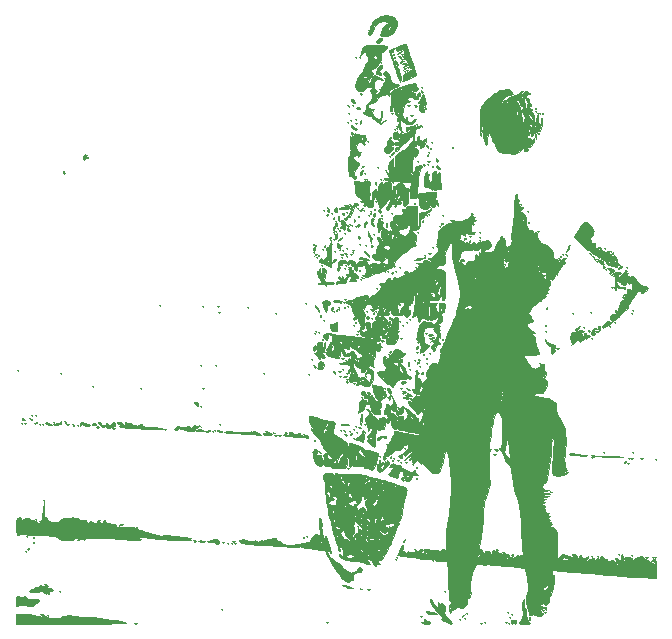
<source format=gbr>
G04 #@! TF.FileFunction,Legend,Bot*
%FSLAX46Y46*%
G04 Gerber Fmt 4.6, Leading zero omitted, Abs format (unit mm)*
G04 Created by KiCad (PCBNEW 4.0.7) date 11/20/17 16:46:11*
%MOMM*%
%LPD*%
G01*
G04 APERTURE LIST*
%ADD10C,0.100000*%
%ADD11C,0.010000*%
G04 APERTURE END LIST*
D10*
D11*
G36*
X168276838Y-113905256D02*
X168269562Y-113912343D01*
X168188972Y-114077856D01*
X168144209Y-114329691D01*
X168144662Y-114586913D01*
X168175481Y-114723333D01*
X168215853Y-114941950D01*
X168209562Y-115222984D01*
X168165021Y-115501759D01*
X168090646Y-115713602D01*
X168038059Y-115779662D01*
X167918925Y-115887346D01*
X167930188Y-115953029D01*
X168084969Y-115985428D01*
X168359667Y-115993333D01*
X168614682Y-115979415D01*
X168783823Y-115943511D01*
X168825333Y-115908667D01*
X168770920Y-115826365D01*
X168754257Y-115824000D01*
X168657391Y-115748057D01*
X168568571Y-115554525D01*
X168505888Y-115294851D01*
X168486667Y-115063013D01*
X168464393Y-114837122D01*
X168409176Y-114690761D01*
X168392285Y-114674996D01*
X168338352Y-114552838D01*
X168329823Y-114304909D01*
X168336845Y-114211391D01*
X168352241Y-113975250D01*
X168334089Y-113881432D01*
X168276838Y-113905256D01*
X168276838Y-113905256D01*
G37*
X168276838Y-113905256D02*
X168269562Y-113912343D01*
X168188972Y-114077856D01*
X168144209Y-114329691D01*
X168144662Y-114586913D01*
X168175481Y-114723333D01*
X168215853Y-114941950D01*
X168209562Y-115222984D01*
X168165021Y-115501759D01*
X168090646Y-115713602D01*
X168038059Y-115779662D01*
X167918925Y-115887346D01*
X167930188Y-115953029D01*
X168084969Y-115985428D01*
X168359667Y-115993333D01*
X168614682Y-115979415D01*
X168783823Y-115943511D01*
X168825333Y-115908667D01*
X168770920Y-115826365D01*
X168754257Y-115824000D01*
X168657391Y-115748057D01*
X168568571Y-115554525D01*
X168505888Y-115294851D01*
X168486667Y-115063013D01*
X168464393Y-114837122D01*
X168409176Y-114690761D01*
X168392285Y-114674996D01*
X168338352Y-114552838D01*
X168329823Y-114304909D01*
X168336845Y-114211391D01*
X168352241Y-113975250D01*
X168334089Y-113881432D01*
X168276838Y-113905256D01*
G36*
X167399087Y-115684290D02*
X167228507Y-115715686D01*
X167190035Y-115807443D01*
X167197295Y-115843735D01*
X167274428Y-115977358D01*
X167370229Y-115960846D01*
X167414594Y-115887500D01*
X167452847Y-115825108D01*
X167463983Y-115887500D01*
X167512075Y-115987436D01*
X167592189Y-115968154D01*
X167639556Y-115849383D01*
X167640000Y-115833889D01*
X167596335Y-115716483D01*
X167438920Y-115683356D01*
X167399087Y-115684290D01*
X167399087Y-115684290D01*
G37*
X167399087Y-115684290D02*
X167228507Y-115715686D01*
X167190035Y-115807443D01*
X167197295Y-115843735D01*
X167274428Y-115977358D01*
X167370229Y-115960846D01*
X167414594Y-115887500D01*
X167452847Y-115825108D01*
X167463983Y-115887500D01*
X167512075Y-115987436D01*
X167592189Y-115968154D01*
X167639556Y-115849383D01*
X167640000Y-115833889D01*
X167596335Y-115716483D01*
X167438920Y-115683356D01*
X167399087Y-115684290D01*
G36*
X166962667Y-115951000D02*
X167005000Y-115993333D01*
X167047333Y-115951000D01*
X167005000Y-115908667D01*
X166962667Y-115951000D01*
X166962667Y-115951000D01*
G37*
X166962667Y-115951000D02*
X167005000Y-115993333D01*
X167047333Y-115951000D01*
X167005000Y-115908667D01*
X166962667Y-115951000D01*
G36*
X164570833Y-115937260D02*
X164560197Y-115968163D01*
X164676667Y-115979965D01*
X164796862Y-115966659D01*
X164782500Y-115937260D01*
X164609158Y-115926077D01*
X164570833Y-115937260D01*
X164570833Y-115937260D01*
G37*
X164570833Y-115937260D02*
X164560197Y-115968163D01*
X164676667Y-115979965D01*
X164796862Y-115966659D01*
X164782500Y-115937260D01*
X164609158Y-115926077D01*
X164570833Y-115937260D01*
G36*
X160367053Y-113919207D02*
X160363812Y-114033218D01*
X160407264Y-114205689D01*
X160484277Y-114389443D01*
X160581718Y-114537306D01*
X160612922Y-114567571D01*
X160740596Y-114698950D01*
X160782000Y-114781019D01*
X160850121Y-114903400D01*
X161049590Y-115115239D01*
X161373066Y-115408841D01*
X161417000Y-115446740D01*
X161554612Y-115572911D01*
X161560922Y-115605289D01*
X161480500Y-115572130D01*
X161334950Y-115527791D01*
X161290000Y-115559468D01*
X161359761Y-115637381D01*
X161532505Y-115748230D01*
X161753425Y-115863504D01*
X161967713Y-115954693D01*
X162120560Y-115993285D01*
X162124044Y-115993333D01*
X162184437Y-115947834D01*
X162146595Y-115845167D01*
X162038650Y-115699160D01*
X161858835Y-115500975D01*
X161766889Y-115409366D01*
X161591210Y-115230033D01*
X161522186Y-115108352D01*
X161540250Y-114989094D01*
X161584850Y-114895536D01*
X161620350Y-114808000D01*
X161205333Y-114808000D01*
X161174355Y-114877690D01*
X161148889Y-114864444D01*
X161138756Y-114763965D01*
X161148889Y-114751555D01*
X161199223Y-114763178D01*
X161205333Y-114808000D01*
X161620350Y-114808000D01*
X161650515Y-114733622D01*
X161627492Y-114604619D01*
X161500886Y-114434229D01*
X161489759Y-114421170D01*
X161356229Y-114272175D01*
X161305183Y-114247326D01*
X161313108Y-114338719D01*
X161318256Y-114363500D01*
X161311915Y-114519343D01*
X161234744Y-114554000D01*
X161153170Y-114511163D01*
X161162586Y-114470004D01*
X161167616Y-114335902D01*
X161127824Y-114237170D01*
X161070149Y-114165317D01*
X161044300Y-114228906D01*
X161038575Y-114379340D01*
X161036000Y-114670347D01*
X160782000Y-114427000D01*
X160622301Y-114250234D01*
X160534098Y-114106432D01*
X160528000Y-114077490D01*
X160464680Y-113939067D01*
X160430117Y-113910832D01*
X160367053Y-113919207D01*
X160367053Y-113919207D01*
G37*
X160367053Y-113919207D02*
X160363812Y-114033218D01*
X160407264Y-114205689D01*
X160484277Y-114389443D01*
X160581718Y-114537306D01*
X160612922Y-114567571D01*
X160740596Y-114698950D01*
X160782000Y-114781019D01*
X160850121Y-114903400D01*
X161049590Y-115115239D01*
X161373066Y-115408841D01*
X161417000Y-115446740D01*
X161554612Y-115572911D01*
X161560922Y-115605289D01*
X161480500Y-115572130D01*
X161334950Y-115527791D01*
X161290000Y-115559468D01*
X161359761Y-115637381D01*
X161532505Y-115748230D01*
X161753425Y-115863504D01*
X161967713Y-115954693D01*
X162120560Y-115993285D01*
X162124044Y-115993333D01*
X162184437Y-115947834D01*
X162146595Y-115845167D01*
X162038650Y-115699160D01*
X161858835Y-115500975D01*
X161766889Y-115409366D01*
X161591210Y-115230033D01*
X161522186Y-115108352D01*
X161540250Y-114989094D01*
X161584850Y-114895536D01*
X161620350Y-114808000D01*
X161205333Y-114808000D01*
X161174355Y-114877690D01*
X161148889Y-114864444D01*
X161138756Y-114763965D01*
X161148889Y-114751555D01*
X161199223Y-114763178D01*
X161205333Y-114808000D01*
X161620350Y-114808000D01*
X161650515Y-114733622D01*
X161627492Y-114604619D01*
X161500886Y-114434229D01*
X161489759Y-114421170D01*
X161356229Y-114272175D01*
X161305183Y-114247326D01*
X161313108Y-114338719D01*
X161318256Y-114363500D01*
X161311915Y-114519343D01*
X161234744Y-114554000D01*
X161153170Y-114511163D01*
X161162586Y-114470004D01*
X161167616Y-114335902D01*
X161127824Y-114237170D01*
X161070149Y-114165317D01*
X161044300Y-114228906D01*
X161038575Y-114379340D01*
X161036000Y-114670347D01*
X160782000Y-114427000D01*
X160622301Y-114250234D01*
X160534098Y-114106432D01*
X160528000Y-114077490D01*
X160464680Y-113939067D01*
X160430117Y-113910832D01*
X160367053Y-113919207D01*
G36*
X159872810Y-115623589D02*
X159878092Y-115697000D01*
X159847470Y-115826518D01*
X159736337Y-115839504D01*
X159629655Y-115852307D01*
X159635500Y-115903004D01*
X159747549Y-115958098D01*
X159963543Y-115990081D01*
X160064673Y-115993333D01*
X160295453Y-115982464D01*
X160391051Y-115940794D01*
X160387417Y-115861467D01*
X160281914Y-115771042D01*
X160209984Y-115778271D01*
X160065068Y-115757492D01*
X159973168Y-115677304D01*
X159890505Y-115577462D01*
X159872810Y-115623589D01*
X159872810Y-115623589D01*
G37*
X159872810Y-115623589D02*
X159878092Y-115697000D01*
X159847470Y-115826518D01*
X159736337Y-115839504D01*
X159629655Y-115852307D01*
X159635500Y-115903004D01*
X159747549Y-115958098D01*
X159963543Y-115990081D01*
X160064673Y-115993333D01*
X160295453Y-115982464D01*
X160391051Y-115940794D01*
X160387417Y-115861467D01*
X160281914Y-115771042D01*
X160209984Y-115778271D01*
X160065068Y-115757492D01*
X159973168Y-115677304D01*
X159890505Y-115577462D01*
X159872810Y-115623589D01*
G36*
X135320264Y-115942180D02*
X135345515Y-115980662D01*
X135431389Y-115986649D01*
X135521731Y-115965972D01*
X135482542Y-115935496D01*
X135350218Y-115925403D01*
X135320264Y-115942180D01*
X135320264Y-115942180D01*
G37*
X135320264Y-115942180D02*
X135345515Y-115980662D01*
X135431389Y-115986649D01*
X135521731Y-115965972D01*
X135482542Y-115935496D01*
X135350218Y-115925403D01*
X135320264Y-115942180D01*
G36*
X125306667Y-115993333D02*
X129977445Y-115993333D01*
X130847278Y-115992476D01*
X131662752Y-115990010D01*
X132408817Y-115986095D01*
X133070426Y-115980889D01*
X133632529Y-115974552D01*
X134080076Y-115967243D01*
X134398019Y-115959121D01*
X134571308Y-115950346D01*
X134599349Y-115944460D01*
X134459378Y-115876804D01*
X134182931Y-115799457D01*
X133802192Y-115717828D01*
X133349344Y-115637329D01*
X132856570Y-115563370D01*
X132356053Y-115501363D01*
X131879978Y-115456718D01*
X131595419Y-115439420D01*
X131134742Y-115415526D01*
X130704221Y-115386676D01*
X130347832Y-115356249D01*
X130109550Y-115327624D01*
X130084952Y-115323368D01*
X129766535Y-115294968D01*
X129424450Y-115307765D01*
X129363713Y-115315686D01*
X129155040Y-115356093D01*
X129108141Y-115399601D01*
X129223575Y-115462352D01*
X129370667Y-115515842D01*
X129350641Y-115532343D01*
X129191376Y-115540085D01*
X128922781Y-115538231D01*
X128750495Y-115533220D01*
X128360097Y-115511866D01*
X128095227Y-115474845D01*
X127912199Y-115412863D01*
X127779616Y-115326670D01*
X127588878Y-115202664D01*
X127432301Y-115148091D01*
X127426122Y-115147963D01*
X127340053Y-115160746D01*
X127403106Y-115218124D01*
X127423333Y-115231333D01*
X127495779Y-115299279D01*
X127476467Y-115314703D01*
X127460393Y-115367564D01*
X127509698Y-115445046D01*
X127577027Y-115570876D01*
X127569258Y-115621631D01*
X127499905Y-115594831D01*
X127424461Y-115487440D01*
X127314839Y-115360441D01*
X127227961Y-115338791D01*
X127092051Y-115335827D01*
X126864679Y-115289817D01*
X126754570Y-115259269D01*
X126457036Y-115196929D01*
X126088517Y-115156038D01*
X125843544Y-115146667D01*
X125306667Y-115146667D01*
X125306667Y-115993333D01*
X125306667Y-115993333D01*
G37*
X125306667Y-115993333D02*
X129977445Y-115993333D01*
X130847278Y-115992476D01*
X131662752Y-115990010D01*
X132408817Y-115986095D01*
X133070426Y-115980889D01*
X133632529Y-115974552D01*
X134080076Y-115967243D01*
X134398019Y-115959121D01*
X134571308Y-115950346D01*
X134599349Y-115944460D01*
X134459378Y-115876804D01*
X134182931Y-115799457D01*
X133802192Y-115717828D01*
X133349344Y-115637329D01*
X132856570Y-115563370D01*
X132356053Y-115501363D01*
X131879978Y-115456718D01*
X131595419Y-115439420D01*
X131134742Y-115415526D01*
X130704221Y-115386676D01*
X130347832Y-115356249D01*
X130109550Y-115327624D01*
X130084952Y-115323368D01*
X129766535Y-115294968D01*
X129424450Y-115307765D01*
X129363713Y-115315686D01*
X129155040Y-115356093D01*
X129108141Y-115399601D01*
X129223575Y-115462352D01*
X129370667Y-115515842D01*
X129350641Y-115532343D01*
X129191376Y-115540085D01*
X128922781Y-115538231D01*
X128750495Y-115533220D01*
X128360097Y-115511866D01*
X128095227Y-115474845D01*
X127912199Y-115412863D01*
X127779616Y-115326670D01*
X127588878Y-115202664D01*
X127432301Y-115148091D01*
X127426122Y-115147963D01*
X127340053Y-115160746D01*
X127403106Y-115218124D01*
X127423333Y-115231333D01*
X127495779Y-115299279D01*
X127476467Y-115314703D01*
X127460393Y-115367564D01*
X127509698Y-115445046D01*
X127577027Y-115570876D01*
X127569258Y-115621631D01*
X127499905Y-115594831D01*
X127424461Y-115487440D01*
X127314839Y-115360441D01*
X127227961Y-115338791D01*
X127092051Y-115335827D01*
X126864679Y-115289817D01*
X126754570Y-115259269D01*
X126457036Y-115196929D01*
X126088517Y-115156038D01*
X125843544Y-115146667D01*
X125306667Y-115146667D01*
X125306667Y-115993333D01*
G36*
X166736889Y-115852222D02*
X166748511Y-115902556D01*
X166793333Y-115908667D01*
X166863024Y-115877688D01*
X166849778Y-115852222D01*
X166749298Y-115842089D01*
X166736889Y-115852222D01*
X166736889Y-115852222D01*
G37*
X166736889Y-115852222D02*
X166748511Y-115902556D01*
X166793333Y-115908667D01*
X166863024Y-115877688D01*
X166849778Y-115852222D01*
X166749298Y-115842089D01*
X166736889Y-115852222D01*
G36*
X164930667Y-115866333D02*
X164973000Y-115908667D01*
X165015333Y-115866333D01*
X164973000Y-115824000D01*
X164930667Y-115866333D01*
X164930667Y-115866333D01*
G37*
X164930667Y-115866333D02*
X164973000Y-115908667D01*
X165015333Y-115866333D01*
X164973000Y-115824000D01*
X164930667Y-115866333D01*
G36*
X151581556Y-115852222D02*
X151593178Y-115902556D01*
X151638000Y-115908667D01*
X151707690Y-115877688D01*
X151694445Y-115852222D01*
X151593965Y-115842089D01*
X151581556Y-115852222D01*
X151581556Y-115852222D01*
G37*
X151581556Y-115852222D02*
X151593178Y-115902556D01*
X151638000Y-115908667D01*
X151707690Y-115877688D01*
X151694445Y-115852222D01*
X151593965Y-115842089D01*
X151581556Y-115852222D01*
G36*
X168769260Y-115464167D02*
X168758078Y-115637509D01*
X168769260Y-115675833D01*
X168800163Y-115686469D01*
X168811965Y-115570000D01*
X168798660Y-115449804D01*
X168769260Y-115464167D01*
X168769260Y-115464167D01*
G37*
X168769260Y-115464167D02*
X168758078Y-115637509D01*
X168769260Y-115675833D01*
X168800163Y-115686469D01*
X168811965Y-115570000D01*
X168798660Y-115449804D01*
X168769260Y-115464167D01*
G36*
X162814000Y-115612333D02*
X162856333Y-115654667D01*
X162898667Y-115612333D01*
X162856333Y-115570000D01*
X162814000Y-115612333D01*
X162814000Y-115612333D01*
G37*
X162814000Y-115612333D02*
X162856333Y-115654667D01*
X162898667Y-115612333D01*
X162856333Y-115570000D01*
X162814000Y-115612333D01*
G36*
X163237333Y-115527667D02*
X163279667Y-115570000D01*
X163322000Y-115527667D01*
X163279667Y-115485333D01*
X163237333Y-115527667D01*
X163237333Y-115527667D01*
G37*
X163237333Y-115527667D02*
X163279667Y-115570000D01*
X163322000Y-115527667D01*
X163279667Y-115485333D01*
X163237333Y-115527667D01*
G36*
X167047333Y-115443000D02*
X167089667Y-115485333D01*
X167132000Y-115443000D01*
X167089667Y-115400667D01*
X167047333Y-115443000D01*
X167047333Y-115443000D01*
G37*
X167047333Y-115443000D02*
X167089667Y-115485333D01*
X167132000Y-115443000D01*
X167089667Y-115400667D01*
X167047333Y-115443000D01*
G36*
X167562250Y-79702293D02*
X167528417Y-79819500D01*
X167510447Y-80001292D01*
X167494453Y-80304097D01*
X167482603Y-80679591D01*
X167478138Y-80940782D01*
X167459330Y-81401433D01*
X167417401Y-81860305D01*
X167359431Y-82247736D01*
X167333089Y-82368091D01*
X167258112Y-82771903D01*
X167240281Y-83126194D01*
X167250880Y-83237966D01*
X167272252Y-83606268D01*
X167210048Y-83875988D01*
X167070790Y-84020086D01*
X167061329Y-84023721D01*
X166881909Y-84094277D01*
X166822758Y-84120690D01*
X166753416Y-84084587D01*
X166733228Y-83887689D01*
X166733693Y-83867064D01*
X166689004Y-83582558D01*
X166585500Y-83452272D01*
X166484341Y-83329824D01*
X166484182Y-83248073D01*
X166470516Y-83191429D01*
X166368333Y-83203237D01*
X166252854Y-83260464D01*
X166287890Y-83357230D01*
X166295525Y-83366613D01*
X166348767Y-83451171D01*
X166272431Y-83438576D01*
X166270995Y-83438027D01*
X166179576Y-83462970D01*
X166074239Y-83617454D01*
X165942994Y-83919125D01*
X165941519Y-83922922D01*
X165735000Y-84455000D01*
X165332833Y-84501225D01*
X165087138Y-84520424D01*
X164966871Y-84497376D01*
X164946800Y-84455000D01*
X164669420Y-84455000D01*
X164659632Y-84652589D01*
X164633205Y-84696689D01*
X164592000Y-84624333D01*
X164536344Y-84510069D01*
X164517213Y-84554784D01*
X164513284Y-84645500D01*
X164474164Y-84780752D01*
X164400917Y-84841640D01*
X164344468Y-84798868D01*
X164338000Y-84746336D01*
X164285516Y-84697147D01*
X164248646Y-84711897D01*
X164184775Y-84831776D01*
X164186700Y-84907394D01*
X164153259Y-85109722D01*
X163996057Y-85250854D01*
X163758992Y-85293332D01*
X163736870Y-85291229D01*
X163544817Y-85301084D01*
X163491333Y-85380931D01*
X163426501Y-85516093D01*
X163385500Y-85541927D01*
X163279059Y-85585454D01*
X163265425Y-85591316D01*
X163186639Y-85571569D01*
X163117258Y-85546608D01*
X163000502Y-85442818D01*
X162983333Y-85379932D01*
X163042058Y-85303178D01*
X163110333Y-85313382D01*
X163219356Y-85299879D01*
X163237333Y-85233985D01*
X163179814Y-85142573D01*
X163068000Y-85150134D01*
X162930745Y-85217149D01*
X162898667Y-85269208D01*
X162833950Y-85341889D01*
X162814000Y-85344000D01*
X162745210Y-85273087D01*
X162729333Y-85174667D01*
X162768534Y-85037149D01*
X162823059Y-85005333D01*
X162878745Y-84943401D01*
X162866347Y-84873897D01*
X162872178Y-84711220D01*
X162947623Y-84541442D01*
X163054453Y-84418619D01*
X163200410Y-84363844D01*
X163444883Y-84357459D01*
X163497001Y-84359610D01*
X163736373Y-84357754D01*
X163887476Y-84331871D01*
X163914667Y-84308086D01*
X163975676Y-84285707D01*
X164077867Y-84324717D01*
X164307198Y-84367379D01*
X164528342Y-84289992D01*
X164611870Y-84207176D01*
X164648927Y-84222785D01*
X164668463Y-84369556D01*
X164669420Y-84455000D01*
X164946800Y-84455000D01*
X164931241Y-84422151D01*
X164930667Y-84403318D01*
X164982380Y-84297276D01*
X165087378Y-84300167D01*
X165270760Y-84272961D01*
X165437842Y-84140203D01*
X165521966Y-83958014D01*
X165523334Y-83933140D01*
X165515872Y-83909663D01*
X165354000Y-83909663D01*
X165326792Y-83986591D01*
X165264357Y-83919481D01*
X165237028Y-83857936D01*
X165231111Y-83770536D01*
X165270303Y-83778266D01*
X165350991Y-83886667D01*
X165354000Y-83909663D01*
X165515872Y-83909663D01*
X165473791Y-83777288D01*
X165363033Y-83600587D01*
X165241716Y-83473657D01*
X165172916Y-83484321D01*
X165156546Y-83517160D01*
X165045668Y-83599852D01*
X164935846Y-83591886D01*
X164795532Y-83592253D01*
X164761333Y-83642405D01*
X164691858Y-83701126D01*
X164549667Y-83685434D01*
X164390045Y-83670894D01*
X164338880Y-83753574D01*
X164338000Y-83778225D01*
X164325150Y-83872133D01*
X164256468Y-83865356D01*
X164126333Y-83785452D01*
X163979792Y-83713695D01*
X163914850Y-83729892D01*
X163914667Y-83733381D01*
X163850014Y-83806784D01*
X163703605Y-83811014D01*
X163546760Y-83749293D01*
X163504741Y-83714874D01*
X163399385Y-83657240D01*
X163319771Y-83736041D01*
X163255811Y-83812684D01*
X163238846Y-83730182D01*
X163238630Y-83714167D01*
X163168474Y-83588934D01*
X163072997Y-83566000D01*
X162895334Y-83515151D01*
X162838649Y-83391578D01*
X162889363Y-83280876D01*
X162896991Y-83255555D01*
X162701111Y-83255555D01*
X162689489Y-83305890D01*
X162644667Y-83312000D01*
X162574977Y-83281022D01*
X162588222Y-83255555D01*
X162688702Y-83245422D01*
X162701111Y-83255555D01*
X162896991Y-83255555D01*
X162929836Y-83146540D01*
X162879719Y-83072919D01*
X162851646Y-82997276D01*
X162932251Y-82970074D01*
X163068240Y-82990369D01*
X163206318Y-83057218D01*
X163232861Y-83079167D01*
X163313163Y-83136512D01*
X163300882Y-83054485D01*
X163294785Y-83036833D01*
X163269295Y-82938918D01*
X163307220Y-82900024D01*
X163443376Y-82913727D01*
X163679334Y-82965873D01*
X163913501Y-82999677D01*
X164053461Y-82955512D01*
X164102668Y-82906837D01*
X164160975Y-82815131D01*
X164091304Y-82807300D01*
X164012125Y-82825914D01*
X163880925Y-82847398D01*
X163863224Y-82827220D01*
X163860148Y-82730527D01*
X163815921Y-82660035D01*
X163789473Y-82592333D01*
X162644667Y-82592333D01*
X162602333Y-82634667D01*
X162560000Y-82592333D01*
X162602333Y-82550000D01*
X162644667Y-82592333D01*
X163789473Y-82592333D01*
X163763814Y-82526654D01*
X163812692Y-82448774D01*
X163859769Y-82294742D01*
X163829490Y-82210380D01*
X163819635Y-82154889D01*
X162277778Y-82154889D01*
X162266156Y-82205223D01*
X162221333Y-82211333D01*
X162151643Y-82180355D01*
X162164889Y-82154889D01*
X162265369Y-82144756D01*
X162277778Y-82154889D01*
X163819635Y-82154889D01*
X163807944Y-82089063D01*
X163908795Y-81999667D01*
X162560000Y-81999667D01*
X162517667Y-82042000D01*
X162475333Y-81999667D01*
X162517667Y-81957333D01*
X162560000Y-81999667D01*
X163908795Y-81999667D01*
X163918479Y-81991083D01*
X163981619Y-81959647D01*
X164211000Y-81853260D01*
X163999333Y-81766844D01*
X163787667Y-81680429D01*
X163999333Y-81615654D01*
X164127979Y-81562593D01*
X164101163Y-81526107D01*
X163913059Y-81502558D01*
X163808833Y-81496736D01*
X163630105Y-81521315D01*
X163576025Y-81630663D01*
X163576000Y-81634306D01*
X163528816Y-81740936D01*
X163449000Y-81733951D01*
X163339825Y-81729144D01*
X163322000Y-81760799D01*
X163246008Y-81830689D01*
X163049001Y-81872450D01*
X162777431Y-81883013D01*
X162477752Y-81859311D01*
X162306000Y-81827882D01*
X162117752Y-81790580D01*
X162065081Y-81808754D01*
X162120099Y-81893680D01*
X162125867Y-81900720D01*
X162193908Y-82008594D01*
X162123449Y-82040753D01*
X162068415Y-82042000D01*
X161864782Y-82100018D01*
X161767762Y-82169000D01*
X161610200Y-82273955D01*
X161520837Y-82296000D01*
X161359327Y-82366079D01*
X161191782Y-82537918D01*
X161069429Y-82753919D01*
X161046839Y-82828938D01*
X161018352Y-83037311D01*
X161001049Y-83308046D01*
X160999875Y-83354333D01*
X160976379Y-83584484D01*
X160925672Y-83736501D01*
X160909000Y-83755203D01*
X160893777Y-83809516D01*
X160951333Y-83820000D01*
X161035605Y-83833733D01*
X160972881Y-83891666D01*
X160951333Y-83905963D01*
X160878120Y-84003780D01*
X160909000Y-84052833D01*
X161010912Y-84218766D01*
X160999644Y-84420241D01*
X160881194Y-84573903D01*
X160871084Y-84579636D01*
X160734826Y-84685070D01*
X160697333Y-84757886D01*
X160625776Y-84919773D01*
X160463523Y-85021078D01*
X160340000Y-85024984D01*
X160215603Y-85033818D01*
X160189333Y-85080125D01*
X160260850Y-85154463D01*
X160375600Y-85174667D01*
X160499484Y-85192551D01*
X160474504Y-85261372D01*
X160458154Y-85278380D01*
X160340358Y-85339752D01*
X160188369Y-85278380D01*
X160008782Y-85185642D01*
X159944316Y-85208104D01*
X159963262Y-85294660D01*
X159954796Y-85412538D01*
X159808508Y-85471493D01*
X159513950Y-85474826D01*
X159416593Y-85467415D01*
X159208611Y-85451939D01*
X159157705Y-85459127D01*
X159252676Y-85492734D01*
X159300333Y-85506389D01*
X159443217Y-85557014D01*
X159458095Y-85586562D01*
X159448500Y-85587983D01*
X159360532Y-85667403D01*
X159342667Y-85757500D01*
X159277514Y-85886442D01*
X159072933Y-86039637D01*
X158812107Y-86180834D01*
X158532260Y-86312965D01*
X158304832Y-86407612D01*
X158178255Y-86444651D01*
X158177107Y-86444667D01*
X158079614Y-86487124D01*
X158072667Y-86510771D01*
X158000049Y-86595238D01*
X157829382Y-86671638D01*
X157631446Y-86718848D01*
X157477021Y-86715743D01*
X157445434Y-86697967D01*
X157309873Y-86617765D01*
X157234925Y-86691865D01*
X157226000Y-86775407D01*
X157184480Y-86893695D01*
X157057619Y-86892781D01*
X156941947Y-86827939D01*
X156935616Y-86773707D01*
X156962482Y-86697377D01*
X156893698Y-86726176D01*
X156753258Y-86845406D01*
X156649731Y-86948836D01*
X156441535Y-87121229D01*
X156261582Y-87157855D01*
X156225662Y-87150627D01*
X156078222Y-87146777D01*
X156040667Y-87196792D01*
X156099481Y-87286799D01*
X156125333Y-87291333D01*
X156194020Y-87362279D01*
X156210000Y-87461437D01*
X156150162Y-87634929D01*
X156003450Y-87840265D01*
X155819070Y-88023104D01*
X155646227Y-88129107D01*
X155597368Y-88138000D01*
X155438081Y-88198236D01*
X155363334Y-88265000D01*
X155241112Y-88371434D01*
X155183633Y-88392000D01*
X155117670Y-88323272D01*
X155109333Y-88265000D01*
X155057336Y-88170416D01*
X154893493Y-88155328D01*
X154606027Y-88221075D01*
X154183163Y-88368998D01*
X154178000Y-88370978D01*
X154032688Y-88418733D01*
X153994556Y-88427021D01*
X153887405Y-88485897D01*
X153874611Y-88497833D01*
X153745774Y-88549684D01*
X153629738Y-88561333D01*
X153416915Y-88611980D01*
X153284016Y-88685640D01*
X153171717Y-88778664D01*
X153200475Y-88808815D01*
X153300429Y-88812640D01*
X153482319Y-88888652D01*
X153645933Y-89071326D01*
X153744197Y-89300459D01*
X153754667Y-89393603D01*
X153805131Y-89570388D01*
X153926852Y-89773367D01*
X153930145Y-89777582D01*
X154036997Y-89941406D01*
X154015897Y-90012038D01*
X153916945Y-90015397D01*
X153872698Y-90078752D01*
X153867556Y-90132370D01*
X153906364Y-90245266D01*
X154016630Y-90207891D01*
X154066844Y-90162623D01*
X154169043Y-90116367D01*
X154215774Y-90162623D01*
X154235919Y-90246764D01*
X154219185Y-90254667D01*
X154228433Y-90311701D01*
X154320994Y-90451610D01*
X154341188Y-90477751D01*
X154450426Y-90649983D01*
X154511657Y-90807535D01*
X154512924Y-90904657D01*
X154452087Y-90902081D01*
X154408233Y-90948073D01*
X154383840Y-91112812D01*
X154382605Y-91151084D01*
X154398473Y-91343936D01*
X154443794Y-91438152D01*
X154452181Y-91440000D01*
X154490557Y-91491708D01*
X154479087Y-91516976D01*
X154532051Y-91566025D01*
X154715563Y-91625314D01*
X154992248Y-91683286D01*
X155045590Y-91692136D01*
X155357057Y-91744034D01*
X155604652Y-91789149D01*
X155739066Y-91818448D01*
X155744333Y-91820142D01*
X155768224Y-91846908D01*
X155659079Y-91856421D01*
X155452127Y-91850445D01*
X155182596Y-91830748D01*
X154885712Y-91799093D01*
X154643667Y-91764988D01*
X154313120Y-91717036D01*
X154022480Y-91683612D01*
X153839333Y-91672105D01*
X153675727Y-91660176D01*
X153385667Y-91626125D01*
X153009814Y-91575151D01*
X152588829Y-91512456D01*
X152579183Y-91510956D01*
X152143622Y-91444313D01*
X151844048Y-91404336D01*
X151649254Y-91390863D01*
X151528034Y-91403733D01*
X151449181Y-91442787D01*
X151384322Y-91504816D01*
X151287068Y-91632869D01*
X151307402Y-91740309D01*
X151379525Y-91836781D01*
X151509528Y-91953091D01*
X151629169Y-91931570D01*
X151651487Y-91916290D01*
X151743553Y-91763378D01*
X151752012Y-91625322D01*
X151753790Y-91490144D01*
X151828245Y-91496232D01*
X151997287Y-91541822D01*
X152103667Y-91539931D01*
X152204782Y-91545653D01*
X152182158Y-91584378D01*
X152058359Y-91746592D01*
X152037007Y-91930190D01*
X152084883Y-92022349D01*
X152124358Y-92099582D01*
X152035933Y-92117333D01*
X151913050Y-92172181D01*
X151892000Y-92231378D01*
X151840155Y-92373093D01*
X151722667Y-92540667D01*
X151580704Y-92739712D01*
X151568270Y-92854782D01*
X151638000Y-92879333D01*
X151720226Y-92941818D01*
X151722667Y-92961343D01*
X151660606Y-93007927D01*
X151595667Y-92994618D01*
X151486069Y-92981069D01*
X151468667Y-93003322D01*
X151526255Y-93109677D01*
X151648546Y-93234530D01*
X151759831Y-93301997D01*
X151767324Y-93302667D01*
X151874651Y-93335872D01*
X152065789Y-93417628D01*
X152105434Y-93436180D01*
X152394132Y-93516089D01*
X152605976Y-93457457D01*
X152722222Y-93269546D01*
X152738667Y-93123299D01*
X152767499Y-92936082D01*
X152844500Y-92900922D01*
X152926550Y-93003230D01*
X152950333Y-93138234D01*
X152981070Y-93282645D01*
X153105736Y-93347221D01*
X153225500Y-93362562D01*
X153415903Y-93361124D01*
X153490140Y-93293125D01*
X153499370Y-93195806D01*
X153485984Y-93072693D01*
X153436000Y-93103797D01*
X153416000Y-93133333D01*
X153349917Y-93214438D01*
X153332768Y-93147616D01*
X153332630Y-93138318D01*
X153304543Y-93082683D01*
X153215094Y-93175293D01*
X153211256Y-93180518D01*
X153096497Y-93281227D01*
X153023208Y-93276763D01*
X153022400Y-93183420D01*
X153074341Y-93135182D01*
X153149996Y-93054686D01*
X153094236Y-92942351D01*
X153079711Y-92924531D01*
X153014238Y-92766938D01*
X153076230Y-92662343D01*
X153164783Y-92652939D01*
X152248610Y-92652939D01*
X152222701Y-92710000D01*
X152154617Y-92778694D01*
X152146000Y-92837000D01*
X152092846Y-92949548D01*
X152047222Y-92964000D01*
X151990840Y-92929515D01*
X152005074Y-92907371D01*
X152000974Y-92809642D01*
X151933833Y-92709447D01*
X151852496Y-92587800D01*
X151900811Y-92485163D01*
X151955392Y-92432920D01*
X152070875Y-92349953D01*
X152145703Y-92395715D01*
X152202112Y-92503844D01*
X152248610Y-92652939D01*
X153164783Y-92652939D01*
X153224691Y-92646577D01*
X153340847Y-92696292D01*
X153464866Y-92761413D01*
X153482779Y-92710728D01*
X153460028Y-92630672D01*
X153450761Y-92490471D01*
X153537295Y-92456000D01*
X153653624Y-92497080D01*
X153670000Y-92534961D01*
X153739957Y-92620628D01*
X153841975Y-92668505D01*
X154016177Y-92766963D01*
X154208253Y-92932941D01*
X154222975Y-92948512D01*
X154357132Y-93073305D01*
X154429361Y-93101829D01*
X154433297Y-93090135D01*
X154465383Y-93076945D01*
X154530987Y-93155854D01*
X154587795Y-93267556D01*
X154600037Y-93323833D01*
X154532460Y-93380209D01*
X154474333Y-93387333D01*
X154372190Y-93460934D01*
X154347333Y-93599000D01*
X154320706Y-93758151D01*
X154269592Y-93810667D01*
X154070657Y-93763819D01*
X153941384Y-93652186D01*
X153924000Y-93589941D01*
X153972196Y-93483504D01*
X154066645Y-93499772D01*
X154117020Y-93577833D01*
X154191174Y-93632643D01*
X154229909Y-93608575D01*
X154240651Y-93520909D01*
X154199167Y-93495686D01*
X154109714Y-93390159D01*
X154093333Y-93300412D01*
X154034208Y-93148601D01*
X153936735Y-93048667D01*
X153754667Y-93048667D01*
X153723689Y-93118357D01*
X153698222Y-93105111D01*
X153688089Y-93004631D01*
X153698222Y-92992222D01*
X153748557Y-93003844D01*
X153754667Y-93048667D01*
X153936735Y-93048667D01*
X153896758Y-93007682D01*
X153740875Y-92926876D01*
X153648599Y-92934893D01*
X153609389Y-93042525D01*
X153618600Y-93240200D01*
X153622661Y-93263427D01*
X153635585Y-93474782D01*
X153591175Y-93595194D01*
X153587931Y-93597394D01*
X153509061Y-93584034D01*
X153499370Y-93540497D01*
X153478105Y-93481962D01*
X153420290Y-93552624D01*
X153372530Y-93691015D01*
X153381606Y-93738846D01*
X153333712Y-93790739D01*
X153166297Y-93842155D01*
X153100853Y-93854360D01*
X152801005Y-93905681D01*
X152662499Y-93938109D01*
X152679066Y-93956839D01*
X152844437Y-93967068D01*
X152961133Y-93970178D01*
X153238608Y-94003678D01*
X153453551Y-94078295D01*
X153573869Y-94175436D01*
X153567468Y-94276507D01*
X153537250Y-94303953D01*
X153475113Y-94422181D01*
X153440875Y-94615000D01*
X153437829Y-94764496D01*
X153462242Y-94754558D01*
X153483515Y-94699667D01*
X153570545Y-94555051D01*
X153635257Y-94513692D01*
X153677347Y-94568816D01*
X153653795Y-94766791D01*
X153614090Y-94934310D01*
X153533775Y-95257720D01*
X153507334Y-95445045D01*
X153544774Y-95523752D01*
X153656101Y-95521310D01*
X153811907Y-95477295D01*
X154029088Y-95425357D01*
X154134088Y-95446321D01*
X154157629Y-95485219D01*
X154239501Y-95581560D01*
X154325812Y-95552528D01*
X154347333Y-95471541D01*
X154418021Y-95362745D01*
X154576748Y-95298138D01*
X154743511Y-95301045D01*
X154807307Y-95337440D01*
X154807086Y-95399169D01*
X154660600Y-95419333D01*
X154489397Y-95457480D01*
X154445088Y-95551256D01*
X154509072Y-95669664D01*
X154662745Y-95781707D01*
X154887505Y-95856388D01*
X154926566Y-95862500D01*
X155134556Y-95867627D01*
X155242108Y-95792961D01*
X155274932Y-95723304D01*
X155354990Y-95592796D01*
X155365192Y-95588667D01*
X154940000Y-95588667D01*
X154909022Y-95658357D01*
X154883556Y-95645111D01*
X154873423Y-95544631D01*
X154883556Y-95532222D01*
X154933890Y-95543844D01*
X154940000Y-95588667D01*
X155365192Y-95588667D01*
X155415366Y-95568361D01*
X155458538Y-95503692D01*
X155495525Y-95313354D01*
X155515509Y-95082721D01*
X155519090Y-94964085D01*
X155347686Y-94964085D01*
X155332108Y-95162922D01*
X155289774Y-95360261D01*
X155232799Y-95487691D01*
X155205432Y-95504000D01*
X155110556Y-95446098D01*
X154967023Y-95304969D01*
X154951819Y-95287722D01*
X154760994Y-95132214D01*
X154597884Y-95124095D01*
X154393523Y-95147049D01*
X154222393Y-95101128D01*
X154140308Y-95006847D01*
X154145759Y-94957896D01*
X154132717Y-94822276D01*
X154097724Y-94787047D01*
X154043255Y-94685401D01*
X154044546Y-94681602D01*
X153910352Y-94681602D01*
X153889752Y-94728918D01*
X153804501Y-94819812D01*
X153755491Y-94801166D01*
X153754667Y-94789330D01*
X153814804Y-94717717D01*
X153852415Y-94691582D01*
X153910352Y-94681602D01*
X154044546Y-94681602D01*
X154054985Y-94650885D01*
X154033502Y-94558922D01*
X153971700Y-94520677D01*
X153881431Y-94408199D01*
X153840763Y-94208903D01*
X153853571Y-93999015D01*
X153923731Y-93854759D01*
X153937337Y-93844757D01*
X154001726Y-93847551D01*
X153988548Y-93963124D01*
X153987040Y-94094481D01*
X154093235Y-94184337D01*
X154237315Y-94239604D01*
X154433044Y-94323179D01*
X154501608Y-94425564D01*
X154493239Y-94544487D01*
X154487022Y-94691893D01*
X154561766Y-94709859D01*
X154576726Y-94704580D01*
X154741522Y-94661311D01*
X154786650Y-94657333D01*
X154837342Y-94595465D01*
X154824716Y-94530333D01*
X154798337Y-94423592D01*
X154868197Y-94416862D01*
X154973233Y-94453890D01*
X155060148Y-94509289D01*
X155012182Y-94596321D01*
X154980158Y-94629271D01*
X154880105Y-94775795D01*
X154862018Y-94853881D01*
X154883321Y-94901483D01*
X154911407Y-94847833D01*
X155022628Y-94759338D01*
X155190649Y-94751409D01*
X155321454Y-94827615D01*
X155324395Y-94832160D01*
X155347686Y-94964085D01*
X155519090Y-94964085D01*
X155524138Y-94796902D01*
X155501679Y-94626862D01*
X155429387Y-94519498D01*
X155288514Y-94421707D01*
X155280412Y-94416772D01*
X155116689Y-94304048D01*
X155084418Y-94225482D01*
X155150991Y-94149894D01*
X155272912Y-94089648D01*
X155402315Y-94152290D01*
X155449588Y-94193104D01*
X155570038Y-94274368D01*
X155617333Y-94254178D01*
X155550270Y-94147067D01*
X155513191Y-94128730D01*
X155465108Y-94061763D01*
X155501751Y-93900305D01*
X155539111Y-93810667D01*
X155448000Y-93810667D01*
X155417022Y-93880357D01*
X155391556Y-93867111D01*
X155381423Y-93766631D01*
X155391556Y-93754222D01*
X155441890Y-93765844D01*
X155448000Y-93810667D01*
X155539111Y-93810667D01*
X155566311Y-93745406D01*
X155099006Y-93745406D01*
X155041364Y-93798555D01*
X154950824Y-93903514D01*
X154945557Y-93945425D01*
X154937599Y-94110662D01*
X154867074Y-94149333D01*
X154826336Y-94078891D01*
X154834611Y-93937667D01*
X154262667Y-93937667D01*
X154220333Y-93980000D01*
X154178000Y-93937667D01*
X154220333Y-93895333D01*
X154262667Y-93937667D01*
X154834611Y-93937667D01*
X154915220Y-93772118D01*
X155013370Y-93727296D01*
X155099006Y-93745406D01*
X155566311Y-93745406D01*
X155567073Y-93743578D01*
X155684042Y-93324276D01*
X155679635Y-93185203D01*
X155503563Y-93185203D01*
X155490333Y-93218000D01*
X155414251Y-93298770D01*
X155400670Y-93302667D01*
X155364304Y-93237161D01*
X155363333Y-93218000D01*
X155428421Y-93136587D01*
X155452997Y-93133333D01*
X155503563Y-93185203D01*
X155679635Y-93185203D01*
X155676791Y-93095455D01*
X155670581Y-92986962D01*
X155337400Y-92986962D01*
X155286782Y-93081141D01*
X155279441Y-93090068D01*
X155164805Y-93165290D01*
X155069835Y-93152209D01*
X155058672Y-93065336D01*
X155070616Y-93042816D01*
X155188723Y-92972023D01*
X155251697Y-92964000D01*
X155337400Y-92986962D01*
X155670581Y-92986962D01*
X155664778Y-92885610D01*
X155698090Y-92757301D01*
X155707575Y-92748888D01*
X155781509Y-92761088D01*
X155786667Y-92789670D01*
X155857777Y-92861700D01*
X155961706Y-92879333D01*
X156088328Y-92845419D01*
X156085060Y-92716578D01*
X156083169Y-92710533D01*
X156068268Y-92589606D01*
X156155291Y-92590021D01*
X156162130Y-92592591D01*
X156274209Y-92591745D01*
X156278466Y-92583000D01*
X155871333Y-92583000D01*
X155829000Y-92625333D01*
X155786667Y-92583000D01*
X155829000Y-92540667D01*
X155871333Y-92583000D01*
X156278466Y-92583000D01*
X156294667Y-92549725D01*
X156226433Y-92466149D01*
X156170324Y-92456000D01*
X156118796Y-92422907D01*
X154421609Y-92422907D01*
X154400590Y-92540001D01*
X154375556Y-92568889D01*
X154251632Y-92622820D01*
X154180840Y-92534698D01*
X154178000Y-92498333D01*
X154245773Y-92386085D01*
X154305000Y-92371333D01*
X154421609Y-92422907D01*
X156118796Y-92422907D01*
X156085500Y-92401524D01*
X156098495Y-92319150D01*
X156115882Y-92229521D01*
X156035310Y-92245837D01*
X155968838Y-92279796D01*
X155833375Y-92333474D01*
X155830207Y-92329000D01*
X154008667Y-92329000D01*
X153966333Y-92371333D01*
X153924000Y-92329000D01*
X153966333Y-92286667D01*
X154008667Y-92329000D01*
X155830207Y-92329000D01*
X155789301Y-92271245D01*
X155787589Y-92229886D01*
X152892984Y-92229886D01*
X152874235Y-92329991D01*
X152787151Y-92319645D01*
X152670765Y-92210518D01*
X152654000Y-92143553D01*
X152698813Y-92054927D01*
X152793252Y-92073687D01*
X152877320Y-92178157D01*
X152892984Y-92229886D01*
X155787589Y-92229886D01*
X155786667Y-92207636D01*
X155802286Y-92159667D01*
X153077333Y-92159667D01*
X153035000Y-92202000D01*
X152992667Y-92159667D01*
X153035000Y-92117333D01*
X153077333Y-92159667D01*
X155802286Y-92159667D01*
X155826923Y-92084008D01*
X155912953Y-92086442D01*
X156006749Y-92075000D01*
X154262667Y-92075000D01*
X154220333Y-92117333D01*
X154178000Y-92075000D01*
X154220333Y-92032667D01*
X154262667Y-92075000D01*
X156006749Y-92075000D01*
X156037466Y-92071253D01*
X156082024Y-91987824D01*
X153803781Y-91987824D01*
X153797000Y-92032667D01*
X153724580Y-92113349D01*
X153712333Y-92117333D01*
X153645020Y-92058282D01*
X153627667Y-92032667D01*
X153647772Y-91960937D01*
X153712333Y-91948000D01*
X153803781Y-91987824D01*
X156082024Y-91987824D01*
X156100162Y-91953863D01*
X156078463Y-91796794D01*
X156039772Y-91735255D01*
X155985804Y-91628037D01*
X156009133Y-91596437D01*
X156160955Y-91571314D01*
X156167667Y-91570257D01*
X156481692Y-91461930D01*
X156675190Y-91246725D01*
X156693484Y-91208160D01*
X156781161Y-91004918D01*
X156545727Y-91004918D01*
X156510723Y-91121539D01*
X156379333Y-91162720D01*
X156242099Y-91133220D01*
X156211297Y-91104482D01*
X156266556Y-90966771D01*
X156274999Y-90960222D01*
X155843111Y-90960222D01*
X155831489Y-91010556D01*
X155786667Y-91016667D01*
X155716977Y-90985688D01*
X155730222Y-90960222D01*
X155830702Y-90950089D01*
X155843111Y-90960222D01*
X156274999Y-90960222D01*
X156378352Y-90880064D01*
X156454534Y-90883816D01*
X156545727Y-91004918D01*
X156781161Y-91004918D01*
X156857637Y-90827642D01*
X156930647Y-90645203D01*
X156773563Y-90645203D01*
X156760333Y-90678000D01*
X156684251Y-90758770D01*
X156670670Y-90762667D01*
X156634304Y-90697161D01*
X156633333Y-90678000D01*
X156698421Y-90596587D01*
X156722997Y-90593333D01*
X156773563Y-90645203D01*
X156930647Y-90645203D01*
X156958058Y-90576711D01*
X157002100Y-90431264D01*
X156997113Y-90367199D01*
X156952154Y-90360060D01*
X156805070Y-90441221D01*
X156782797Y-90466333D01*
X156729913Y-90478389D01*
X156719297Y-90415788D01*
X156671916Y-90262992D01*
X156666156Y-90254667D01*
X156421667Y-90254667D01*
X156414954Y-90332685D01*
X156384330Y-90339333D01*
X156298112Y-90277873D01*
X156294667Y-90254667D01*
X156323554Y-90172201D01*
X156332003Y-90170000D01*
X156404289Y-90229329D01*
X156421667Y-90254667D01*
X156666156Y-90254667D01*
X156562538Y-90104911D01*
X156436480Y-89992948D01*
X156339060Y-89978502D01*
X156335997Y-89981040D01*
X156308863Y-89980281D01*
X156318520Y-89960132D01*
X156173333Y-89960132D01*
X156131042Y-89997139D01*
X155978263Y-90050128D01*
X155837618Y-90045568D01*
X155786667Y-89995614D01*
X155856154Y-89912632D01*
X156004229Y-89865591D01*
X156140312Y-89882947D01*
X156142013Y-89883975D01*
X156173333Y-89960132D01*
X156318520Y-89960132D01*
X156333350Y-89929193D01*
X156462921Y-89852924D01*
X156602945Y-89854339D01*
X156796867Y-89849991D01*
X156865847Y-89758194D01*
X156860478Y-89746667D01*
X156294667Y-89746667D01*
X156263689Y-89816357D01*
X156238222Y-89803111D01*
X156228089Y-89702631D01*
X156238222Y-89690222D01*
X156288557Y-89701844D01*
X156294667Y-89746667D01*
X156860478Y-89746667D01*
X156799589Y-89615958D01*
X156744453Y-89518010D01*
X156829102Y-89492687D01*
X156834633Y-89492667D01*
X156957246Y-89439068D01*
X156978441Y-89386833D01*
X157006331Y-89386532D01*
X157068086Y-89514911D01*
X157091668Y-89577333D01*
X157171217Y-89759487D01*
X157275629Y-89848970D01*
X157463717Y-89882305D01*
X157593226Y-89888791D01*
X157824956Y-89882597D01*
X157966955Y-89849757D01*
X157988000Y-89825291D01*
X158052609Y-89748910D01*
X158072667Y-89746667D01*
X158147781Y-89815243D01*
X158157333Y-89873667D01*
X158216052Y-89979778D01*
X158356428Y-89989033D01*
X158524795Y-89906361D01*
X158602092Y-89832808D01*
X158678035Y-89687244D01*
X158694754Y-89538317D01*
X158655388Y-89444171D01*
X158581421Y-89449867D01*
X158513284Y-89421467D01*
X158467210Y-89293214D01*
X158463805Y-89134582D01*
X158474678Y-89089972D01*
X158520051Y-89056027D01*
X158176202Y-89056027D01*
X158160818Y-89128997D01*
X158114402Y-89123153D01*
X158012131Y-89161828D01*
X157907421Y-89308521D01*
X157833877Y-89505797D01*
X157818667Y-89628647D01*
X157776592Y-89713163D01*
X157734000Y-89704333D01*
X157662135Y-89584562D01*
X157649333Y-89492667D01*
X157613016Y-89335206D01*
X157600046Y-89319468D01*
X156615922Y-89319468D01*
X156537935Y-89478377D01*
X156535487Y-89482309D01*
X156419745Y-89596748D01*
X156343671Y-89575537D01*
X156333025Y-89467105D01*
X156364173Y-89435575D01*
X156040667Y-89435575D01*
X155981007Y-89629333D01*
X155837057Y-89823722D01*
X155832747Y-89827814D01*
X155670813Y-90029406D01*
X155666305Y-90189385D01*
X155744333Y-90275835D01*
X155745099Y-90341865D01*
X155638500Y-90391543D01*
X155518867Y-90450684D01*
X155460878Y-90574955D01*
X155442421Y-90814387D01*
X155442049Y-90836041D01*
X155431518Y-91057392D01*
X155405754Y-91124060D01*
X155363333Y-91059000D01*
X155303725Y-90839281D01*
X155284618Y-90665790D01*
X155250511Y-90500543D01*
X155130037Y-90452871D01*
X155075734Y-90454123D01*
X154939919Y-90484613D01*
X154891765Y-90587751D01*
X154896013Y-90759204D01*
X154936326Y-90963991D01*
X155004370Y-91078946D01*
X155014279Y-91083759D01*
X155104858Y-91172055D01*
X155109333Y-91198761D01*
X155043244Y-91243709D01*
X154940000Y-91228333D01*
X154810292Y-91219883D01*
X154769201Y-91336183D01*
X154768092Y-91370794D01*
X154759562Y-91507712D01*
X154718391Y-91484034D01*
X154665542Y-91397667D01*
X154578055Y-91217919D01*
X154548608Y-91122500D01*
X154600227Y-91029531D01*
X154658679Y-91016667D01*
X154729479Y-90983714D01*
X154761868Y-90862113D01*
X154762448Y-90617749D01*
X154757020Y-90508512D01*
X154751497Y-90240924D01*
X154760992Y-90120611D01*
X154509983Y-90120611D01*
X154494416Y-90230425D01*
X154465514Y-90231736D01*
X154445303Y-90118419D01*
X154458830Y-90069458D01*
X154496425Y-90037388D01*
X154509983Y-90120611D01*
X154760992Y-90120611D01*
X154766021Y-90056888D01*
X154791833Y-90000512D01*
X154852861Y-89938205D01*
X154848255Y-89800794D01*
X154790796Y-89663256D01*
X154724678Y-89606548D01*
X154639253Y-89549574D01*
X154684006Y-89454804D01*
X154714664Y-89418705D01*
X154842222Y-89219502D01*
X154887493Y-89108980D01*
X155014536Y-88959473D01*
X155165857Y-88918240D01*
X155311286Y-88921716D01*
X155336667Y-88954889D01*
X155348693Y-89040825D01*
X155419918Y-89111617D01*
X155499115Y-89228622D01*
X155480614Y-89337803D01*
X155386915Y-89373750D01*
X155336317Y-89354627D01*
X155289619Y-89345942D01*
X155342998Y-89413343D01*
X155442433Y-89478832D01*
X155575283Y-89448450D01*
X155694728Y-89383431D01*
X155901899Y-89270685D01*
X156004266Y-89257051D01*
X156038106Y-89347997D01*
X156040667Y-89435575D01*
X156364173Y-89435575D01*
X156426084Y-89372906D01*
X156578018Y-89283690D01*
X156615922Y-89319468D01*
X157600046Y-89319468D01*
X157572159Y-89285631D01*
X157550895Y-89205870D01*
X156434896Y-89205870D01*
X156421667Y-89238667D01*
X156345585Y-89319437D01*
X156332003Y-89323333D01*
X156295638Y-89257827D01*
X156294667Y-89238667D01*
X156359755Y-89157253D01*
X156384330Y-89154000D01*
X156434896Y-89205870D01*
X157550895Y-89205870D01*
X157543579Y-89178431D01*
X157578020Y-89036536D01*
X156011563Y-89036536D01*
X155998333Y-89069333D01*
X155922251Y-89150104D01*
X155908670Y-89154000D01*
X155872304Y-89088494D01*
X155871333Y-89069333D01*
X155936421Y-88987920D01*
X155960997Y-88984667D01*
X156011563Y-89036536D01*
X157578020Y-89036536D01*
X157590659Y-88984466D01*
X157592056Y-88982009D01*
X156548667Y-88982009D01*
X156486606Y-89028594D01*
X156421667Y-89015284D01*
X156310265Y-88955189D01*
X156294667Y-88933275D01*
X156306470Y-88928222D01*
X155589111Y-88928222D01*
X155577489Y-88978556D01*
X155532667Y-88984667D01*
X155462977Y-88953688D01*
X155476222Y-88928222D01*
X155576702Y-88918089D01*
X155589111Y-88928222D01*
X156306470Y-88928222D01*
X156363804Y-88903678D01*
X156421667Y-88900000D01*
X156534360Y-88944309D01*
X156548667Y-88982009D01*
X157592056Y-88982009D01*
X157693089Y-88804317D01*
X157818523Y-88773317D01*
X157830280Y-88776686D01*
X157965740Y-88757984D01*
X158002281Y-88686494D01*
X158026054Y-88674222D01*
X154149778Y-88674222D01*
X154138156Y-88724556D01*
X154093333Y-88730667D01*
X154023643Y-88699688D01*
X154024588Y-88697870D01*
X153810230Y-88697870D01*
X153797000Y-88730667D01*
X153720918Y-88811437D01*
X153707337Y-88815333D01*
X153670971Y-88749827D01*
X153670000Y-88730667D01*
X153735088Y-88649253D01*
X153759664Y-88646000D01*
X153810230Y-88697870D01*
X154024588Y-88697870D01*
X154036889Y-88674222D01*
X154137369Y-88664089D01*
X154149778Y-88674222D01*
X158026054Y-88674222D01*
X158040091Y-88666976D01*
X158101372Y-88786879D01*
X158125032Y-88857093D01*
X158176202Y-89056027D01*
X158520051Y-89056027D01*
X158559682Y-89026379D01*
X158602286Y-89040361D01*
X158658052Y-89035638D01*
X158638740Y-88952821D01*
X158632392Y-88842730D01*
X158730186Y-88833099D01*
X158826373Y-88817186D01*
X158869184Y-88700890D01*
X158877000Y-88519000D01*
X158877223Y-88516491D01*
X154904448Y-88516491D01*
X154897667Y-88561333D01*
X154825247Y-88642016D01*
X154813000Y-88646000D01*
X154789926Y-88625758D01*
X154564612Y-88625758D01*
X154481389Y-88639316D01*
X154371575Y-88623749D01*
X154370264Y-88594847D01*
X154483581Y-88574636D01*
X154532542Y-88588163D01*
X154564612Y-88625758D01*
X154789926Y-88625758D01*
X154745686Y-88586948D01*
X154728333Y-88561333D01*
X154748439Y-88489604D01*
X154813000Y-88476667D01*
X154904448Y-88516491D01*
X158877223Y-88516491D01*
X158897971Y-88283515D01*
X158911235Y-88265000D01*
X155532667Y-88265000D01*
X155490333Y-88307333D01*
X155448000Y-88265000D01*
X155490333Y-88222667D01*
X155532667Y-88265000D01*
X158911235Y-88265000D01*
X158967489Y-88186480D01*
X159004000Y-88180333D01*
X159085157Y-88212778D01*
X159115609Y-88328702D01*
X159096993Y-88555990D01*
X159043796Y-88857667D01*
X158996875Y-89165221D01*
X158970551Y-89465209D01*
X158969594Y-89492667D01*
X158944971Y-89705933D01*
X158895230Y-89835899D01*
X158887847Y-89842708D01*
X158841533Y-89959677D01*
X158849294Y-90002214D01*
X158910195Y-90051263D01*
X159028297Y-89964274D01*
X159182922Y-89864253D01*
X159280197Y-89919403D01*
X159310378Y-90122390D01*
X159307891Y-90174670D01*
X159318967Y-90395512D01*
X159380181Y-90473311D01*
X159473517Y-90397530D01*
X159525230Y-90301774D01*
X159670924Y-90124844D01*
X159855351Y-90096705D01*
X160001656Y-90185522D01*
X160109336Y-90250303D01*
X160145403Y-90242153D01*
X160166384Y-90143854D01*
X160186820Y-89915819D01*
X160203668Y-89597630D01*
X160209984Y-89408000D01*
X159681333Y-89408000D01*
X159650355Y-89477690D01*
X159624889Y-89464444D01*
X159614928Y-89365667D01*
X159173333Y-89365667D01*
X159131000Y-89408000D01*
X159088667Y-89365667D01*
X159131000Y-89323333D01*
X159173333Y-89365667D01*
X159614928Y-89365667D01*
X159614756Y-89363965D01*
X159624889Y-89351555D01*
X159675223Y-89363178D01*
X159681333Y-89408000D01*
X160209984Y-89408000D01*
X160210314Y-89398106D01*
X160228117Y-88730667D01*
X159850667Y-88730667D01*
X159781751Y-88804971D01*
X159718670Y-88815333D01*
X159631035Y-88774287D01*
X159639000Y-88730667D01*
X159747243Y-88649229D01*
X159770997Y-88646000D01*
X159848386Y-88710579D01*
X159850667Y-88730667D01*
X160228117Y-88730667D01*
X160231667Y-88597617D01*
X160612667Y-88623063D01*
X160857318Y-88627326D01*
X160999896Y-88578593D01*
X161105901Y-88448205D01*
X161113978Y-88434333D01*
X160020000Y-88434333D01*
X159977667Y-88476667D01*
X159935333Y-88434333D01*
X159977667Y-88392000D01*
X160020000Y-88434333D01*
X161113978Y-88434333D01*
X161137896Y-88393255D01*
X161267485Y-88209275D01*
X161367923Y-88138629D01*
X161411783Y-88186366D01*
X161374667Y-88349667D01*
X161334169Y-88503837D01*
X161393701Y-88557262D01*
X161461429Y-88561333D01*
X161528119Y-88552017D01*
X161574212Y-88506581D01*
X161603449Y-88398790D01*
X161619568Y-88202411D01*
X161626310Y-87891212D01*
X161627190Y-87530029D01*
X161245793Y-87530029D01*
X161222373Y-87722936D01*
X161211811Y-87905167D01*
X161174062Y-88093808D01*
X161080440Y-88124575D01*
X161062271Y-88108921D01*
X160816187Y-88108921D01*
X160761829Y-88223502D01*
X160672445Y-88322018D01*
X160627056Y-88308169D01*
X160530241Y-88237270D01*
X160415111Y-88216716D01*
X160286376Y-88206886D01*
X160321444Y-88173166D01*
X160401000Y-88138000D01*
X160492487Y-88080545D01*
X160464500Y-88059284D01*
X160462997Y-88058330D01*
X159342667Y-88058330D01*
X159310074Y-88175400D01*
X159258000Y-88180333D01*
X159180096Y-88057831D01*
X159173333Y-88006003D01*
X159220672Y-87896576D01*
X159258000Y-87884000D01*
X159326125Y-87955126D01*
X159342667Y-88058330D01*
X160462997Y-88058330D01*
X160365986Y-87996763D01*
X160358667Y-87963670D01*
X160411269Y-87914753D01*
X160448967Y-87929815D01*
X160564075Y-87915898D01*
X160665017Y-87828978D01*
X160727797Y-87757000D01*
X160189333Y-87757000D01*
X160147000Y-87799333D01*
X160104667Y-87757000D01*
X160147000Y-87714667D01*
X160189333Y-87757000D01*
X160727797Y-87757000D01*
X160755082Y-87725719D01*
X160763335Y-87766586D01*
X160738345Y-87862833D01*
X160729487Y-88013256D01*
X160777012Y-88053333D01*
X160816187Y-88108921D01*
X161062271Y-88108921D01*
X160958167Y-88019233D01*
X160906196Y-87907300D01*
X160951562Y-87869813D01*
X161030452Y-87770997D01*
X161052994Y-87672333D01*
X159088667Y-87672333D01*
X159046333Y-87714667D01*
X159004000Y-87672333D01*
X159046333Y-87630000D01*
X159088667Y-87672333D01*
X161052994Y-87672333D01*
X161057613Y-87652121D01*
X161109313Y-87487062D01*
X161136808Y-87460667D01*
X160260632Y-87460667D01*
X160247326Y-87580862D01*
X160217927Y-87566500D01*
X160206744Y-87393158D01*
X160217927Y-87354833D01*
X160248830Y-87344197D01*
X160260632Y-87460667D01*
X161136808Y-87460667D01*
X161172499Y-87426404D01*
X161245231Y-87455415D01*
X161245793Y-87530029D01*
X161627190Y-87530029D01*
X161627412Y-87438957D01*
X161627370Y-87397167D01*
X161622891Y-86995000D01*
X161290000Y-86995000D01*
X161247667Y-87037333D01*
X161205333Y-86995000D01*
X161226500Y-86973833D01*
X161030633Y-86973833D01*
X161008011Y-87142670D01*
X160951333Y-87206667D01*
X160874740Y-87276936D01*
X160856845Y-87354833D01*
X160844918Y-87458268D01*
X160819728Y-87397680D01*
X160808104Y-87353797D01*
X160741491Y-87251648D01*
X160690926Y-87252960D01*
X160617615Y-87239904D01*
X160612667Y-87211663D01*
X160681354Y-87132615D01*
X160742395Y-87122000D01*
X160870909Y-87051905D01*
X160948695Y-86931500D01*
X161003833Y-86807810D01*
X161024964Y-86835096D01*
X161030633Y-86973833D01*
X161226500Y-86973833D01*
X161247667Y-86952667D01*
X161290000Y-86995000D01*
X161622891Y-86995000D01*
X161622553Y-86964693D01*
X161617987Y-86825667D01*
X161290000Y-86825667D01*
X161247667Y-86868000D01*
X161205333Y-86825667D01*
X161223398Y-86807602D01*
X160853019Y-86807602D01*
X160832418Y-86854918D01*
X160747168Y-86945812D01*
X160698158Y-86927166D01*
X160697333Y-86915330D01*
X160701529Y-86910333D01*
X157564667Y-86910333D01*
X157522333Y-86952667D01*
X157480000Y-86910333D01*
X157522333Y-86868000D01*
X157564667Y-86910333D01*
X160701529Y-86910333D01*
X160757470Y-86843717D01*
X160795082Y-86817582D01*
X160853019Y-86807602D01*
X161223398Y-86807602D01*
X161247667Y-86783333D01*
X161290000Y-86825667D01*
X161617987Y-86825667D01*
X161610250Y-86590124D01*
X161592182Y-86307552D01*
X161570070Y-86151072D01*
X161563676Y-86134937D01*
X161445374Y-86056334D01*
X161233100Y-85987574D01*
X161183973Y-85977348D01*
X160981079Y-85926604D01*
X160873325Y-85874910D01*
X160867963Y-85863744D01*
X160944703Y-85693522D01*
X161146116Y-85612656D01*
X161299324Y-85612164D01*
X161473847Y-85620829D01*
X161564243Y-85574134D01*
X161608094Y-85430504D01*
X161631882Y-85244264D01*
X161645852Y-85022725D01*
X161630726Y-84899232D01*
X161610715Y-84889428D01*
X161569178Y-84912795D01*
X161554924Y-84897198D01*
X161575030Y-84812015D01*
X161636578Y-84626627D01*
X161740509Y-84328000D01*
X161860317Y-84018928D01*
X161962319Y-83846169D01*
X162065363Y-83780717D01*
X162098097Y-83777667D01*
X162181977Y-83791721D01*
X162228678Y-83857280D01*
X162245793Y-84009439D01*
X162240915Y-84283293D01*
X162235494Y-84412667D01*
X162231425Y-84693958D01*
X162249525Y-84971990D01*
X162295918Y-85284689D01*
X162376727Y-85669980D01*
X162498076Y-86165789D01*
X162552994Y-86379136D01*
X162704278Y-86981698D01*
X162807681Y-87452148D01*
X162865941Y-87819963D01*
X162881794Y-88114621D01*
X162857978Y-88365601D01*
X162797228Y-88602381D01*
X162767389Y-88688333D01*
X162687847Y-88969060D01*
X162618389Y-89320980D01*
X162589103Y-89535000D01*
X162541317Y-89823264D01*
X162474498Y-90034182D01*
X162420331Y-90110707D01*
X162317568Y-90231708D01*
X162306000Y-90285249D01*
X162272423Y-90400438D01*
X162181037Y-90634720D01*
X162045855Y-90953846D01*
X161883337Y-91318209D01*
X161718044Y-91691896D01*
X161582926Y-92019259D01*
X161492186Y-92264353D01*
X161460003Y-92389521D01*
X161391689Y-92542442D01*
X161292551Y-92623968D01*
X161180043Y-92716007D01*
X161189795Y-92848147D01*
X161219133Y-92918142D01*
X161265744Y-93103143D01*
X161227408Y-93322791D01*
X161174249Y-93468575D01*
X161084855Y-93742319D01*
X161034313Y-93993717D01*
X161030633Y-94045213D01*
X161022609Y-94200846D01*
X160996314Y-94197048D01*
X160948695Y-94085833D01*
X160839894Y-93938421D01*
X160737622Y-93895333D01*
X160571813Y-93957699D01*
X160394218Y-94119089D01*
X160226982Y-94340936D01*
X160092250Y-94584677D01*
X160012166Y-94811748D01*
X160008877Y-94983583D01*
X160072345Y-95053891D01*
X160128610Y-95110939D01*
X160072408Y-95219679D01*
X159960152Y-95342774D01*
X159768121Y-95521509D01*
X159647600Y-95571153D01*
X159563727Y-95494368D01*
X159512000Y-95377000D01*
X159423579Y-95219994D01*
X159344762Y-95165333D01*
X159274277Y-95094440D01*
X159258000Y-94996000D01*
X159293456Y-94858419D01*
X159342667Y-94826667D01*
X159424931Y-94768057D01*
X159427333Y-94749926D01*
X159360553Y-94704620D01*
X159270743Y-94714135D01*
X159188822Y-94759255D01*
X159139402Y-94865982D01*
X159113395Y-95070765D01*
X159102073Y-95390553D01*
X159087121Y-95782845D01*
X159056901Y-96026032D01*
X159006370Y-96140031D01*
X158930485Y-96144761D01*
X158913483Y-96135384D01*
X158843584Y-96134726D01*
X158855123Y-96234481D01*
X158899463Y-96316825D01*
X159034849Y-96441349D01*
X159221828Y-96538201D01*
X159385809Y-96572954D01*
X159429083Y-96561252D01*
X159505958Y-96566764D01*
X159512000Y-96594673D01*
X159460516Y-96704872D01*
X159357183Y-96754920D01*
X159278679Y-96708769D01*
X159277334Y-96705000D01*
X159197283Y-96651825D01*
X159072105Y-96697276D01*
X158959902Y-96805752D01*
X158918037Y-96925145D01*
X158890753Y-97009184D01*
X158854537Y-96985667D01*
X158748158Y-96903790D01*
X158630583Y-96874635D01*
X158580667Y-96912833D01*
X158638560Y-97002962D01*
X158728833Y-97087934D01*
X158815526Y-97168838D01*
X158771327Y-97182926D01*
X158637073Y-97157375D01*
X158482309Y-97140975D01*
X158455286Y-97198958D01*
X158553115Y-97350696D01*
X158599541Y-97409000D01*
X158685443Y-97523598D01*
X158828587Y-97722406D01*
X158921359Y-97853500D01*
X159126564Y-98103489D01*
X159293496Y-98202049D01*
X159441675Y-98156917D01*
X159511226Y-98087265D01*
X159633099Y-98005088D01*
X159696901Y-98011288D01*
X159734052Y-98119231D01*
X159729077Y-98325062D01*
X159690832Y-98565193D01*
X159628172Y-98776037D01*
X159577501Y-98868568D01*
X159459624Y-98936149D01*
X159369648Y-98859466D01*
X159344488Y-98721333D01*
X157649333Y-98721333D01*
X157580757Y-98796448D01*
X157522333Y-98806000D01*
X157409662Y-98760282D01*
X157395333Y-98721333D01*
X157463910Y-98646219D01*
X157522333Y-98636667D01*
X157635005Y-98682384D01*
X157649333Y-98721333D01*
X159344488Y-98721333D01*
X159342667Y-98711340D01*
X159309264Y-98597448D01*
X159258000Y-98594333D01*
X159179604Y-98596395D01*
X159173333Y-98572236D01*
X159145194Y-98509667D01*
X158949951Y-98509667D01*
X158936185Y-98614081D01*
X158832010Y-98636667D01*
X158696204Y-98583098D01*
X158665333Y-98509667D01*
X158728455Y-98397314D01*
X158783275Y-98382667D01*
X158913980Y-98450961D01*
X158949951Y-98509667D01*
X159145194Y-98509667D01*
X159114600Y-98441641D01*
X158967835Y-98253038D01*
X158934324Y-98217695D01*
X158484734Y-98217695D01*
X158441817Y-98377375D01*
X158390167Y-98492126D01*
X158272595Y-98663373D01*
X158157408Y-98715254D01*
X158082825Y-98639880D01*
X158072667Y-98557663D01*
X158032597Y-98439107D01*
X157884054Y-98401051D01*
X157818667Y-98401214D01*
X157639443Y-98433297D01*
X157562448Y-98500479D01*
X157562414Y-98501384D01*
X157524029Y-98503835D01*
X157432831Y-98388318D01*
X157416068Y-98361935D01*
X157258114Y-98191093D01*
X157129112Y-98174879D01*
X156976886Y-98174418D01*
X156935357Y-98051828D01*
X156965415Y-97929958D01*
X157023576Y-97823589D01*
X157101763Y-97870384D01*
X157130344Y-97903759D01*
X157272437Y-97990962D01*
X157359190Y-97987575D01*
X157458118Y-98007803D01*
X157480000Y-98119608D01*
X157503966Y-98254697D01*
X157599553Y-98290212D01*
X157802291Y-98235221D01*
X157855488Y-98215429D01*
X158028582Y-98092690D01*
X158072667Y-97906732D01*
X158072667Y-97680607D01*
X158284333Y-97908999D01*
X158436774Y-98086554D01*
X158484734Y-98217695D01*
X158934324Y-98217695D01*
X158777195Y-98051981D01*
X158586835Y-97884023D01*
X158440910Y-97794718D01*
X158415103Y-97790000D01*
X158233772Y-97728777D01*
X158158107Y-97663932D01*
X158046020Y-97590903D01*
X157947933Y-97598541D01*
X157929978Y-97676140D01*
X157941724Y-97698953D01*
X157902162Y-97733641D01*
X157752605Y-97723119D01*
X157522333Y-97680700D01*
X157691667Y-97874670D01*
X157861000Y-98068639D01*
X157663068Y-97964696D01*
X157516301Y-97834398D01*
X157512239Y-97747667D01*
X156802667Y-97747667D01*
X156760333Y-97790000D01*
X156718000Y-97747667D01*
X156760333Y-97705333D01*
X156802667Y-97747667D01*
X157512239Y-97747667D01*
X157508938Y-97677210D01*
X157493983Y-97483410D01*
X157396274Y-97216216D01*
X157343583Y-97112667D01*
X157134426Y-96731667D01*
X157184050Y-97049167D01*
X157197690Y-97271268D01*
X157154598Y-97365358D01*
X157145170Y-97366667D01*
X157068306Y-97435831D01*
X157056667Y-97503404D01*
X157042372Y-97589950D01*
X156969773Y-97578305D01*
X156845000Y-97501452D01*
X156696574Y-97413232D01*
X156641257Y-97427999D01*
X156633333Y-97529051D01*
X156601051Y-97687724D01*
X156561637Y-97739650D01*
X156508669Y-97847560D01*
X156482590Y-98042504D01*
X156496658Y-98208387D01*
X156540790Y-98260133D01*
X156544693Y-98258122D01*
X156647532Y-98278175D01*
X156720855Y-98343773D01*
X156784489Y-98488546D01*
X156732779Y-98680347D01*
X156730448Y-98685491D01*
X156651303Y-98874458D01*
X156651570Y-98956131D01*
X156735851Y-98975127D01*
X156760333Y-98975333D01*
X156872640Y-98910121D01*
X156887333Y-98853330D01*
X156943173Y-98706404D01*
X156978505Y-98674980D01*
X157036143Y-98697570D01*
X157029125Y-98875870D01*
X157028224Y-98881650D01*
X157020996Y-99062313D01*
X157059670Y-99144232D01*
X157064053Y-99144667D01*
X157128111Y-99215199D01*
X157141333Y-99304125D01*
X157198869Y-99442792D01*
X157325891Y-99511578D01*
X157454020Y-99490604D01*
X157508055Y-99410741D01*
X157538833Y-99325447D01*
X157553423Y-99404122D01*
X157554845Y-99425155D01*
X157623569Y-99545497D01*
X157712833Y-99553888D01*
X157895252Y-99565536D01*
X158115000Y-99626348D01*
X158341888Y-99689183D01*
X158654988Y-99747278D01*
X158875860Y-99775875D01*
X159160283Y-99816699D01*
X159377374Y-99868822D01*
X159464294Y-99909760D01*
X159461473Y-99967323D01*
X159320754Y-99990588D01*
X159069682Y-99981346D01*
X158799404Y-99949000D01*
X158072667Y-99949000D01*
X158030333Y-99991333D01*
X157988000Y-99949000D01*
X158030333Y-99906667D01*
X158072667Y-99949000D01*
X158799404Y-99949000D01*
X158735799Y-99941388D01*
X158346652Y-99872506D01*
X158115000Y-99822000D01*
X157786204Y-99746301D01*
X157525377Y-99688068D01*
X157372393Y-99656123D01*
X157349721Y-99652667D01*
X157307192Y-99716498D01*
X157319760Y-99854411D01*
X157373111Y-99986038D01*
X157416500Y-100027550D01*
X157431752Y-100053196D01*
X157331833Y-100042532D01*
X157184800Y-100043205D01*
X157141333Y-100083568D01*
X157107921Y-100192127D01*
X157019563Y-100413226D01*
X156894073Y-100706500D01*
X156749270Y-101031588D01*
X156602969Y-101348125D01*
X156472986Y-101615748D01*
X156419418Y-101719094D01*
X156352177Y-101919911D01*
X156375155Y-102059371D01*
X156473973Y-102097687D01*
X156545401Y-102067685D01*
X156594699Y-101980488D01*
X156536165Y-101881269D01*
X156475080Y-101785023D01*
X156542485Y-101773622D01*
X156553220Y-101775384D01*
X156766933Y-101753510D01*
X156994321Y-101650823D01*
X157162495Y-101506134D01*
X157201602Y-101430156D01*
X157269047Y-101314403D01*
X157418347Y-101295302D01*
X157498630Y-101306949D01*
X157716429Y-101305382D01*
X157900464Y-101188003D01*
X157954554Y-101132744D01*
X158091713Y-100958375D01*
X158157640Y-100822815D01*
X158158630Y-100812471D01*
X158186506Y-100768978D01*
X158233405Y-100826991D01*
X158306324Y-100889695D01*
X158386545Y-100805392D01*
X158398867Y-100784658D01*
X158461019Y-100699068D01*
X158487509Y-100748013D01*
X158493426Y-100901500D01*
X158472414Y-101088739D01*
X158417780Y-101175869D01*
X158411333Y-101176667D01*
X158333387Y-101243913D01*
X158326667Y-101286795D01*
X158256500Y-101384053D01*
X158077319Y-101510942D01*
X157941301Y-101584149D01*
X157696488Y-101725043D01*
X157614376Y-101834687D01*
X157692696Y-101920019D01*
X157817347Y-101962854D01*
X157946805Y-101963199D01*
X157987206Y-101842524D01*
X157988000Y-101803740D01*
X158024145Y-101641488D01*
X158105015Y-101604669D01*
X158186166Y-101705833D01*
X158253164Y-101762002D01*
X158299054Y-101722921D01*
X158422692Y-101603217D01*
X158594606Y-101475826D01*
X158766162Y-101371303D01*
X158888725Y-101320203D01*
X158919333Y-101333221D01*
X158860477Y-101426003D01*
X158704638Y-101596149D01*
X158482912Y-101810254D01*
X158432500Y-101856220D01*
X158220485Y-102051879D01*
X158136175Y-102141234D01*
X158177615Y-102126890D01*
X158284333Y-102053734D01*
X158486998Y-101900705D01*
X158622610Y-101782985D01*
X158651222Y-101748167D01*
X158748488Y-101686382D01*
X158770178Y-101684667D01*
X158789502Y-101735819D01*
X158712101Y-101849101D01*
X158613547Y-102011300D01*
X158602887Y-102124267D01*
X158664157Y-102139259D01*
X158771651Y-102010445D01*
X158802076Y-101960368D01*
X158922444Y-101781855D01*
X159017555Y-101688939D01*
X159030932Y-101685202D01*
X159032340Y-101744351D01*
X158950747Y-101892401D01*
X158913100Y-101947421D01*
X158799472Y-102129621D01*
X158790059Y-102232695D01*
X158843835Y-102284791D01*
X159001810Y-102354956D01*
X159091900Y-102294960D01*
X159119285Y-102235000D01*
X159213451Y-102118203D01*
X159336157Y-102162604D01*
X159463573Y-102340833D01*
X159550003Y-102483934D01*
X159586409Y-102483516D01*
X159593309Y-102404333D01*
X159619782Y-102344571D01*
X159706237Y-102384300D01*
X159869624Y-102535401D01*
X160046271Y-102721833D01*
X160276541Y-102953348D01*
X160478860Y-103125172D01*
X160615716Y-103206124D01*
X160631981Y-103208667D01*
X160826383Y-103234019D01*
X160880909Y-103250110D01*
X161006123Y-103262208D01*
X161116307Y-103188288D01*
X161218509Y-103011969D01*
X161319778Y-102716872D01*
X161427161Y-102286618D01*
X161547706Y-101704827D01*
X161549261Y-101696862D01*
X161605201Y-101440972D01*
X161655478Y-101303944D01*
X161706518Y-101294883D01*
X161764746Y-101422893D01*
X161836587Y-101697077D01*
X161928467Y-102126538D01*
X161958957Y-102277333D01*
X162085706Y-103068838D01*
X162147030Y-103877237D01*
X162142222Y-104733512D01*
X162070578Y-105668648D01*
X161931390Y-106713625D01*
X161846119Y-107230333D01*
X161788352Y-107652788D01*
X161741133Y-108165202D01*
X161710965Y-108688250D01*
X161703834Y-108966000D01*
X161696806Y-109331452D01*
X161685150Y-109608223D01*
X161670482Y-109769497D01*
X161654419Y-109788462D01*
X161654293Y-109787980D01*
X161577221Y-109680794D01*
X161431281Y-109693558D01*
X161257438Y-109778659D01*
X161185463Y-109845245D01*
X161131453Y-109885739D01*
X161121963Y-109829532D01*
X161060909Y-109759200D01*
X160866170Y-109745201D01*
X160765606Y-109752489D01*
X160474833Y-109751849D01*
X160210327Y-109708033D01*
X160169130Y-109694457D01*
X159980490Y-109645759D01*
X159875773Y-109692611D01*
X159852444Y-109725124D01*
X159808181Y-109865944D01*
X159818917Y-109914457D01*
X159783938Y-109967889D01*
X159686330Y-109982000D01*
X159546059Y-109947456D01*
X159512000Y-109897333D01*
X159581646Y-109824897D01*
X159655934Y-109812667D01*
X159750445Y-109793727D01*
X159695277Y-109714056D01*
X159687684Y-109706833D01*
X159587207Y-109643458D01*
X159536695Y-109706833D01*
X159429057Y-109803821D01*
X159377945Y-109812667D01*
X159269775Y-109853225D01*
X159258000Y-109883923D01*
X159182264Y-109927580D01*
X158990661Y-109955964D01*
X158877000Y-109960940D01*
X158624292Y-109944430D01*
X158501804Y-109890163D01*
X158494704Y-109868516D01*
X158459464Y-109840486D01*
X158410037Y-109897333D01*
X158330338Y-109981764D01*
X158254590Y-109914275D01*
X158243297Y-109897333D01*
X158174377Y-109824910D01*
X158158630Y-109844200D01*
X158106737Y-109863499D01*
X158043710Y-109823768D01*
X157918129Y-109772198D01*
X157869902Y-109789654D01*
X157845224Y-109777030D01*
X157868308Y-109697154D01*
X157935381Y-109603154D01*
X157988036Y-109643391D01*
X158051465Y-109669820D01*
X158092876Y-109575196D01*
X158101528Y-109390258D01*
X158075073Y-109308559D01*
X158009330Y-109319033D01*
X157903879Y-109471756D01*
X157811340Y-109659020D01*
X157698090Y-109910219D01*
X157614349Y-110094496D01*
X157584137Y-110159590D01*
X157653264Y-110186874D01*
X157856981Y-110227499D01*
X158161485Y-110276958D01*
X158532976Y-110330744D01*
X158937654Y-110384349D01*
X159341717Y-110433267D01*
X159711364Y-110472990D01*
X160012795Y-110499010D01*
X160189333Y-110506985D01*
X160405249Y-110533217D01*
X160540531Y-110595663D01*
X160547870Y-110604957D01*
X160601744Y-110651972D01*
X160611370Y-110595833D01*
X160682103Y-110506807D01*
X160760833Y-110491296D01*
X160858877Y-110505279D01*
X160798219Y-110564060D01*
X160782000Y-110574667D01*
X160740809Y-110629362D01*
X160841843Y-110660106D01*
X160993667Y-110670804D01*
X161278023Y-110675767D01*
X161530709Y-110669482D01*
X161557951Y-110667651D01*
X161681475Y-110668188D01*
X161754869Y-110718382D01*
X161798497Y-110855535D01*
X161832725Y-111116949D01*
X161839878Y-111184050D01*
X161863047Y-111480350D01*
X161884380Y-111891384D01*
X161901493Y-112362553D01*
X161911929Y-112834100D01*
X161920538Y-113293971D01*
X161934497Y-113616706D01*
X161958814Y-113834502D01*
X161998493Y-113979556D01*
X162058542Y-114084064D01*
X162116836Y-114151890D01*
X162247158Y-114311963D01*
X162302729Y-114420976D01*
X162274779Y-114448312D01*
X162184905Y-114389567D01*
X162060023Y-114355056D01*
X161968052Y-114446587D01*
X161928886Y-114621370D01*
X161962423Y-114836615D01*
X161968835Y-114854283D01*
X162055028Y-115080987D01*
X162228992Y-114859827D01*
X162384408Y-114706918D01*
X162523051Y-114638883D01*
X162528809Y-114638667D01*
X162611601Y-114596010D01*
X162607688Y-114578269D01*
X162123019Y-114578269D01*
X162102418Y-114625585D01*
X162017168Y-114716478D01*
X161968158Y-114697833D01*
X161967333Y-114685997D01*
X162027470Y-114614384D01*
X162065082Y-114588248D01*
X162123019Y-114578269D01*
X162607688Y-114578269D01*
X162602333Y-114554000D01*
X162594002Y-114478763D01*
X162678846Y-114482679D01*
X162804338Y-114558619D01*
X162833248Y-114585343D01*
X162935787Y-114651222D01*
X163072355Y-114634198D01*
X163241463Y-114561417D01*
X163435644Y-114447281D01*
X163514289Y-114311515D01*
X163523756Y-114103885D01*
X163527514Y-113912288D01*
X163549110Y-113827872D01*
X163557753Y-113830197D01*
X163621814Y-113796413D01*
X163715777Y-113654101D01*
X163718766Y-113648381D01*
X163791877Y-113401344D01*
X163749291Y-113174293D01*
X163715293Y-113000888D01*
X163722370Y-112763589D01*
X163773526Y-112426066D01*
X163837297Y-112110130D01*
X163945198Y-111627988D01*
X164037198Y-111289258D01*
X164126338Y-111070511D01*
X164225659Y-110948318D01*
X164348200Y-110899250D01*
X164507002Y-110899877D01*
X164510711Y-110900243D01*
X164738240Y-110942317D01*
X164895186Y-111005043D01*
X164901962Y-111010188D01*
X165018646Y-111038241D01*
X165055979Y-111000730D01*
X165152496Y-110944617D01*
X165182597Y-110954387D01*
X165294185Y-110979000D01*
X165531894Y-111007405D01*
X165852729Y-111034849D01*
X166002246Y-111044966D01*
X166699703Y-111090734D01*
X167246611Y-111132357D01*
X167661628Y-111172264D01*
X167963412Y-111212884D01*
X168170619Y-111256645D01*
X168301908Y-111305976D01*
X168366378Y-111352674D01*
X168424604Y-111481313D01*
X168491757Y-111734746D01*
X168557314Y-112069555D01*
X168588219Y-112268000D01*
X168640864Y-112687630D01*
X168658621Y-112985474D01*
X168641932Y-113205354D01*
X168599270Y-113368667D01*
X168512136Y-113755851D01*
X168500831Y-114151599D01*
X168565592Y-114485342D01*
X168595298Y-114554000D01*
X168674818Y-114800088D01*
X168700609Y-115027898D01*
X168744528Y-115219006D01*
X168852938Y-115292864D01*
X168984519Y-115226382D01*
X169006619Y-115198912D01*
X169105576Y-115187407D01*
X169258292Y-115262412D01*
X169474073Y-115380800D01*
X169637992Y-115366454D01*
X169807045Y-115216977D01*
X169906010Y-115093355D01*
X169889690Y-115065715D01*
X169827174Y-115084631D01*
X169688594Y-115071035D01*
X169625184Y-114956240D01*
X169658667Y-114834525D01*
X169773873Y-114753017D01*
X169968333Y-114678764D01*
X170135274Y-114628598D01*
X170147395Y-114601726D01*
X170013360Y-114577307D01*
X170010667Y-114576910D01*
X169739787Y-114526622D01*
X169621432Y-114470923D01*
X169638976Y-114396538D01*
X169709349Y-114336286D01*
X169913189Y-114239350D01*
X170048016Y-114216630D01*
X170162154Y-114230300D01*
X170120463Y-114283249D01*
X170095333Y-114300000D01*
X170014359Y-114365898D01*
X170086426Y-114383065D01*
X170106133Y-114383370D01*
X170268518Y-114327954D01*
X170383649Y-114199841D01*
X170399288Y-114060995D01*
X170391202Y-114045248D01*
X170395287Y-113925035D01*
X170464327Y-113707711D01*
X170501637Y-113622667D01*
X170010667Y-113622667D01*
X169981780Y-113705132D01*
X169973330Y-113707333D01*
X169901044Y-113648004D01*
X169883667Y-113622667D01*
X169890380Y-113544648D01*
X169921003Y-113538000D01*
X170007221Y-113599460D01*
X170010667Y-113622667D01*
X170501637Y-113622667D01*
X170557904Y-113494415D01*
X170662687Y-113227074D01*
X170750842Y-112905934D01*
X170783369Y-112740420D01*
X170380336Y-112740420D01*
X170366605Y-112826778D01*
X170346826Y-112865351D01*
X170226328Y-113020291D01*
X170082981Y-113121922D01*
X169968970Y-113139365D01*
X169939162Y-113106556D01*
X169961505Y-112978195D01*
X170005436Y-112909303D01*
X170167112Y-112789953D01*
X170265972Y-112751127D01*
X170380336Y-112740420D01*
X170783369Y-112740420D01*
X170816833Y-112570145D01*
X170855125Y-112258856D01*
X170860182Y-112011214D01*
X170826471Y-111866369D01*
X170791155Y-111844667D01*
X170693133Y-111914164D01*
X170655167Y-111992833D01*
X170637420Y-112013624D01*
X170645084Y-111894271D01*
X170656645Y-111802978D01*
X170710545Y-111508075D01*
X170770292Y-111374931D01*
X170839843Y-111395983D01*
X170856823Y-111420507D01*
X170977050Y-111481341D01*
X171217508Y-111515108D01*
X171369972Y-111518939D01*
X171639633Y-111526173D01*
X171840968Y-111548491D01*
X171904417Y-111567544D01*
X172022064Y-111594005D01*
X172265657Y-111620809D01*
X172591870Y-111643677D01*
X172756518Y-111651647D01*
X173357730Y-111681942D01*
X174015730Y-111723957D01*
X174690527Y-111774362D01*
X175342126Y-111829829D01*
X175930537Y-111887027D01*
X176415764Y-111942627D01*
X176657000Y-111976352D01*
X176832861Y-111993434D01*
X177139039Y-112012774D01*
X177536575Y-112032294D01*
X177986508Y-112049917D01*
X178120758Y-112054362D01*
X178559856Y-112071466D01*
X178939605Y-112092261D01*
X179227279Y-112114499D01*
X179390155Y-112135934D01*
X179411925Y-112143013D01*
X179450887Y-112088834D01*
X179478261Y-111884198D01*
X179492060Y-111547710D01*
X179493333Y-111381339D01*
X179488301Y-110989769D01*
X179470079Y-110736853D01*
X179433983Y-110592127D01*
X179375329Y-110525125D01*
X179360642Y-110518434D01*
X179192212Y-110525458D01*
X179129269Y-110566197D01*
X179090769Y-110651571D01*
X179203114Y-110709854D01*
X179219627Y-110714314D01*
X179374338Y-110819938D01*
X179398845Y-110944375D01*
X179385074Y-111056160D01*
X179358111Y-111005542D01*
X179350304Y-110976833D01*
X179332804Y-110955667D01*
X177546000Y-110955667D01*
X177503667Y-110998000D01*
X177461333Y-110955667D01*
X177503667Y-110913333D01*
X177546000Y-110955667D01*
X179332804Y-110955667D01*
X179246178Y-110850900D01*
X179161581Y-110828667D01*
X178995585Y-110769422D01*
X178853618Y-110654123D01*
X178682037Y-110534827D01*
X178544247Y-110519174D01*
X178394481Y-110516926D01*
X178345421Y-110482051D01*
X178355196Y-110447667D01*
X178223333Y-110447667D01*
X178181000Y-110490000D01*
X178138667Y-110447667D01*
X178181000Y-110405333D01*
X178223333Y-110447667D01*
X178355196Y-110447667D01*
X178365237Y-110412349D01*
X178408837Y-110404037D01*
X178476760Y-110387669D01*
X178408360Y-110332157D01*
X178224112Y-110290976D01*
X177996511Y-110324479D01*
X177813734Y-110414878D01*
X177774626Y-110460017D01*
X177661661Y-110554804D01*
X177532519Y-110566168D01*
X177462248Y-110490306D01*
X177461334Y-110475889D01*
X177428064Y-110418180D01*
X177406935Y-110431509D01*
X177408399Y-110530896D01*
X177461244Y-110616892D01*
X177524891Y-110710257D01*
X177460982Y-110705650D01*
X177430976Y-110694546D01*
X177313998Y-110575031D01*
X177292000Y-110479597D01*
X177255434Y-110365616D01*
X177116324Y-110333794D01*
X177035668Y-110337509D01*
X176864451Y-110365136D01*
X176806874Y-110448038D01*
X176824371Y-110640412D01*
X176836298Y-110816127D01*
X176807569Y-110883149D01*
X176800298Y-110880536D01*
X176246896Y-110880536D01*
X176233667Y-110913333D01*
X176157585Y-110994104D01*
X176144003Y-110998000D01*
X176120503Y-110955667D01*
X176022000Y-110955667D01*
X175979667Y-110998000D01*
X175937333Y-110955667D01*
X175979667Y-110913333D01*
X176022000Y-110955667D01*
X176120503Y-110955667D01*
X176107638Y-110932494D01*
X176106667Y-110913333D01*
X176140511Y-110871000D01*
X175514000Y-110871000D01*
X175471667Y-110913333D01*
X175429333Y-110871000D01*
X175471667Y-110828667D01*
X175514000Y-110871000D01*
X176140511Y-110871000D01*
X176171755Y-110831920D01*
X176196330Y-110828667D01*
X176246896Y-110880536D01*
X176800298Y-110880536D01*
X176798222Y-110879790D01*
X176748782Y-110773923D01*
X176717803Y-110568974D01*
X176715204Y-110520982D01*
X176687283Y-110295247D01*
X176635695Y-110145526D01*
X176579846Y-110095531D01*
X176539143Y-110168976D01*
X176530000Y-110294675D01*
X176491234Y-110505128D01*
X176404016Y-110604894D01*
X176306365Y-110602378D01*
X176298182Y-110561700D01*
X176246336Y-110473653D01*
X176166677Y-110444726D01*
X176058210Y-110460472D01*
X176066549Y-110581646D01*
X176061859Y-110715810D01*
X175977020Y-110739772D01*
X175898855Y-110665571D01*
X175784399Y-110629510D01*
X175576917Y-110665571D01*
X175386948Y-110718604D01*
X175287137Y-110743694D01*
X175284383Y-110744000D01*
X175292540Y-110679535D01*
X175314049Y-110617000D01*
X175300450Y-110512981D01*
X175193450Y-110490000D01*
X175031783Y-110434019D01*
X174975382Y-110363000D01*
X174881917Y-110245372D01*
X174788906Y-110274403D01*
X174752000Y-110415700D01*
X174732695Y-110537546D01*
X174653444Y-110512859D01*
X174629737Y-110493931D01*
X174518387Y-110445407D01*
X174418268Y-110536508D01*
X174397704Y-110568231D01*
X174277974Y-110712214D01*
X174197648Y-110730891D01*
X174191591Y-110659333D01*
X171365333Y-110659333D01*
X171334355Y-110729023D01*
X171308889Y-110715778D01*
X171298928Y-110617000D01*
X171026667Y-110617000D01*
X170984333Y-110659333D01*
X170942000Y-110617000D01*
X167132000Y-110617000D01*
X167089667Y-110659333D01*
X167047333Y-110617000D01*
X167089667Y-110574667D01*
X167132000Y-110617000D01*
X170942000Y-110617000D01*
X170984333Y-110574667D01*
X171026667Y-110617000D01*
X171298928Y-110617000D01*
X171298756Y-110615298D01*
X171308889Y-110602889D01*
X171359223Y-110614511D01*
X171365333Y-110659333D01*
X174191591Y-110659333D01*
X174188533Y-110623219D01*
X174201667Y-110574667D01*
X174209764Y-110438315D01*
X174165039Y-110405333D01*
X174078242Y-110464544D01*
X174074667Y-110487343D01*
X174011985Y-110532355D01*
X173939122Y-110517339D01*
X173787401Y-110529467D01*
X173732059Y-110581044D01*
X173637330Y-110644883D01*
X173592437Y-110624123D01*
X173590689Y-110537673D01*
X173599477Y-110532333D01*
X173397333Y-110532333D01*
X173355000Y-110574667D01*
X173312667Y-110532333D01*
X173320729Y-110524271D01*
X172070191Y-110524271D01*
X172056297Y-110605710D01*
X171911852Y-110634351D01*
X171825063Y-110634005D01*
X171618281Y-110604527D01*
X171539188Y-110518203D01*
X171534667Y-110473220D01*
X171595275Y-110349371D01*
X171723681Y-110325864D01*
X171831854Y-110406714D01*
X171927734Y-110459117D01*
X171954979Y-110449534D01*
X172040689Y-110473972D01*
X172070191Y-110524271D01*
X173320729Y-110524271D01*
X173355000Y-110490000D01*
X173397333Y-110532333D01*
X173599477Y-110532333D01*
X173630167Y-110513686D01*
X173723602Y-110407529D01*
X173736000Y-110339011D01*
X173712731Y-110251240D01*
X173634400Y-110303733D01*
X173479493Y-110387795D01*
X173302272Y-110400538D01*
X173171277Y-110345505D01*
X173143333Y-110278333D01*
X173097616Y-110165661D01*
X173058667Y-110151333D01*
X172989877Y-110222246D01*
X172974000Y-110320667D01*
X172918824Y-110460371D01*
X172842003Y-110490000D01*
X172751958Y-110452366D01*
X172757611Y-110412974D01*
X172775939Y-110254546D01*
X172669148Y-110121510D01*
X172482342Y-110066667D01*
X172348854Y-110093792D01*
X172357196Y-110157342D01*
X172492087Y-110230577D01*
X172593000Y-110260294D01*
X172623103Y-110285956D01*
X172509056Y-110305364D01*
X172399521Y-110310845D01*
X172087926Y-110280309D01*
X171833749Y-110187391D01*
X171821928Y-110179936D01*
X171671916Y-110095510D01*
X171564955Y-110107383D01*
X171430523Y-110229891D01*
X171396450Y-110266433D01*
X171241636Y-110403918D01*
X171128029Y-110453667D01*
X171114430Y-110449580D01*
X171090302Y-110353197D01*
X171074461Y-110120335D01*
X171073927Y-110092400D01*
X168213645Y-110092400D01*
X168144197Y-110149685D01*
X168114845Y-110151333D01*
X167996489Y-110199509D01*
X167978667Y-110246367D01*
X167945824Y-110298199D01*
X167864091Y-110246311D01*
X167752490Y-110209359D01*
X167605875Y-110289053D01*
X167521062Y-110362944D01*
X167336478Y-110523616D01*
X167252628Y-110564611D01*
X167255414Y-110490700D01*
X167270716Y-110447667D01*
X167257250Y-110343949D01*
X167148114Y-110320667D01*
X166993249Y-110363526D01*
X166943559Y-110420323D01*
X166859333Y-110474186D01*
X166795028Y-110448714D01*
X166740909Y-110382121D01*
X166838484Y-110319023D01*
X166863525Y-110309452D01*
X167022358Y-110218847D01*
X167022875Y-110140178D01*
X166875816Y-110095068D01*
X166755389Y-110091702D01*
X166542625Y-110079729D01*
X166318229Y-110019961D01*
X166029313Y-109895717D01*
X165844759Y-109804522D01*
X165691447Y-109787499D01*
X165619372Y-109893635D01*
X165640174Y-110028388D01*
X165622694Y-110134484D01*
X165558013Y-110151333D01*
X165269333Y-110151333D01*
X165238355Y-110221023D01*
X165212889Y-110207778D01*
X165202756Y-110107298D01*
X165212889Y-110094889D01*
X165263223Y-110106511D01*
X165269333Y-110151333D01*
X165558013Y-110151333D01*
X165470585Y-110112252D01*
X165474140Y-110091473D01*
X164581218Y-110091473D01*
X164562128Y-110187103D01*
X164453531Y-110368621D01*
X164331710Y-110522454D01*
X164277755Y-110523851D01*
X164302205Y-110379710D01*
X164333536Y-110290075D01*
X164422554Y-110127750D01*
X164447934Y-110109000D01*
X159004000Y-110109000D01*
X158961667Y-110151333D01*
X158919333Y-110109000D01*
X158961667Y-110066667D01*
X159004000Y-110109000D01*
X164447934Y-110109000D01*
X164505238Y-110066667D01*
X164581218Y-110091473D01*
X165474140Y-110091473D01*
X165477384Y-110072517D01*
X165461445Y-109968935D01*
X165317922Y-109877365D01*
X165163500Y-109836814D01*
X165037264Y-109876338D01*
X165015333Y-109950565D01*
X164993025Y-110039975D01*
X164900485Y-109991961D01*
X164888333Y-109982000D01*
X164857695Y-109939667D01*
X164676667Y-109939667D01*
X164634333Y-109982000D01*
X160062333Y-109982000D01*
X160055621Y-110060019D01*
X160024997Y-110066667D01*
X159938779Y-110005206D01*
X159935333Y-109982000D01*
X159964220Y-109899534D01*
X159972670Y-109897333D01*
X160044956Y-109956662D01*
X160062333Y-109982000D01*
X164634333Y-109982000D01*
X164592000Y-109939667D01*
X164634333Y-109897333D01*
X164676667Y-109939667D01*
X164857695Y-109939667D01*
X164796416Y-109855000D01*
X164507333Y-109855000D01*
X164465000Y-109897333D01*
X164422667Y-109855000D01*
X164465000Y-109812667D01*
X164507333Y-109855000D01*
X164796416Y-109855000D01*
X164780504Y-109833015D01*
X164761333Y-109750908D01*
X164707405Y-109664843D01*
X164624230Y-109677828D01*
X164532404Y-109687175D01*
X164521551Y-109586830D01*
X164538902Y-109496386D01*
X164611520Y-109092058D01*
X164682848Y-108553056D01*
X164749074Y-107914020D01*
X164806387Y-107209591D01*
X164830166Y-106849333D01*
X164867446Y-106330080D01*
X164910654Y-105942752D01*
X164923347Y-105875667D01*
X164338000Y-105875667D01*
X164295667Y-105918000D01*
X164253333Y-105875667D01*
X164295667Y-105833333D01*
X164338000Y-105875667D01*
X164923347Y-105875667D01*
X164966057Y-105649939D01*
X165039921Y-105414232D01*
X165090288Y-105296234D01*
X165195229Y-105024706D01*
X165289598Y-104702127D01*
X165362972Y-104377100D01*
X165404926Y-104098224D01*
X165405034Y-103914099D01*
X165393692Y-103881726D01*
X165378632Y-103778192D01*
X165364174Y-103537001D01*
X165351626Y-103189829D01*
X165342299Y-102768351D01*
X165339626Y-102574086D01*
X165337123Y-102068119D01*
X165344141Y-101707420D01*
X165362602Y-101468095D01*
X165394424Y-101326250D01*
X165441530Y-101257992D01*
X165445629Y-101255239D01*
X165512039Y-101191805D01*
X165459833Y-101177963D01*
X165382946Y-101102690D01*
X165354000Y-100928303D01*
X165370174Y-100730620D01*
X165384730Y-100626333D01*
X158326667Y-100626333D01*
X158284333Y-100668667D01*
X158242000Y-100626333D01*
X158284333Y-100584000D01*
X158326667Y-100626333D01*
X165384730Y-100626333D01*
X165413896Y-100417373D01*
X165477970Y-100026637D01*
X165555199Y-99596486D01*
X165638386Y-99164993D01*
X165668969Y-99017667D01*
X159850667Y-99017667D01*
X159804949Y-99130338D01*
X159766000Y-99144667D01*
X159690886Y-99076090D01*
X159681333Y-99017667D01*
X159727051Y-98904995D01*
X159766000Y-98890667D01*
X159841115Y-98959243D01*
X159850667Y-99017667D01*
X165668969Y-99017667D01*
X165720335Y-98770233D01*
X165793848Y-98450279D01*
X165851729Y-98243205D01*
X165870030Y-98198330D01*
X166009340Y-98060414D01*
X166171001Y-98065164D01*
X166314320Y-98198083D01*
X166387480Y-98382667D01*
X166414476Y-98585502D01*
X166432546Y-98889096D01*
X166442242Y-99261767D01*
X166444120Y-99671833D01*
X166438731Y-100087615D01*
X166426631Y-100477430D01*
X166408372Y-100809597D01*
X166384507Y-101052436D01*
X166355591Y-101174264D01*
X166338620Y-101179153D01*
X166209283Y-101098856D01*
X166171370Y-101092000D01*
X166172588Y-101140810D01*
X166275901Y-101261868D01*
X166315304Y-101299624D01*
X166465970Y-101477610D01*
X166538239Y-101638377D01*
X166539333Y-101653892D01*
X166580721Y-101862553D01*
X166684658Y-102106810D01*
X166820801Y-102333904D01*
X166958810Y-102491071D01*
X167043916Y-102531333D01*
X167112404Y-102552477D01*
X167165108Y-102634256D01*
X167209379Y-102804194D01*
X167252565Y-103089814D01*
X167298244Y-103483833D01*
X167499183Y-104637268D01*
X167694375Y-105325333D01*
X167794197Y-105635930D01*
X167869894Y-105900842D01*
X167926187Y-106153858D01*
X167967798Y-106428771D01*
X167999449Y-106759371D01*
X168025862Y-107179450D01*
X168051759Y-107722798D01*
X168061869Y-107955181D01*
X168087358Y-108495402D01*
X168114921Y-108990168D01*
X168142580Y-109409964D01*
X168168355Y-109725275D01*
X168190266Y-109906585D01*
X168193887Y-109923681D01*
X168213645Y-110092400D01*
X171073927Y-110092400D01*
X171068024Y-109783694D01*
X171072106Y-109375977D01*
X171074506Y-109280754D01*
X171085643Y-108821600D01*
X171086481Y-108499300D01*
X171073249Y-108281498D01*
X171042173Y-108135842D01*
X170989483Y-108029976D01*
X170918120Y-107939267D01*
X170754347Y-107801576D01*
X170611502Y-107763116D01*
X170603333Y-107765364D01*
X170521452Y-107781631D01*
X170553050Y-107716467D01*
X170603333Y-107653573D01*
X170680877Y-107550544D01*
X170644536Y-107546846D01*
X170518667Y-107609791D01*
X170307000Y-107720639D01*
X170476333Y-107524630D01*
X170580753Y-107394084D01*
X170572350Y-107360630D01*
X170497500Y-107382653D01*
X170375787Y-107391653D01*
X170349333Y-107354676D01*
X170413843Y-107275030D01*
X170434000Y-107272667D01*
X170516226Y-107210181D01*
X170518667Y-107190657D01*
X170454736Y-107146603D01*
X170370500Y-107162680D01*
X170278720Y-107186668D01*
X170298641Y-107133745D01*
X170383622Y-107033023D01*
X170488457Y-106903035D01*
X170479859Y-106855527D01*
X170394422Y-106849333D01*
X170293965Y-106827962D01*
X170336411Y-106738179D01*
X170349333Y-106722333D01*
X170403150Y-106626223D01*
X170317153Y-106596354D01*
X170265975Y-106595333D01*
X170126822Y-106557416D01*
X170121992Y-106478650D01*
X170109108Y-106323189D01*
X170068258Y-106263458D01*
X170017327Y-106159755D01*
X170082032Y-106095554D01*
X170126818Y-106031956D01*
X170015766Y-105976216D01*
X169996657Y-105970688D01*
X169860168Y-105921052D01*
X169876001Y-105860027D01*
X169954061Y-105796400D01*
X170055962Y-105704862D01*
X170009969Y-105662753D01*
X169911727Y-105643143D01*
X169714333Y-105608702D01*
X169926000Y-105514718D01*
X170137667Y-105420733D01*
X169933056Y-105415367D01*
X169792019Y-105392922D01*
X169805802Y-105344098D01*
X169963910Y-105279196D01*
X170112204Y-105239518D01*
X170391667Y-105173333D01*
X170116500Y-105164666D01*
X169929116Y-105132957D01*
X169842100Y-105067368D01*
X169841333Y-105060185D01*
X169919057Y-105001554D01*
X170147832Y-105005721D01*
X170180019Y-105009798D01*
X170382999Y-105022121D01*
X170473538Y-104995964D01*
X170471356Y-104978612D01*
X170363937Y-104930009D01*
X170155008Y-104903594D01*
X170085340Y-104902000D01*
X169866426Y-104876787D01*
X169800271Y-104819884D01*
X169881210Y-104759395D01*
X170103578Y-104723422D01*
X170121497Y-104722649D01*
X170391667Y-104712632D01*
X170139429Y-104658623D01*
X169950676Y-104583196D01*
X169876465Y-104430822D01*
X169868637Y-104363236D01*
X169892387Y-104164381D01*
X170005992Y-104081088D01*
X170132494Y-103964037D01*
X170252807Y-103685453D01*
X170364754Y-103253090D01*
X170466161Y-102674701D01*
X170524108Y-102235000D01*
X170533649Y-102150333D01*
X167151087Y-102150333D01*
X166884448Y-101817295D01*
X166737864Y-101607994D01*
X166658823Y-101442367D01*
X166654919Y-101387550D01*
X166682496Y-101259055D01*
X166719245Y-101014759D01*
X166757250Y-100707332D01*
X166757557Y-100704587D01*
X166823086Y-100118333D01*
X166928524Y-100626333D01*
X167000762Y-101016696D01*
X167066734Y-101442298D01*
X167092524Y-101642333D01*
X167151087Y-102150333D01*
X170533649Y-102150333D01*
X170585868Y-101686972D01*
X170623345Y-101284029D01*
X170637553Y-101003826D01*
X170629503Y-100824013D01*
X170600207Y-100722244D01*
X170593118Y-100711000D01*
X170599938Y-100594445D01*
X170697669Y-100426530D01*
X170707216Y-100414667D01*
X170881082Y-100203000D01*
X170824383Y-100795667D01*
X170795930Y-101134663D01*
X170764370Y-101576686D01*
X170734224Y-102055601D01*
X170716746Y-102370390D01*
X170695983Y-102789985D01*
X170688398Y-103070698D01*
X170698387Y-103242750D01*
X170730345Y-103336365D01*
X170788667Y-103381765D01*
X170867404Y-103406401D01*
X171117649Y-103451087D01*
X171267871Y-103461510D01*
X171435777Y-103434776D01*
X171645954Y-103367765D01*
X171846105Y-103282526D01*
X171983935Y-103201104D01*
X172010612Y-103148390D01*
X171916430Y-103153606D01*
X171795918Y-103204786D01*
X171654679Y-103254412D01*
X171627225Y-103213112D01*
X171712427Y-103114334D01*
X171801103Y-103051216D01*
X171916796Y-102947719D01*
X171881018Y-102874749D01*
X171800072Y-102738081D01*
X171750965Y-102471978D01*
X171735148Y-102113588D01*
X171754072Y-101700061D01*
X171809190Y-101268546D01*
X171816629Y-101226488D01*
X171883755Y-100736100D01*
X171881946Y-100387616D01*
X171863500Y-100295714D01*
X171808788Y-100013430D01*
X171797471Y-99864333D01*
X170772667Y-99864333D01*
X170730333Y-99906667D01*
X170688000Y-99864333D01*
X170730333Y-99822000D01*
X170772667Y-99864333D01*
X171797471Y-99864333D01*
X171788667Y-99748366D01*
X171778781Y-99695000D01*
X170772667Y-99695000D01*
X170730333Y-99737333D01*
X170688000Y-99695000D01*
X170730333Y-99652667D01*
X170772667Y-99695000D01*
X171778781Y-99695000D01*
X171763096Y-99610333D01*
X170603333Y-99610333D01*
X170561000Y-99652667D01*
X170518667Y-99610333D01*
X170561000Y-99568000D01*
X170603333Y-99610333D01*
X171763096Y-99610333D01*
X171746730Y-99521996D01*
X171635582Y-99203823D01*
X171477211Y-98844719D01*
X171293608Y-98495554D01*
X171145666Y-98260883D01*
X171064740Y-98061340D01*
X171048316Y-97948763D01*
X159913334Y-97948763D01*
X159851312Y-97908184D01*
X159840161Y-97897244D01*
X159773284Y-97786236D01*
X159782352Y-97745426D01*
X159845333Y-97770834D01*
X159887557Y-97849848D01*
X159913334Y-97948763D01*
X171048316Y-97948763D01*
X171027022Y-97802813D01*
X171026667Y-97778086D01*
X171004288Y-97459131D01*
X170983645Y-97409000D01*
X159088667Y-97409000D01*
X159046333Y-97451333D01*
X159004000Y-97409000D01*
X159046333Y-97366667D01*
X159088667Y-97409000D01*
X170983645Y-97409000D01*
X170918580Y-97250995D01*
X170856160Y-97197333D01*
X159173333Y-97197333D01*
X159142355Y-97267023D01*
X159116889Y-97253778D01*
X159106756Y-97153298D01*
X159116889Y-97140889D01*
X159167223Y-97152511D01*
X159173333Y-97197333D01*
X170856160Y-97197333D01*
X170741681Y-97098918D01*
X170656573Y-97050655D01*
X170611647Y-97028000D01*
X166454667Y-97028000D01*
X166390238Y-97110206D01*
X166370000Y-97112667D01*
X166287794Y-97048237D01*
X166285333Y-97028000D01*
X166310805Y-96995499D01*
X160329897Y-96995499D01*
X160316333Y-97028000D01*
X160204174Y-97109506D01*
X160179340Y-97112667D01*
X160133437Y-97060501D01*
X160147000Y-97028000D01*
X160259159Y-96946494D01*
X160283994Y-96943333D01*
X160329897Y-96995499D01*
X166310805Y-96995499D01*
X166349763Y-96945793D01*
X166370000Y-96943333D01*
X166452207Y-97007762D01*
X166454667Y-97028000D01*
X170611647Y-97028000D01*
X170472580Y-96957874D01*
X170310310Y-96895432D01*
X170115644Y-96848641D01*
X169834462Y-96802814D01*
X169830319Y-96802222D01*
X166511111Y-96802222D01*
X166499489Y-96852556D01*
X166454667Y-96858667D01*
X166384977Y-96827688D01*
X166398222Y-96802222D01*
X166498702Y-96792089D01*
X166511111Y-96802222D01*
X169830319Y-96802222D01*
X169642100Y-96775332D01*
X169295663Y-96712056D01*
X169098671Y-96643694D01*
X169074337Y-96604667D01*
X166539333Y-96604667D01*
X166474904Y-96686873D01*
X166454667Y-96689333D01*
X166372460Y-96624904D01*
X166370000Y-96604667D01*
X166434429Y-96522460D01*
X166454667Y-96520000D01*
X166536873Y-96584429D01*
X166539333Y-96604667D01*
X169074337Y-96604667D01*
X169056286Y-96575719D01*
X169173673Y-96513606D01*
X169297719Y-96488277D01*
X166974416Y-96488277D01*
X166861959Y-96502936D01*
X166835667Y-96503494D01*
X166691071Y-96494343D01*
X166678340Y-96467838D01*
X166685889Y-96464464D01*
X166853968Y-96447715D01*
X166939889Y-96461327D01*
X166974416Y-96488277D01*
X169297719Y-96488277D01*
X169359442Y-96475674D01*
X169610117Y-96452255D01*
X169793854Y-96460461D01*
X169835322Y-96473951D01*
X169912788Y-96458229D01*
X169926000Y-96397997D01*
X169962561Y-96294222D01*
X167527111Y-96294222D01*
X167515489Y-96344556D01*
X167470667Y-96350667D01*
X166539333Y-96350667D01*
X166474904Y-96432873D01*
X166454667Y-96435333D01*
X166372460Y-96370904D01*
X166370000Y-96350667D01*
X166434429Y-96268460D01*
X166454667Y-96266000D01*
X166536873Y-96330429D01*
X166539333Y-96350667D01*
X167470667Y-96350667D01*
X167400977Y-96319688D01*
X167414222Y-96294222D01*
X167514702Y-96284089D01*
X167527111Y-96294222D01*
X169962561Y-96294222D01*
X169966831Y-96282104D01*
X170004101Y-96266000D01*
X170083757Y-96191877D01*
X170107130Y-96139000D01*
X166539333Y-96139000D01*
X166497000Y-96181333D01*
X166454667Y-96139000D01*
X166497000Y-96096667D01*
X166539333Y-96139000D01*
X170107130Y-96139000D01*
X170160788Y-96017614D01*
X159757387Y-96017614D01*
X159707400Y-96199557D01*
X159664400Y-96249067D01*
X159520450Y-96345371D01*
X159447498Y-96299093D01*
X159458636Y-96160167D01*
X159500435Y-95957823D01*
X159510844Y-95853466D01*
X159535966Y-95781165D01*
X159634135Y-95838646D01*
X159639000Y-95842667D01*
X159757387Y-96017614D01*
X170160788Y-96017614D01*
X170164438Y-96009359D01*
X170227372Y-95778223D01*
X170253787Y-95558248D01*
X170249581Y-95484302D01*
X170165856Y-95323905D01*
X170054385Y-95292333D01*
X169900456Y-95220910D01*
X169859334Y-95123000D01*
X169863070Y-95021588D01*
X169900282Y-95038333D01*
X170029019Y-95133579D01*
X170121656Y-95069011D01*
X170165728Y-94863358D01*
X170155324Y-94664634D01*
X170101286Y-94573810D01*
X170092664Y-94572667D01*
X170021583Y-94504041D01*
X170015095Y-94424500D01*
X170018806Y-94262222D01*
X169813111Y-94262222D01*
X169801489Y-94312556D01*
X169756667Y-94318667D01*
X169686977Y-94287688D01*
X169700222Y-94262222D01*
X169800702Y-94252089D01*
X169813111Y-94262222D01*
X170018806Y-94262222D01*
X170021635Y-94138555D01*
X169966595Y-94008060D01*
X169893984Y-94006659D01*
X169736493Y-93995578D01*
X169665234Y-93952217D01*
X169594598Y-93897261D01*
X169636534Y-93964869D01*
X169647916Y-93980240D01*
X169689551Y-94139394D01*
X169605605Y-94280475D01*
X169439678Y-94378158D01*
X169235366Y-94407120D01*
X169036268Y-94342036D01*
X169031081Y-94338537D01*
X168918880Y-94228078D01*
X168764277Y-94036127D01*
X168595709Y-93803884D01*
X168441613Y-93572553D01*
X168330427Y-93383335D01*
X168290588Y-93277431D01*
X168293571Y-93269985D01*
X168397964Y-93244674D01*
X168625013Y-93226178D01*
X168928073Y-93218098D01*
X168966445Y-93218000D01*
X169266204Y-93208755D01*
X169486510Y-93184342D01*
X169585527Y-93149740D01*
X169587333Y-93144096D01*
X169555391Y-93030221D01*
X169473503Y-92818298D01*
X169405046Y-92658100D01*
X169300171Y-92365504D01*
X169239452Y-92087189D01*
X169232834Y-91977983D01*
X169203133Y-91757273D01*
X169118789Y-91606945D01*
X169013187Y-91479400D01*
X169009026Y-91387950D01*
X169106614Y-91380411D01*
X169117355Y-91384296D01*
X169203264Y-91380539D01*
X169192963Y-91308688D01*
X169078994Y-91205281D01*
X168985608Y-91186000D01*
X168853130Y-91142648D01*
X168825333Y-91087222D01*
X168791646Y-91029969D01*
X168770170Y-91043607D01*
X168701910Y-91021147D01*
X168614776Y-90900793D01*
X168542832Y-90745500D01*
X168520140Y-90618222D01*
X168527688Y-90595457D01*
X168631819Y-90533919D01*
X168816565Y-90480787D01*
X168989323Y-90423252D01*
X169032756Y-90318865D01*
X169019185Y-90237018D01*
X168940265Y-90047025D01*
X168869623Y-89958333D01*
X168755380Y-89831287D01*
X168732265Y-89789000D01*
X168653505Y-89722950D01*
X168634833Y-89725500D01*
X168603788Y-89704333D01*
X164592000Y-89704333D01*
X164549667Y-89746667D01*
X164507333Y-89704333D01*
X164521444Y-89690222D01*
X163378445Y-89690222D01*
X163366822Y-89740556D01*
X163322000Y-89746667D01*
X163252310Y-89715688D01*
X163265556Y-89690222D01*
X163366035Y-89680089D01*
X163378445Y-89690222D01*
X164521444Y-89690222D01*
X164549667Y-89662000D01*
X164592000Y-89704333D01*
X168603788Y-89704333D01*
X168573632Y-89683773D01*
X168571333Y-89662000D01*
X168639910Y-89586885D01*
X168698333Y-89577333D01*
X168788429Y-89520889D01*
X163547778Y-89520889D01*
X163536156Y-89571223D01*
X163491333Y-89577333D01*
X163421643Y-89546355D01*
X163434889Y-89520889D01*
X163535369Y-89510756D01*
X163547778Y-89520889D01*
X168788429Y-89520889D01*
X168807884Y-89508701D01*
X168825333Y-89438875D01*
X168883658Y-89298680D01*
X169022139Y-89123017D01*
X169031256Y-89114541D01*
X163885152Y-89114541D01*
X163879305Y-89266385D01*
X163769105Y-89347324D01*
X163616402Y-89318850D01*
X163588952Y-89298949D01*
X163476470Y-89253617D01*
X163361019Y-89342996D01*
X163332112Y-89379458D01*
X163209375Y-89515203D01*
X163166165Y-89506720D01*
X163208363Y-89362263D01*
X163251431Y-89266249D01*
X163393681Y-89091420D01*
X163582562Y-88998193D01*
X163763713Y-88999584D01*
X163882773Y-89108604D01*
X163885152Y-89114541D01*
X169031256Y-89114541D01*
X169186039Y-88970647D01*
X169320618Y-88900331D01*
X169327329Y-88900000D01*
X169433922Y-88842281D01*
X169501893Y-88773932D01*
X169620716Y-88689879D01*
X169680624Y-88693663D01*
X169722136Y-88674985D01*
X169709511Y-88621629D01*
X169732430Y-88482942D01*
X169816314Y-88384398D01*
X169918634Y-88308825D01*
X169903806Y-88346213D01*
X169841333Y-88427953D01*
X169763762Y-88533095D01*
X169785551Y-88540600D01*
X169926788Y-88452637D01*
X169947167Y-88439382D01*
X170089321Y-88335302D01*
X170176810Y-88252566D01*
X170184237Y-88221066D01*
X170095333Y-88265000D01*
X170017315Y-88258287D01*
X170010667Y-88227663D01*
X170076266Y-88142428D01*
X170105700Y-88138000D01*
X170143778Y-88090218D01*
X170084534Y-87997138D01*
X170015295Y-87902301D01*
X170066182Y-87910011D01*
X170150523Y-87953336D01*
X170280712Y-88008334D01*
X170304513Y-87953019D01*
X170288815Y-87882531D01*
X170293923Y-87744225D01*
X170349826Y-87714667D01*
X170411201Y-87685027D01*
X170357540Y-87597554D01*
X170309577Y-87488917D01*
X170389506Y-87430878D01*
X170480741Y-87325898D01*
X170515097Y-87164333D01*
X163914667Y-87164333D01*
X163872333Y-87206667D01*
X163830000Y-87164333D01*
X163872333Y-87122000D01*
X163914667Y-87164333D01*
X170515097Y-87164333D01*
X170517261Y-87154161D01*
X170491885Y-86996702D01*
X170433165Y-86938277D01*
X170431152Y-86910333D01*
X163999333Y-86910333D01*
X163957000Y-86952667D01*
X163914667Y-86910333D01*
X163957000Y-86868000D01*
X163999333Y-86910333D01*
X170431152Y-86910333D01*
X170429032Y-86880916D01*
X170530107Y-86795838D01*
X170658493Y-86726116D01*
X170680076Y-86764372D01*
X170656828Y-86838450D01*
X170648893Y-86908159D01*
X170726807Y-86837580D01*
X170771904Y-86783333D01*
X170859976Y-86602619D01*
X170212276Y-86602619D01*
X170199245Y-86714559D01*
X170165380Y-86809220D01*
X170092382Y-86787675D01*
X170004445Y-86716028D01*
X169989099Y-86701025D01*
X164232749Y-86701025D01*
X164203977Y-86794697D01*
X164139050Y-86858803D01*
X164102013Y-86795038D01*
X164101379Y-86662862D01*
X164117514Y-86636930D01*
X164198941Y-86617203D01*
X164232749Y-86701025D01*
X169989099Y-86701025D01*
X169893832Y-86607894D01*
X169912446Y-86550187D01*
X169988471Y-86515586D01*
X170075087Y-86470764D01*
X170005935Y-86453165D01*
X169947167Y-86450617D01*
X169785634Y-86408231D01*
X169779483Y-86304683D01*
X169844984Y-86233000D01*
X163068000Y-86233000D01*
X163025667Y-86275333D01*
X162983333Y-86233000D01*
X163025667Y-86190667D01*
X163068000Y-86233000D01*
X169844984Y-86233000D01*
X169883667Y-86190667D01*
X169986498Y-86130662D01*
X170010667Y-86185296D01*
X170056506Y-86249086D01*
X170085652Y-86238983D01*
X170151630Y-86269987D01*
X170198558Y-86410963D01*
X170212276Y-86602619D01*
X170859976Y-86602619D01*
X170899556Y-86521407D01*
X170894435Y-86360000D01*
X170434000Y-86360000D01*
X170403022Y-86429690D01*
X170377556Y-86416444D01*
X170367423Y-86315965D01*
X170377556Y-86303555D01*
X170427890Y-86315178D01*
X170434000Y-86360000D01*
X170894435Y-86360000D01*
X170866402Y-86214433D01*
X170900040Y-86222073D01*
X170976058Y-86317667D01*
X171071950Y-86432037D01*
X171104337Y-86412412D01*
X171108641Y-86327375D01*
X171169500Y-86164240D01*
X171215302Y-86106000D01*
X169672000Y-86106000D01*
X169607571Y-86188206D01*
X169587333Y-86190667D01*
X169505127Y-86126237D01*
X169502667Y-86106000D01*
X169567096Y-86023793D01*
X169587333Y-86021333D01*
X169669540Y-86085762D01*
X169672000Y-86106000D01*
X171215302Y-86106000D01*
X171314232Y-85980208D01*
X171331800Y-85963430D01*
X171383580Y-85894333D01*
X169333333Y-85894333D01*
X169291000Y-85936667D01*
X169248667Y-85894333D01*
X169291000Y-85852000D01*
X169333333Y-85894333D01*
X171383580Y-85894333D01*
X171496012Y-85744300D01*
X171496789Y-85734058D01*
X169587333Y-85734058D01*
X169518196Y-85763655D01*
X169460333Y-85767333D01*
X169347641Y-85723024D01*
X169333333Y-85685324D01*
X169395395Y-85638739D01*
X169460333Y-85652049D01*
X169571735Y-85712144D01*
X169587333Y-85734058D01*
X171496789Y-85734058D01*
X171507794Y-85589049D01*
X171492251Y-85474319D01*
X171559028Y-85499107D01*
X171585599Y-85520470D01*
X171670982Y-85574579D01*
X171658750Y-85494566D01*
X171649934Y-85471000D01*
X171111333Y-85471000D01*
X171069000Y-85513333D01*
X171026667Y-85471000D01*
X170857333Y-85471000D01*
X170815000Y-85513333D01*
X170772667Y-85471000D01*
X170815000Y-85428667D01*
X170857333Y-85471000D01*
X171026667Y-85471000D01*
X171069000Y-85428667D01*
X171111333Y-85471000D01*
X171649934Y-85471000D01*
X171649217Y-85469086D01*
X171628366Y-85364472D01*
X171708445Y-85387296D01*
X171710779Y-85388697D01*
X171786929Y-85424541D01*
X171746064Y-85356773D01*
X171720472Y-85324753D01*
X171657772Y-85203269D01*
X171741320Y-85114052D01*
X171762805Y-85101494D01*
X171858959Y-85037606D01*
X171802556Y-85023665D01*
X171725167Y-85028010D01*
X171568217Y-85093459D01*
X171534667Y-85183626D01*
X171477582Y-85333342D01*
X171346941Y-85366532D01*
X171303810Y-85337346D01*
X167019769Y-85337346D01*
X166997670Y-85521244D01*
X166926021Y-85700603D01*
X166850121Y-85786355D01*
X166734870Y-85843973D01*
X166647518Y-85799415D01*
X166594770Y-85746167D01*
X166511972Y-85597901D01*
X166505568Y-85534500D01*
X166510918Y-85471000D01*
X163745333Y-85471000D01*
X163703000Y-85513333D01*
X163660667Y-85471000D01*
X163703000Y-85428667D01*
X163745333Y-85471000D01*
X166510918Y-85471000D01*
X166519319Y-85371295D01*
X166528750Y-85212003D01*
X166562491Y-85069364D01*
X166620302Y-85045381D01*
X166666427Y-85155523D01*
X166653577Y-85219711D01*
X166661218Y-85323881D01*
X166748992Y-85335539D01*
X166836520Y-85257952D01*
X166942262Y-85211842D01*
X166975377Y-85224855D01*
X167019769Y-85337346D01*
X171303810Y-85337346D01*
X171203663Y-85269580D01*
X171196000Y-85259333D01*
X171068370Y-85153090D01*
X170982118Y-85144899D01*
X170868228Y-85112041D01*
X170779788Y-84938498D01*
X170769333Y-84878333D01*
X168910000Y-84878333D01*
X168867667Y-84920667D01*
X168825333Y-84878333D01*
X168867667Y-84836000D01*
X168910000Y-84878333D01*
X170769333Y-84878333D01*
X170730083Y-84652484D01*
X170726851Y-84602805D01*
X170666750Y-84407670D01*
X167047333Y-84407670D01*
X166985873Y-84493888D01*
X166962667Y-84497333D01*
X166880201Y-84468446D01*
X166878000Y-84459997D01*
X166937329Y-84387711D01*
X166962667Y-84370333D01*
X167040686Y-84377046D01*
X167047333Y-84407670D01*
X170666750Y-84407670D01*
X170645342Y-84338163D01*
X170459950Y-84086151D01*
X170219250Y-83896776D01*
X169971817Y-83820043D01*
X169966447Y-83820000D01*
X169772350Y-83764430D01*
X169696085Y-83671833D01*
X169581976Y-83498715D01*
X169492823Y-83417058D01*
X169381186Y-83240751D01*
X169382088Y-83104971D01*
X169375200Y-82925392D01*
X169320926Y-82838665D01*
X169261835Y-82828038D01*
X169279300Y-82869734D01*
X169278534Y-82987483D01*
X169249889Y-83014911D01*
X169162193Y-82986294D01*
X169081271Y-82851428D01*
X168979933Y-82691517D01*
X168874759Y-82634667D01*
X168739539Y-82677332D01*
X168689980Y-82766110D01*
X168742256Y-82832752D01*
X168762153Y-82858355D01*
X168721617Y-82852366D01*
X168643782Y-82763527D01*
X168641335Y-82677231D01*
X168623706Y-82522723D01*
X168582730Y-82472377D01*
X168530154Y-82363244D01*
X168492269Y-82144527D01*
X168482226Y-81997695D01*
X168470169Y-81788000D01*
X168317333Y-81788000D01*
X168248418Y-81862304D01*
X168185337Y-81872667D01*
X168097702Y-81831621D01*
X168105667Y-81788000D01*
X168213910Y-81706563D01*
X168237664Y-81703333D01*
X168315053Y-81767912D01*
X168317333Y-81788000D01*
X168470169Y-81788000D01*
X168462263Y-81650519D01*
X168429426Y-81477555D01*
X168119778Y-81477555D01*
X168108156Y-81527890D01*
X168063333Y-81534000D01*
X167993643Y-81503022D01*
X168006889Y-81477555D01*
X168107369Y-81467422D01*
X168119778Y-81477555D01*
X168429426Y-81477555D01*
X168421429Y-81435434D01*
X168345189Y-81315319D01*
X168219007Y-81253049D01*
X168187299Y-81244470D01*
X168026378Y-81151664D01*
X167983070Y-81019184D01*
X168070338Y-80903747D01*
X168105667Y-80887284D01*
X168209472Y-80808390D01*
X168226268Y-80725444D01*
X168148213Y-80702478D01*
X168127589Y-80708248D01*
X167971096Y-80688655D01*
X167862417Y-80546809D01*
X167830786Y-80328767D01*
X167840565Y-80256011D01*
X167855696Y-80085027D01*
X167810166Y-80051867D01*
X167808059Y-80053121D01*
X167731572Y-80037891D01*
X167711158Y-79863778D01*
X167720239Y-79734833D01*
X167702827Y-79603652D01*
X167636727Y-79598737D01*
X167562250Y-79702293D01*
X167562250Y-79702293D01*
G37*
X167562250Y-79702293D02*
X167528417Y-79819500D01*
X167510447Y-80001292D01*
X167494453Y-80304097D01*
X167482603Y-80679591D01*
X167478138Y-80940782D01*
X167459330Y-81401433D01*
X167417401Y-81860305D01*
X167359431Y-82247736D01*
X167333089Y-82368091D01*
X167258112Y-82771903D01*
X167240281Y-83126194D01*
X167250880Y-83237966D01*
X167272252Y-83606268D01*
X167210048Y-83875988D01*
X167070790Y-84020086D01*
X167061329Y-84023721D01*
X166881909Y-84094277D01*
X166822758Y-84120690D01*
X166753416Y-84084587D01*
X166733228Y-83887689D01*
X166733693Y-83867064D01*
X166689004Y-83582558D01*
X166585500Y-83452272D01*
X166484341Y-83329824D01*
X166484182Y-83248073D01*
X166470516Y-83191429D01*
X166368333Y-83203237D01*
X166252854Y-83260464D01*
X166287890Y-83357230D01*
X166295525Y-83366613D01*
X166348767Y-83451171D01*
X166272431Y-83438576D01*
X166270995Y-83438027D01*
X166179576Y-83462970D01*
X166074239Y-83617454D01*
X165942994Y-83919125D01*
X165941519Y-83922922D01*
X165735000Y-84455000D01*
X165332833Y-84501225D01*
X165087138Y-84520424D01*
X164966871Y-84497376D01*
X164946800Y-84455000D01*
X164669420Y-84455000D01*
X164659632Y-84652589D01*
X164633205Y-84696689D01*
X164592000Y-84624333D01*
X164536344Y-84510069D01*
X164517213Y-84554784D01*
X164513284Y-84645500D01*
X164474164Y-84780752D01*
X164400917Y-84841640D01*
X164344468Y-84798868D01*
X164338000Y-84746336D01*
X164285516Y-84697147D01*
X164248646Y-84711897D01*
X164184775Y-84831776D01*
X164186700Y-84907394D01*
X164153259Y-85109722D01*
X163996057Y-85250854D01*
X163758992Y-85293332D01*
X163736870Y-85291229D01*
X163544817Y-85301084D01*
X163491333Y-85380931D01*
X163426501Y-85516093D01*
X163385500Y-85541927D01*
X163279059Y-85585454D01*
X163265425Y-85591316D01*
X163186639Y-85571569D01*
X163117258Y-85546608D01*
X163000502Y-85442818D01*
X162983333Y-85379932D01*
X163042058Y-85303178D01*
X163110333Y-85313382D01*
X163219356Y-85299879D01*
X163237333Y-85233985D01*
X163179814Y-85142573D01*
X163068000Y-85150134D01*
X162930745Y-85217149D01*
X162898667Y-85269208D01*
X162833950Y-85341889D01*
X162814000Y-85344000D01*
X162745210Y-85273087D01*
X162729333Y-85174667D01*
X162768534Y-85037149D01*
X162823059Y-85005333D01*
X162878745Y-84943401D01*
X162866347Y-84873897D01*
X162872178Y-84711220D01*
X162947623Y-84541442D01*
X163054453Y-84418619D01*
X163200410Y-84363844D01*
X163444883Y-84357459D01*
X163497001Y-84359610D01*
X163736373Y-84357754D01*
X163887476Y-84331871D01*
X163914667Y-84308086D01*
X163975676Y-84285707D01*
X164077867Y-84324717D01*
X164307198Y-84367379D01*
X164528342Y-84289992D01*
X164611870Y-84207176D01*
X164648927Y-84222785D01*
X164668463Y-84369556D01*
X164669420Y-84455000D01*
X164946800Y-84455000D01*
X164931241Y-84422151D01*
X164930667Y-84403318D01*
X164982380Y-84297276D01*
X165087378Y-84300167D01*
X165270760Y-84272961D01*
X165437842Y-84140203D01*
X165521966Y-83958014D01*
X165523334Y-83933140D01*
X165515872Y-83909663D01*
X165354000Y-83909663D01*
X165326792Y-83986591D01*
X165264357Y-83919481D01*
X165237028Y-83857936D01*
X165231111Y-83770536D01*
X165270303Y-83778266D01*
X165350991Y-83886667D01*
X165354000Y-83909663D01*
X165515872Y-83909663D01*
X165473791Y-83777288D01*
X165363033Y-83600587D01*
X165241716Y-83473657D01*
X165172916Y-83484321D01*
X165156546Y-83517160D01*
X165045668Y-83599852D01*
X164935846Y-83591886D01*
X164795532Y-83592253D01*
X164761333Y-83642405D01*
X164691858Y-83701126D01*
X164549667Y-83685434D01*
X164390045Y-83670894D01*
X164338880Y-83753574D01*
X164338000Y-83778225D01*
X164325150Y-83872133D01*
X164256468Y-83865356D01*
X164126333Y-83785452D01*
X163979792Y-83713695D01*
X163914850Y-83729892D01*
X163914667Y-83733381D01*
X163850014Y-83806784D01*
X163703605Y-83811014D01*
X163546760Y-83749293D01*
X163504741Y-83714874D01*
X163399385Y-83657240D01*
X163319771Y-83736041D01*
X163255811Y-83812684D01*
X163238846Y-83730182D01*
X163238630Y-83714167D01*
X163168474Y-83588934D01*
X163072997Y-83566000D01*
X162895334Y-83515151D01*
X162838649Y-83391578D01*
X162889363Y-83280876D01*
X162896991Y-83255555D01*
X162701111Y-83255555D01*
X162689489Y-83305890D01*
X162644667Y-83312000D01*
X162574977Y-83281022D01*
X162588222Y-83255555D01*
X162688702Y-83245422D01*
X162701111Y-83255555D01*
X162896991Y-83255555D01*
X162929836Y-83146540D01*
X162879719Y-83072919D01*
X162851646Y-82997276D01*
X162932251Y-82970074D01*
X163068240Y-82990369D01*
X163206318Y-83057218D01*
X163232861Y-83079167D01*
X163313163Y-83136512D01*
X163300882Y-83054485D01*
X163294785Y-83036833D01*
X163269295Y-82938918D01*
X163307220Y-82900024D01*
X163443376Y-82913727D01*
X163679334Y-82965873D01*
X163913501Y-82999677D01*
X164053461Y-82955512D01*
X164102668Y-82906837D01*
X164160975Y-82815131D01*
X164091304Y-82807300D01*
X164012125Y-82825914D01*
X163880925Y-82847398D01*
X163863224Y-82827220D01*
X163860148Y-82730527D01*
X163815921Y-82660035D01*
X163789473Y-82592333D01*
X162644667Y-82592333D01*
X162602333Y-82634667D01*
X162560000Y-82592333D01*
X162602333Y-82550000D01*
X162644667Y-82592333D01*
X163789473Y-82592333D01*
X163763814Y-82526654D01*
X163812692Y-82448774D01*
X163859769Y-82294742D01*
X163829490Y-82210380D01*
X163819635Y-82154889D01*
X162277778Y-82154889D01*
X162266156Y-82205223D01*
X162221333Y-82211333D01*
X162151643Y-82180355D01*
X162164889Y-82154889D01*
X162265369Y-82144756D01*
X162277778Y-82154889D01*
X163819635Y-82154889D01*
X163807944Y-82089063D01*
X163908795Y-81999667D01*
X162560000Y-81999667D01*
X162517667Y-82042000D01*
X162475333Y-81999667D01*
X162517667Y-81957333D01*
X162560000Y-81999667D01*
X163908795Y-81999667D01*
X163918479Y-81991083D01*
X163981619Y-81959647D01*
X164211000Y-81853260D01*
X163999333Y-81766844D01*
X163787667Y-81680429D01*
X163999333Y-81615654D01*
X164127979Y-81562593D01*
X164101163Y-81526107D01*
X163913059Y-81502558D01*
X163808833Y-81496736D01*
X163630105Y-81521315D01*
X163576025Y-81630663D01*
X163576000Y-81634306D01*
X163528816Y-81740936D01*
X163449000Y-81733951D01*
X163339825Y-81729144D01*
X163322000Y-81760799D01*
X163246008Y-81830689D01*
X163049001Y-81872450D01*
X162777431Y-81883013D01*
X162477752Y-81859311D01*
X162306000Y-81827882D01*
X162117752Y-81790580D01*
X162065081Y-81808754D01*
X162120099Y-81893680D01*
X162125867Y-81900720D01*
X162193908Y-82008594D01*
X162123449Y-82040753D01*
X162068415Y-82042000D01*
X161864782Y-82100018D01*
X161767762Y-82169000D01*
X161610200Y-82273955D01*
X161520837Y-82296000D01*
X161359327Y-82366079D01*
X161191782Y-82537918D01*
X161069429Y-82753919D01*
X161046839Y-82828938D01*
X161018352Y-83037311D01*
X161001049Y-83308046D01*
X160999875Y-83354333D01*
X160976379Y-83584484D01*
X160925672Y-83736501D01*
X160909000Y-83755203D01*
X160893777Y-83809516D01*
X160951333Y-83820000D01*
X161035605Y-83833733D01*
X160972881Y-83891666D01*
X160951333Y-83905963D01*
X160878120Y-84003780D01*
X160909000Y-84052833D01*
X161010912Y-84218766D01*
X160999644Y-84420241D01*
X160881194Y-84573903D01*
X160871084Y-84579636D01*
X160734826Y-84685070D01*
X160697333Y-84757886D01*
X160625776Y-84919773D01*
X160463523Y-85021078D01*
X160340000Y-85024984D01*
X160215603Y-85033818D01*
X160189333Y-85080125D01*
X160260850Y-85154463D01*
X160375600Y-85174667D01*
X160499484Y-85192551D01*
X160474504Y-85261372D01*
X160458154Y-85278380D01*
X160340358Y-85339752D01*
X160188369Y-85278380D01*
X160008782Y-85185642D01*
X159944316Y-85208104D01*
X159963262Y-85294660D01*
X159954796Y-85412538D01*
X159808508Y-85471493D01*
X159513950Y-85474826D01*
X159416593Y-85467415D01*
X159208611Y-85451939D01*
X159157705Y-85459127D01*
X159252676Y-85492734D01*
X159300333Y-85506389D01*
X159443217Y-85557014D01*
X159458095Y-85586562D01*
X159448500Y-85587983D01*
X159360532Y-85667403D01*
X159342667Y-85757500D01*
X159277514Y-85886442D01*
X159072933Y-86039637D01*
X158812107Y-86180834D01*
X158532260Y-86312965D01*
X158304832Y-86407612D01*
X158178255Y-86444651D01*
X158177107Y-86444667D01*
X158079614Y-86487124D01*
X158072667Y-86510771D01*
X158000049Y-86595238D01*
X157829382Y-86671638D01*
X157631446Y-86718848D01*
X157477021Y-86715743D01*
X157445434Y-86697967D01*
X157309873Y-86617765D01*
X157234925Y-86691865D01*
X157226000Y-86775407D01*
X157184480Y-86893695D01*
X157057619Y-86892781D01*
X156941947Y-86827939D01*
X156935616Y-86773707D01*
X156962482Y-86697377D01*
X156893698Y-86726176D01*
X156753258Y-86845406D01*
X156649731Y-86948836D01*
X156441535Y-87121229D01*
X156261582Y-87157855D01*
X156225662Y-87150627D01*
X156078222Y-87146777D01*
X156040667Y-87196792D01*
X156099481Y-87286799D01*
X156125333Y-87291333D01*
X156194020Y-87362279D01*
X156210000Y-87461437D01*
X156150162Y-87634929D01*
X156003450Y-87840265D01*
X155819070Y-88023104D01*
X155646227Y-88129107D01*
X155597368Y-88138000D01*
X155438081Y-88198236D01*
X155363334Y-88265000D01*
X155241112Y-88371434D01*
X155183633Y-88392000D01*
X155117670Y-88323272D01*
X155109333Y-88265000D01*
X155057336Y-88170416D01*
X154893493Y-88155328D01*
X154606027Y-88221075D01*
X154183163Y-88368998D01*
X154178000Y-88370978D01*
X154032688Y-88418733D01*
X153994556Y-88427021D01*
X153887405Y-88485897D01*
X153874611Y-88497833D01*
X153745774Y-88549684D01*
X153629738Y-88561333D01*
X153416915Y-88611980D01*
X153284016Y-88685640D01*
X153171717Y-88778664D01*
X153200475Y-88808815D01*
X153300429Y-88812640D01*
X153482319Y-88888652D01*
X153645933Y-89071326D01*
X153744197Y-89300459D01*
X153754667Y-89393603D01*
X153805131Y-89570388D01*
X153926852Y-89773367D01*
X153930145Y-89777582D01*
X154036997Y-89941406D01*
X154015897Y-90012038D01*
X153916945Y-90015397D01*
X153872698Y-90078752D01*
X153867556Y-90132370D01*
X153906364Y-90245266D01*
X154016630Y-90207891D01*
X154066844Y-90162623D01*
X154169043Y-90116367D01*
X154215774Y-90162623D01*
X154235919Y-90246764D01*
X154219185Y-90254667D01*
X154228433Y-90311701D01*
X154320994Y-90451610D01*
X154341188Y-90477751D01*
X154450426Y-90649983D01*
X154511657Y-90807535D01*
X154512924Y-90904657D01*
X154452087Y-90902081D01*
X154408233Y-90948073D01*
X154383840Y-91112812D01*
X154382605Y-91151084D01*
X154398473Y-91343936D01*
X154443794Y-91438152D01*
X154452181Y-91440000D01*
X154490557Y-91491708D01*
X154479087Y-91516976D01*
X154532051Y-91566025D01*
X154715563Y-91625314D01*
X154992248Y-91683286D01*
X155045590Y-91692136D01*
X155357057Y-91744034D01*
X155604652Y-91789149D01*
X155739066Y-91818448D01*
X155744333Y-91820142D01*
X155768224Y-91846908D01*
X155659079Y-91856421D01*
X155452127Y-91850445D01*
X155182596Y-91830748D01*
X154885712Y-91799093D01*
X154643667Y-91764988D01*
X154313120Y-91717036D01*
X154022480Y-91683612D01*
X153839333Y-91672105D01*
X153675727Y-91660176D01*
X153385667Y-91626125D01*
X153009814Y-91575151D01*
X152588829Y-91512456D01*
X152579183Y-91510956D01*
X152143622Y-91444313D01*
X151844048Y-91404336D01*
X151649254Y-91390863D01*
X151528034Y-91403733D01*
X151449181Y-91442787D01*
X151384322Y-91504816D01*
X151287068Y-91632869D01*
X151307402Y-91740309D01*
X151379525Y-91836781D01*
X151509528Y-91953091D01*
X151629169Y-91931570D01*
X151651487Y-91916290D01*
X151743553Y-91763378D01*
X151752012Y-91625322D01*
X151753790Y-91490144D01*
X151828245Y-91496232D01*
X151997287Y-91541822D01*
X152103667Y-91539931D01*
X152204782Y-91545653D01*
X152182158Y-91584378D01*
X152058359Y-91746592D01*
X152037007Y-91930190D01*
X152084883Y-92022349D01*
X152124358Y-92099582D01*
X152035933Y-92117333D01*
X151913050Y-92172181D01*
X151892000Y-92231378D01*
X151840155Y-92373093D01*
X151722667Y-92540667D01*
X151580704Y-92739712D01*
X151568270Y-92854782D01*
X151638000Y-92879333D01*
X151720226Y-92941818D01*
X151722667Y-92961343D01*
X151660606Y-93007927D01*
X151595667Y-92994618D01*
X151486069Y-92981069D01*
X151468667Y-93003322D01*
X151526255Y-93109677D01*
X151648546Y-93234530D01*
X151759831Y-93301997D01*
X151767324Y-93302667D01*
X151874651Y-93335872D01*
X152065789Y-93417628D01*
X152105434Y-93436180D01*
X152394132Y-93516089D01*
X152605976Y-93457457D01*
X152722222Y-93269546D01*
X152738667Y-93123299D01*
X152767499Y-92936082D01*
X152844500Y-92900922D01*
X152926550Y-93003230D01*
X152950333Y-93138234D01*
X152981070Y-93282645D01*
X153105736Y-93347221D01*
X153225500Y-93362562D01*
X153415903Y-93361124D01*
X153490140Y-93293125D01*
X153499370Y-93195806D01*
X153485984Y-93072693D01*
X153436000Y-93103797D01*
X153416000Y-93133333D01*
X153349917Y-93214438D01*
X153332768Y-93147616D01*
X153332630Y-93138318D01*
X153304543Y-93082683D01*
X153215094Y-93175293D01*
X153211256Y-93180518D01*
X153096497Y-93281227D01*
X153023208Y-93276763D01*
X153022400Y-93183420D01*
X153074341Y-93135182D01*
X153149996Y-93054686D01*
X153094236Y-92942351D01*
X153079711Y-92924531D01*
X153014238Y-92766938D01*
X153076230Y-92662343D01*
X153164783Y-92652939D01*
X152248610Y-92652939D01*
X152222701Y-92710000D01*
X152154617Y-92778694D01*
X152146000Y-92837000D01*
X152092846Y-92949548D01*
X152047222Y-92964000D01*
X151990840Y-92929515D01*
X152005074Y-92907371D01*
X152000974Y-92809642D01*
X151933833Y-92709447D01*
X151852496Y-92587800D01*
X151900811Y-92485163D01*
X151955392Y-92432920D01*
X152070875Y-92349953D01*
X152145703Y-92395715D01*
X152202112Y-92503844D01*
X152248610Y-92652939D01*
X153164783Y-92652939D01*
X153224691Y-92646577D01*
X153340847Y-92696292D01*
X153464866Y-92761413D01*
X153482779Y-92710728D01*
X153460028Y-92630672D01*
X153450761Y-92490471D01*
X153537295Y-92456000D01*
X153653624Y-92497080D01*
X153670000Y-92534961D01*
X153739957Y-92620628D01*
X153841975Y-92668505D01*
X154016177Y-92766963D01*
X154208253Y-92932941D01*
X154222975Y-92948512D01*
X154357132Y-93073305D01*
X154429361Y-93101829D01*
X154433297Y-93090135D01*
X154465383Y-93076945D01*
X154530987Y-93155854D01*
X154587795Y-93267556D01*
X154600037Y-93323833D01*
X154532460Y-93380209D01*
X154474333Y-93387333D01*
X154372190Y-93460934D01*
X154347333Y-93599000D01*
X154320706Y-93758151D01*
X154269592Y-93810667D01*
X154070657Y-93763819D01*
X153941384Y-93652186D01*
X153924000Y-93589941D01*
X153972196Y-93483504D01*
X154066645Y-93499772D01*
X154117020Y-93577833D01*
X154191174Y-93632643D01*
X154229909Y-93608575D01*
X154240651Y-93520909D01*
X154199167Y-93495686D01*
X154109714Y-93390159D01*
X154093333Y-93300412D01*
X154034208Y-93148601D01*
X153936735Y-93048667D01*
X153754667Y-93048667D01*
X153723689Y-93118357D01*
X153698222Y-93105111D01*
X153688089Y-93004631D01*
X153698222Y-92992222D01*
X153748557Y-93003844D01*
X153754667Y-93048667D01*
X153936735Y-93048667D01*
X153896758Y-93007682D01*
X153740875Y-92926876D01*
X153648599Y-92934893D01*
X153609389Y-93042525D01*
X153618600Y-93240200D01*
X153622661Y-93263427D01*
X153635585Y-93474782D01*
X153591175Y-93595194D01*
X153587931Y-93597394D01*
X153509061Y-93584034D01*
X153499370Y-93540497D01*
X153478105Y-93481962D01*
X153420290Y-93552624D01*
X153372530Y-93691015D01*
X153381606Y-93738846D01*
X153333712Y-93790739D01*
X153166297Y-93842155D01*
X153100853Y-93854360D01*
X152801005Y-93905681D01*
X152662499Y-93938109D01*
X152679066Y-93956839D01*
X152844437Y-93967068D01*
X152961133Y-93970178D01*
X153238608Y-94003678D01*
X153453551Y-94078295D01*
X153573869Y-94175436D01*
X153567468Y-94276507D01*
X153537250Y-94303953D01*
X153475113Y-94422181D01*
X153440875Y-94615000D01*
X153437829Y-94764496D01*
X153462242Y-94754558D01*
X153483515Y-94699667D01*
X153570545Y-94555051D01*
X153635257Y-94513692D01*
X153677347Y-94568816D01*
X153653795Y-94766791D01*
X153614090Y-94934310D01*
X153533775Y-95257720D01*
X153507334Y-95445045D01*
X153544774Y-95523752D01*
X153656101Y-95521310D01*
X153811907Y-95477295D01*
X154029088Y-95425357D01*
X154134088Y-95446321D01*
X154157629Y-95485219D01*
X154239501Y-95581560D01*
X154325812Y-95552528D01*
X154347333Y-95471541D01*
X154418021Y-95362745D01*
X154576748Y-95298138D01*
X154743511Y-95301045D01*
X154807307Y-95337440D01*
X154807086Y-95399169D01*
X154660600Y-95419333D01*
X154489397Y-95457480D01*
X154445088Y-95551256D01*
X154509072Y-95669664D01*
X154662745Y-95781707D01*
X154887505Y-95856388D01*
X154926566Y-95862500D01*
X155134556Y-95867627D01*
X155242108Y-95792961D01*
X155274932Y-95723304D01*
X155354990Y-95592796D01*
X155365192Y-95588667D01*
X154940000Y-95588667D01*
X154909022Y-95658357D01*
X154883556Y-95645111D01*
X154873423Y-95544631D01*
X154883556Y-95532222D01*
X154933890Y-95543844D01*
X154940000Y-95588667D01*
X155365192Y-95588667D01*
X155415366Y-95568361D01*
X155458538Y-95503692D01*
X155495525Y-95313354D01*
X155515509Y-95082721D01*
X155519090Y-94964085D01*
X155347686Y-94964085D01*
X155332108Y-95162922D01*
X155289774Y-95360261D01*
X155232799Y-95487691D01*
X155205432Y-95504000D01*
X155110556Y-95446098D01*
X154967023Y-95304969D01*
X154951819Y-95287722D01*
X154760994Y-95132214D01*
X154597884Y-95124095D01*
X154393523Y-95147049D01*
X154222393Y-95101128D01*
X154140308Y-95006847D01*
X154145759Y-94957896D01*
X154132717Y-94822276D01*
X154097724Y-94787047D01*
X154043255Y-94685401D01*
X154044546Y-94681602D01*
X153910352Y-94681602D01*
X153889752Y-94728918D01*
X153804501Y-94819812D01*
X153755491Y-94801166D01*
X153754667Y-94789330D01*
X153814804Y-94717717D01*
X153852415Y-94691582D01*
X153910352Y-94681602D01*
X154044546Y-94681602D01*
X154054985Y-94650885D01*
X154033502Y-94558922D01*
X153971700Y-94520677D01*
X153881431Y-94408199D01*
X153840763Y-94208903D01*
X153853571Y-93999015D01*
X153923731Y-93854759D01*
X153937337Y-93844757D01*
X154001726Y-93847551D01*
X153988548Y-93963124D01*
X153987040Y-94094481D01*
X154093235Y-94184337D01*
X154237315Y-94239604D01*
X154433044Y-94323179D01*
X154501608Y-94425564D01*
X154493239Y-94544487D01*
X154487022Y-94691893D01*
X154561766Y-94709859D01*
X154576726Y-94704580D01*
X154741522Y-94661311D01*
X154786650Y-94657333D01*
X154837342Y-94595465D01*
X154824716Y-94530333D01*
X154798337Y-94423592D01*
X154868197Y-94416862D01*
X154973233Y-94453890D01*
X155060148Y-94509289D01*
X155012182Y-94596321D01*
X154980158Y-94629271D01*
X154880105Y-94775795D01*
X154862018Y-94853881D01*
X154883321Y-94901483D01*
X154911407Y-94847833D01*
X155022628Y-94759338D01*
X155190649Y-94751409D01*
X155321454Y-94827615D01*
X155324395Y-94832160D01*
X155347686Y-94964085D01*
X155519090Y-94964085D01*
X155524138Y-94796902D01*
X155501679Y-94626862D01*
X155429387Y-94519498D01*
X155288514Y-94421707D01*
X155280412Y-94416772D01*
X155116689Y-94304048D01*
X155084418Y-94225482D01*
X155150991Y-94149894D01*
X155272912Y-94089648D01*
X155402315Y-94152290D01*
X155449588Y-94193104D01*
X155570038Y-94274368D01*
X155617333Y-94254178D01*
X155550270Y-94147067D01*
X155513191Y-94128730D01*
X155465108Y-94061763D01*
X155501751Y-93900305D01*
X155539111Y-93810667D01*
X155448000Y-93810667D01*
X155417022Y-93880357D01*
X155391556Y-93867111D01*
X155381423Y-93766631D01*
X155391556Y-93754222D01*
X155441890Y-93765844D01*
X155448000Y-93810667D01*
X155539111Y-93810667D01*
X155566311Y-93745406D01*
X155099006Y-93745406D01*
X155041364Y-93798555D01*
X154950824Y-93903514D01*
X154945557Y-93945425D01*
X154937599Y-94110662D01*
X154867074Y-94149333D01*
X154826336Y-94078891D01*
X154834611Y-93937667D01*
X154262667Y-93937667D01*
X154220333Y-93980000D01*
X154178000Y-93937667D01*
X154220333Y-93895333D01*
X154262667Y-93937667D01*
X154834611Y-93937667D01*
X154915220Y-93772118D01*
X155013370Y-93727296D01*
X155099006Y-93745406D01*
X155566311Y-93745406D01*
X155567073Y-93743578D01*
X155684042Y-93324276D01*
X155679635Y-93185203D01*
X155503563Y-93185203D01*
X155490333Y-93218000D01*
X155414251Y-93298770D01*
X155400670Y-93302667D01*
X155364304Y-93237161D01*
X155363333Y-93218000D01*
X155428421Y-93136587D01*
X155452997Y-93133333D01*
X155503563Y-93185203D01*
X155679635Y-93185203D01*
X155676791Y-93095455D01*
X155670581Y-92986962D01*
X155337400Y-92986962D01*
X155286782Y-93081141D01*
X155279441Y-93090068D01*
X155164805Y-93165290D01*
X155069835Y-93152209D01*
X155058672Y-93065336D01*
X155070616Y-93042816D01*
X155188723Y-92972023D01*
X155251697Y-92964000D01*
X155337400Y-92986962D01*
X155670581Y-92986962D01*
X155664778Y-92885610D01*
X155698090Y-92757301D01*
X155707575Y-92748888D01*
X155781509Y-92761088D01*
X155786667Y-92789670D01*
X155857777Y-92861700D01*
X155961706Y-92879333D01*
X156088328Y-92845419D01*
X156085060Y-92716578D01*
X156083169Y-92710533D01*
X156068268Y-92589606D01*
X156155291Y-92590021D01*
X156162130Y-92592591D01*
X156274209Y-92591745D01*
X156278466Y-92583000D01*
X155871333Y-92583000D01*
X155829000Y-92625333D01*
X155786667Y-92583000D01*
X155829000Y-92540667D01*
X155871333Y-92583000D01*
X156278466Y-92583000D01*
X156294667Y-92549725D01*
X156226433Y-92466149D01*
X156170324Y-92456000D01*
X156118796Y-92422907D01*
X154421609Y-92422907D01*
X154400590Y-92540001D01*
X154375556Y-92568889D01*
X154251632Y-92622820D01*
X154180840Y-92534698D01*
X154178000Y-92498333D01*
X154245773Y-92386085D01*
X154305000Y-92371333D01*
X154421609Y-92422907D01*
X156118796Y-92422907D01*
X156085500Y-92401524D01*
X156098495Y-92319150D01*
X156115882Y-92229521D01*
X156035310Y-92245837D01*
X155968838Y-92279796D01*
X155833375Y-92333474D01*
X155830207Y-92329000D01*
X154008667Y-92329000D01*
X153966333Y-92371333D01*
X153924000Y-92329000D01*
X153966333Y-92286667D01*
X154008667Y-92329000D01*
X155830207Y-92329000D01*
X155789301Y-92271245D01*
X155787589Y-92229886D01*
X152892984Y-92229886D01*
X152874235Y-92329991D01*
X152787151Y-92319645D01*
X152670765Y-92210518D01*
X152654000Y-92143553D01*
X152698813Y-92054927D01*
X152793252Y-92073687D01*
X152877320Y-92178157D01*
X152892984Y-92229886D01*
X155787589Y-92229886D01*
X155786667Y-92207636D01*
X155802286Y-92159667D01*
X153077333Y-92159667D01*
X153035000Y-92202000D01*
X152992667Y-92159667D01*
X153035000Y-92117333D01*
X153077333Y-92159667D01*
X155802286Y-92159667D01*
X155826923Y-92084008D01*
X155912953Y-92086442D01*
X156006749Y-92075000D01*
X154262667Y-92075000D01*
X154220333Y-92117333D01*
X154178000Y-92075000D01*
X154220333Y-92032667D01*
X154262667Y-92075000D01*
X156006749Y-92075000D01*
X156037466Y-92071253D01*
X156082024Y-91987824D01*
X153803781Y-91987824D01*
X153797000Y-92032667D01*
X153724580Y-92113349D01*
X153712333Y-92117333D01*
X153645020Y-92058282D01*
X153627667Y-92032667D01*
X153647772Y-91960937D01*
X153712333Y-91948000D01*
X153803781Y-91987824D01*
X156082024Y-91987824D01*
X156100162Y-91953863D01*
X156078463Y-91796794D01*
X156039772Y-91735255D01*
X155985804Y-91628037D01*
X156009133Y-91596437D01*
X156160955Y-91571314D01*
X156167667Y-91570257D01*
X156481692Y-91461930D01*
X156675190Y-91246725D01*
X156693484Y-91208160D01*
X156781161Y-91004918D01*
X156545727Y-91004918D01*
X156510723Y-91121539D01*
X156379333Y-91162720D01*
X156242099Y-91133220D01*
X156211297Y-91104482D01*
X156266556Y-90966771D01*
X156274999Y-90960222D01*
X155843111Y-90960222D01*
X155831489Y-91010556D01*
X155786667Y-91016667D01*
X155716977Y-90985688D01*
X155730222Y-90960222D01*
X155830702Y-90950089D01*
X155843111Y-90960222D01*
X156274999Y-90960222D01*
X156378352Y-90880064D01*
X156454534Y-90883816D01*
X156545727Y-91004918D01*
X156781161Y-91004918D01*
X156857637Y-90827642D01*
X156930647Y-90645203D01*
X156773563Y-90645203D01*
X156760333Y-90678000D01*
X156684251Y-90758770D01*
X156670670Y-90762667D01*
X156634304Y-90697161D01*
X156633333Y-90678000D01*
X156698421Y-90596587D01*
X156722997Y-90593333D01*
X156773563Y-90645203D01*
X156930647Y-90645203D01*
X156958058Y-90576711D01*
X157002100Y-90431264D01*
X156997113Y-90367199D01*
X156952154Y-90360060D01*
X156805070Y-90441221D01*
X156782797Y-90466333D01*
X156729913Y-90478389D01*
X156719297Y-90415788D01*
X156671916Y-90262992D01*
X156666156Y-90254667D01*
X156421667Y-90254667D01*
X156414954Y-90332685D01*
X156384330Y-90339333D01*
X156298112Y-90277873D01*
X156294667Y-90254667D01*
X156323554Y-90172201D01*
X156332003Y-90170000D01*
X156404289Y-90229329D01*
X156421667Y-90254667D01*
X156666156Y-90254667D01*
X156562538Y-90104911D01*
X156436480Y-89992948D01*
X156339060Y-89978502D01*
X156335997Y-89981040D01*
X156308863Y-89980281D01*
X156318520Y-89960132D01*
X156173333Y-89960132D01*
X156131042Y-89997139D01*
X155978263Y-90050128D01*
X155837618Y-90045568D01*
X155786667Y-89995614D01*
X155856154Y-89912632D01*
X156004229Y-89865591D01*
X156140312Y-89882947D01*
X156142013Y-89883975D01*
X156173333Y-89960132D01*
X156318520Y-89960132D01*
X156333350Y-89929193D01*
X156462921Y-89852924D01*
X156602945Y-89854339D01*
X156796867Y-89849991D01*
X156865847Y-89758194D01*
X156860478Y-89746667D01*
X156294667Y-89746667D01*
X156263689Y-89816357D01*
X156238222Y-89803111D01*
X156228089Y-89702631D01*
X156238222Y-89690222D01*
X156288557Y-89701844D01*
X156294667Y-89746667D01*
X156860478Y-89746667D01*
X156799589Y-89615958D01*
X156744453Y-89518010D01*
X156829102Y-89492687D01*
X156834633Y-89492667D01*
X156957246Y-89439068D01*
X156978441Y-89386833D01*
X157006331Y-89386532D01*
X157068086Y-89514911D01*
X157091668Y-89577333D01*
X157171217Y-89759487D01*
X157275629Y-89848970D01*
X157463717Y-89882305D01*
X157593226Y-89888791D01*
X157824956Y-89882597D01*
X157966955Y-89849757D01*
X157988000Y-89825291D01*
X158052609Y-89748910D01*
X158072667Y-89746667D01*
X158147781Y-89815243D01*
X158157333Y-89873667D01*
X158216052Y-89979778D01*
X158356428Y-89989033D01*
X158524795Y-89906361D01*
X158602092Y-89832808D01*
X158678035Y-89687244D01*
X158694754Y-89538317D01*
X158655388Y-89444171D01*
X158581421Y-89449867D01*
X158513284Y-89421467D01*
X158467210Y-89293214D01*
X158463805Y-89134582D01*
X158474678Y-89089972D01*
X158520051Y-89056027D01*
X158176202Y-89056027D01*
X158160818Y-89128997D01*
X158114402Y-89123153D01*
X158012131Y-89161828D01*
X157907421Y-89308521D01*
X157833877Y-89505797D01*
X157818667Y-89628647D01*
X157776592Y-89713163D01*
X157734000Y-89704333D01*
X157662135Y-89584562D01*
X157649333Y-89492667D01*
X157613016Y-89335206D01*
X157600046Y-89319468D01*
X156615922Y-89319468D01*
X156537935Y-89478377D01*
X156535487Y-89482309D01*
X156419745Y-89596748D01*
X156343671Y-89575537D01*
X156333025Y-89467105D01*
X156364173Y-89435575D01*
X156040667Y-89435575D01*
X155981007Y-89629333D01*
X155837057Y-89823722D01*
X155832747Y-89827814D01*
X155670813Y-90029406D01*
X155666305Y-90189385D01*
X155744333Y-90275835D01*
X155745099Y-90341865D01*
X155638500Y-90391543D01*
X155518867Y-90450684D01*
X155460878Y-90574955D01*
X155442421Y-90814387D01*
X155442049Y-90836041D01*
X155431518Y-91057392D01*
X155405754Y-91124060D01*
X155363333Y-91059000D01*
X155303725Y-90839281D01*
X155284618Y-90665790D01*
X155250511Y-90500543D01*
X155130037Y-90452871D01*
X155075734Y-90454123D01*
X154939919Y-90484613D01*
X154891765Y-90587751D01*
X154896013Y-90759204D01*
X154936326Y-90963991D01*
X155004370Y-91078946D01*
X155014279Y-91083759D01*
X155104858Y-91172055D01*
X155109333Y-91198761D01*
X155043244Y-91243709D01*
X154940000Y-91228333D01*
X154810292Y-91219883D01*
X154769201Y-91336183D01*
X154768092Y-91370794D01*
X154759562Y-91507712D01*
X154718391Y-91484034D01*
X154665542Y-91397667D01*
X154578055Y-91217919D01*
X154548608Y-91122500D01*
X154600227Y-91029531D01*
X154658679Y-91016667D01*
X154729479Y-90983714D01*
X154761868Y-90862113D01*
X154762448Y-90617749D01*
X154757020Y-90508512D01*
X154751497Y-90240924D01*
X154760992Y-90120611D01*
X154509983Y-90120611D01*
X154494416Y-90230425D01*
X154465514Y-90231736D01*
X154445303Y-90118419D01*
X154458830Y-90069458D01*
X154496425Y-90037388D01*
X154509983Y-90120611D01*
X154760992Y-90120611D01*
X154766021Y-90056888D01*
X154791833Y-90000512D01*
X154852861Y-89938205D01*
X154848255Y-89800794D01*
X154790796Y-89663256D01*
X154724678Y-89606548D01*
X154639253Y-89549574D01*
X154684006Y-89454804D01*
X154714664Y-89418705D01*
X154842222Y-89219502D01*
X154887493Y-89108980D01*
X155014536Y-88959473D01*
X155165857Y-88918240D01*
X155311286Y-88921716D01*
X155336667Y-88954889D01*
X155348693Y-89040825D01*
X155419918Y-89111617D01*
X155499115Y-89228622D01*
X155480614Y-89337803D01*
X155386915Y-89373750D01*
X155336317Y-89354627D01*
X155289619Y-89345942D01*
X155342998Y-89413343D01*
X155442433Y-89478832D01*
X155575283Y-89448450D01*
X155694728Y-89383431D01*
X155901899Y-89270685D01*
X156004266Y-89257051D01*
X156038106Y-89347997D01*
X156040667Y-89435575D01*
X156364173Y-89435575D01*
X156426084Y-89372906D01*
X156578018Y-89283690D01*
X156615922Y-89319468D01*
X157600046Y-89319468D01*
X157572159Y-89285631D01*
X157550895Y-89205870D01*
X156434896Y-89205870D01*
X156421667Y-89238667D01*
X156345585Y-89319437D01*
X156332003Y-89323333D01*
X156295638Y-89257827D01*
X156294667Y-89238667D01*
X156359755Y-89157253D01*
X156384330Y-89154000D01*
X156434896Y-89205870D01*
X157550895Y-89205870D01*
X157543579Y-89178431D01*
X157578020Y-89036536D01*
X156011563Y-89036536D01*
X155998333Y-89069333D01*
X155922251Y-89150104D01*
X155908670Y-89154000D01*
X155872304Y-89088494D01*
X155871333Y-89069333D01*
X155936421Y-88987920D01*
X155960997Y-88984667D01*
X156011563Y-89036536D01*
X157578020Y-89036536D01*
X157590659Y-88984466D01*
X157592056Y-88982009D01*
X156548667Y-88982009D01*
X156486606Y-89028594D01*
X156421667Y-89015284D01*
X156310265Y-88955189D01*
X156294667Y-88933275D01*
X156306470Y-88928222D01*
X155589111Y-88928222D01*
X155577489Y-88978556D01*
X155532667Y-88984667D01*
X155462977Y-88953688D01*
X155476222Y-88928222D01*
X155576702Y-88918089D01*
X155589111Y-88928222D01*
X156306470Y-88928222D01*
X156363804Y-88903678D01*
X156421667Y-88900000D01*
X156534360Y-88944309D01*
X156548667Y-88982009D01*
X157592056Y-88982009D01*
X157693089Y-88804317D01*
X157818523Y-88773317D01*
X157830280Y-88776686D01*
X157965740Y-88757984D01*
X158002281Y-88686494D01*
X158026054Y-88674222D01*
X154149778Y-88674222D01*
X154138156Y-88724556D01*
X154093333Y-88730667D01*
X154023643Y-88699688D01*
X154024588Y-88697870D01*
X153810230Y-88697870D01*
X153797000Y-88730667D01*
X153720918Y-88811437D01*
X153707337Y-88815333D01*
X153670971Y-88749827D01*
X153670000Y-88730667D01*
X153735088Y-88649253D01*
X153759664Y-88646000D01*
X153810230Y-88697870D01*
X154024588Y-88697870D01*
X154036889Y-88674222D01*
X154137369Y-88664089D01*
X154149778Y-88674222D01*
X158026054Y-88674222D01*
X158040091Y-88666976D01*
X158101372Y-88786879D01*
X158125032Y-88857093D01*
X158176202Y-89056027D01*
X158520051Y-89056027D01*
X158559682Y-89026379D01*
X158602286Y-89040361D01*
X158658052Y-89035638D01*
X158638740Y-88952821D01*
X158632392Y-88842730D01*
X158730186Y-88833099D01*
X158826373Y-88817186D01*
X158869184Y-88700890D01*
X158877000Y-88519000D01*
X158877223Y-88516491D01*
X154904448Y-88516491D01*
X154897667Y-88561333D01*
X154825247Y-88642016D01*
X154813000Y-88646000D01*
X154789926Y-88625758D01*
X154564612Y-88625758D01*
X154481389Y-88639316D01*
X154371575Y-88623749D01*
X154370264Y-88594847D01*
X154483581Y-88574636D01*
X154532542Y-88588163D01*
X154564612Y-88625758D01*
X154789926Y-88625758D01*
X154745686Y-88586948D01*
X154728333Y-88561333D01*
X154748439Y-88489604D01*
X154813000Y-88476667D01*
X154904448Y-88516491D01*
X158877223Y-88516491D01*
X158897971Y-88283515D01*
X158911235Y-88265000D01*
X155532667Y-88265000D01*
X155490333Y-88307333D01*
X155448000Y-88265000D01*
X155490333Y-88222667D01*
X155532667Y-88265000D01*
X158911235Y-88265000D01*
X158967489Y-88186480D01*
X159004000Y-88180333D01*
X159085157Y-88212778D01*
X159115609Y-88328702D01*
X159096993Y-88555990D01*
X159043796Y-88857667D01*
X158996875Y-89165221D01*
X158970551Y-89465209D01*
X158969594Y-89492667D01*
X158944971Y-89705933D01*
X158895230Y-89835899D01*
X158887847Y-89842708D01*
X158841533Y-89959677D01*
X158849294Y-90002214D01*
X158910195Y-90051263D01*
X159028297Y-89964274D01*
X159182922Y-89864253D01*
X159280197Y-89919403D01*
X159310378Y-90122390D01*
X159307891Y-90174670D01*
X159318967Y-90395512D01*
X159380181Y-90473311D01*
X159473517Y-90397530D01*
X159525230Y-90301774D01*
X159670924Y-90124844D01*
X159855351Y-90096705D01*
X160001656Y-90185522D01*
X160109336Y-90250303D01*
X160145403Y-90242153D01*
X160166384Y-90143854D01*
X160186820Y-89915819D01*
X160203668Y-89597630D01*
X160209984Y-89408000D01*
X159681333Y-89408000D01*
X159650355Y-89477690D01*
X159624889Y-89464444D01*
X159614928Y-89365667D01*
X159173333Y-89365667D01*
X159131000Y-89408000D01*
X159088667Y-89365667D01*
X159131000Y-89323333D01*
X159173333Y-89365667D01*
X159614928Y-89365667D01*
X159614756Y-89363965D01*
X159624889Y-89351555D01*
X159675223Y-89363178D01*
X159681333Y-89408000D01*
X160209984Y-89408000D01*
X160210314Y-89398106D01*
X160228117Y-88730667D01*
X159850667Y-88730667D01*
X159781751Y-88804971D01*
X159718670Y-88815333D01*
X159631035Y-88774287D01*
X159639000Y-88730667D01*
X159747243Y-88649229D01*
X159770997Y-88646000D01*
X159848386Y-88710579D01*
X159850667Y-88730667D01*
X160228117Y-88730667D01*
X160231667Y-88597617D01*
X160612667Y-88623063D01*
X160857318Y-88627326D01*
X160999896Y-88578593D01*
X161105901Y-88448205D01*
X161113978Y-88434333D01*
X160020000Y-88434333D01*
X159977667Y-88476667D01*
X159935333Y-88434333D01*
X159977667Y-88392000D01*
X160020000Y-88434333D01*
X161113978Y-88434333D01*
X161137896Y-88393255D01*
X161267485Y-88209275D01*
X161367923Y-88138629D01*
X161411783Y-88186366D01*
X161374667Y-88349667D01*
X161334169Y-88503837D01*
X161393701Y-88557262D01*
X161461429Y-88561333D01*
X161528119Y-88552017D01*
X161574212Y-88506581D01*
X161603449Y-88398790D01*
X161619568Y-88202411D01*
X161626310Y-87891212D01*
X161627190Y-87530029D01*
X161245793Y-87530029D01*
X161222373Y-87722936D01*
X161211811Y-87905167D01*
X161174062Y-88093808D01*
X161080440Y-88124575D01*
X161062271Y-88108921D01*
X160816187Y-88108921D01*
X160761829Y-88223502D01*
X160672445Y-88322018D01*
X160627056Y-88308169D01*
X160530241Y-88237270D01*
X160415111Y-88216716D01*
X160286376Y-88206886D01*
X160321444Y-88173166D01*
X160401000Y-88138000D01*
X160492487Y-88080545D01*
X160464500Y-88059284D01*
X160462997Y-88058330D01*
X159342667Y-88058330D01*
X159310074Y-88175400D01*
X159258000Y-88180333D01*
X159180096Y-88057831D01*
X159173333Y-88006003D01*
X159220672Y-87896576D01*
X159258000Y-87884000D01*
X159326125Y-87955126D01*
X159342667Y-88058330D01*
X160462997Y-88058330D01*
X160365986Y-87996763D01*
X160358667Y-87963670D01*
X160411269Y-87914753D01*
X160448967Y-87929815D01*
X160564075Y-87915898D01*
X160665017Y-87828978D01*
X160727797Y-87757000D01*
X160189333Y-87757000D01*
X160147000Y-87799333D01*
X160104667Y-87757000D01*
X160147000Y-87714667D01*
X160189333Y-87757000D01*
X160727797Y-87757000D01*
X160755082Y-87725719D01*
X160763335Y-87766586D01*
X160738345Y-87862833D01*
X160729487Y-88013256D01*
X160777012Y-88053333D01*
X160816187Y-88108921D01*
X161062271Y-88108921D01*
X160958167Y-88019233D01*
X160906196Y-87907300D01*
X160951562Y-87869813D01*
X161030452Y-87770997D01*
X161052994Y-87672333D01*
X159088667Y-87672333D01*
X159046333Y-87714667D01*
X159004000Y-87672333D01*
X159046333Y-87630000D01*
X159088667Y-87672333D01*
X161052994Y-87672333D01*
X161057613Y-87652121D01*
X161109313Y-87487062D01*
X161136808Y-87460667D01*
X160260632Y-87460667D01*
X160247326Y-87580862D01*
X160217927Y-87566500D01*
X160206744Y-87393158D01*
X160217927Y-87354833D01*
X160248830Y-87344197D01*
X160260632Y-87460667D01*
X161136808Y-87460667D01*
X161172499Y-87426404D01*
X161245231Y-87455415D01*
X161245793Y-87530029D01*
X161627190Y-87530029D01*
X161627412Y-87438957D01*
X161627370Y-87397167D01*
X161622891Y-86995000D01*
X161290000Y-86995000D01*
X161247667Y-87037333D01*
X161205333Y-86995000D01*
X161226500Y-86973833D01*
X161030633Y-86973833D01*
X161008011Y-87142670D01*
X160951333Y-87206667D01*
X160874740Y-87276936D01*
X160856845Y-87354833D01*
X160844918Y-87458268D01*
X160819728Y-87397680D01*
X160808104Y-87353797D01*
X160741491Y-87251648D01*
X160690926Y-87252960D01*
X160617615Y-87239904D01*
X160612667Y-87211663D01*
X160681354Y-87132615D01*
X160742395Y-87122000D01*
X160870909Y-87051905D01*
X160948695Y-86931500D01*
X161003833Y-86807810D01*
X161024964Y-86835096D01*
X161030633Y-86973833D01*
X161226500Y-86973833D01*
X161247667Y-86952667D01*
X161290000Y-86995000D01*
X161622891Y-86995000D01*
X161622553Y-86964693D01*
X161617987Y-86825667D01*
X161290000Y-86825667D01*
X161247667Y-86868000D01*
X161205333Y-86825667D01*
X161223398Y-86807602D01*
X160853019Y-86807602D01*
X160832418Y-86854918D01*
X160747168Y-86945812D01*
X160698158Y-86927166D01*
X160697333Y-86915330D01*
X160701529Y-86910333D01*
X157564667Y-86910333D01*
X157522333Y-86952667D01*
X157480000Y-86910333D01*
X157522333Y-86868000D01*
X157564667Y-86910333D01*
X160701529Y-86910333D01*
X160757470Y-86843717D01*
X160795082Y-86817582D01*
X160853019Y-86807602D01*
X161223398Y-86807602D01*
X161247667Y-86783333D01*
X161290000Y-86825667D01*
X161617987Y-86825667D01*
X161610250Y-86590124D01*
X161592182Y-86307552D01*
X161570070Y-86151072D01*
X161563676Y-86134937D01*
X161445374Y-86056334D01*
X161233100Y-85987574D01*
X161183973Y-85977348D01*
X160981079Y-85926604D01*
X160873325Y-85874910D01*
X160867963Y-85863744D01*
X160944703Y-85693522D01*
X161146116Y-85612656D01*
X161299324Y-85612164D01*
X161473847Y-85620829D01*
X161564243Y-85574134D01*
X161608094Y-85430504D01*
X161631882Y-85244264D01*
X161645852Y-85022725D01*
X161630726Y-84899232D01*
X161610715Y-84889428D01*
X161569178Y-84912795D01*
X161554924Y-84897198D01*
X161575030Y-84812015D01*
X161636578Y-84626627D01*
X161740509Y-84328000D01*
X161860317Y-84018928D01*
X161962319Y-83846169D01*
X162065363Y-83780717D01*
X162098097Y-83777667D01*
X162181977Y-83791721D01*
X162228678Y-83857280D01*
X162245793Y-84009439D01*
X162240915Y-84283293D01*
X162235494Y-84412667D01*
X162231425Y-84693958D01*
X162249525Y-84971990D01*
X162295918Y-85284689D01*
X162376727Y-85669980D01*
X162498076Y-86165789D01*
X162552994Y-86379136D01*
X162704278Y-86981698D01*
X162807681Y-87452148D01*
X162865941Y-87819963D01*
X162881794Y-88114621D01*
X162857978Y-88365601D01*
X162797228Y-88602381D01*
X162767389Y-88688333D01*
X162687847Y-88969060D01*
X162618389Y-89320980D01*
X162589103Y-89535000D01*
X162541317Y-89823264D01*
X162474498Y-90034182D01*
X162420331Y-90110707D01*
X162317568Y-90231708D01*
X162306000Y-90285249D01*
X162272423Y-90400438D01*
X162181037Y-90634720D01*
X162045855Y-90953846D01*
X161883337Y-91318209D01*
X161718044Y-91691896D01*
X161582926Y-92019259D01*
X161492186Y-92264353D01*
X161460003Y-92389521D01*
X161391689Y-92542442D01*
X161292551Y-92623968D01*
X161180043Y-92716007D01*
X161189795Y-92848147D01*
X161219133Y-92918142D01*
X161265744Y-93103143D01*
X161227408Y-93322791D01*
X161174249Y-93468575D01*
X161084855Y-93742319D01*
X161034313Y-93993717D01*
X161030633Y-94045213D01*
X161022609Y-94200846D01*
X160996314Y-94197048D01*
X160948695Y-94085833D01*
X160839894Y-93938421D01*
X160737622Y-93895333D01*
X160571813Y-93957699D01*
X160394218Y-94119089D01*
X160226982Y-94340936D01*
X160092250Y-94584677D01*
X160012166Y-94811748D01*
X160008877Y-94983583D01*
X160072345Y-95053891D01*
X160128610Y-95110939D01*
X160072408Y-95219679D01*
X159960152Y-95342774D01*
X159768121Y-95521509D01*
X159647600Y-95571153D01*
X159563727Y-95494368D01*
X159512000Y-95377000D01*
X159423579Y-95219994D01*
X159344762Y-95165333D01*
X159274277Y-95094440D01*
X159258000Y-94996000D01*
X159293456Y-94858419D01*
X159342667Y-94826667D01*
X159424931Y-94768057D01*
X159427333Y-94749926D01*
X159360553Y-94704620D01*
X159270743Y-94714135D01*
X159188822Y-94759255D01*
X159139402Y-94865982D01*
X159113395Y-95070765D01*
X159102073Y-95390553D01*
X159087121Y-95782845D01*
X159056901Y-96026032D01*
X159006370Y-96140031D01*
X158930485Y-96144761D01*
X158913483Y-96135384D01*
X158843584Y-96134726D01*
X158855123Y-96234481D01*
X158899463Y-96316825D01*
X159034849Y-96441349D01*
X159221828Y-96538201D01*
X159385809Y-96572954D01*
X159429083Y-96561252D01*
X159505958Y-96566764D01*
X159512000Y-96594673D01*
X159460516Y-96704872D01*
X159357183Y-96754920D01*
X159278679Y-96708769D01*
X159277334Y-96705000D01*
X159197283Y-96651825D01*
X159072105Y-96697276D01*
X158959902Y-96805752D01*
X158918037Y-96925145D01*
X158890753Y-97009184D01*
X158854537Y-96985667D01*
X158748158Y-96903790D01*
X158630583Y-96874635D01*
X158580667Y-96912833D01*
X158638560Y-97002962D01*
X158728833Y-97087934D01*
X158815526Y-97168838D01*
X158771327Y-97182926D01*
X158637073Y-97157375D01*
X158482309Y-97140975D01*
X158455286Y-97198958D01*
X158553115Y-97350696D01*
X158599541Y-97409000D01*
X158685443Y-97523598D01*
X158828587Y-97722406D01*
X158921359Y-97853500D01*
X159126564Y-98103489D01*
X159293496Y-98202049D01*
X159441675Y-98156917D01*
X159511226Y-98087265D01*
X159633099Y-98005088D01*
X159696901Y-98011288D01*
X159734052Y-98119231D01*
X159729077Y-98325062D01*
X159690832Y-98565193D01*
X159628172Y-98776037D01*
X159577501Y-98868568D01*
X159459624Y-98936149D01*
X159369648Y-98859466D01*
X159344488Y-98721333D01*
X157649333Y-98721333D01*
X157580757Y-98796448D01*
X157522333Y-98806000D01*
X157409662Y-98760282D01*
X157395333Y-98721333D01*
X157463910Y-98646219D01*
X157522333Y-98636667D01*
X157635005Y-98682384D01*
X157649333Y-98721333D01*
X159344488Y-98721333D01*
X159342667Y-98711340D01*
X159309264Y-98597448D01*
X159258000Y-98594333D01*
X159179604Y-98596395D01*
X159173333Y-98572236D01*
X159145194Y-98509667D01*
X158949951Y-98509667D01*
X158936185Y-98614081D01*
X158832010Y-98636667D01*
X158696204Y-98583098D01*
X158665333Y-98509667D01*
X158728455Y-98397314D01*
X158783275Y-98382667D01*
X158913980Y-98450961D01*
X158949951Y-98509667D01*
X159145194Y-98509667D01*
X159114600Y-98441641D01*
X158967835Y-98253038D01*
X158934324Y-98217695D01*
X158484734Y-98217695D01*
X158441817Y-98377375D01*
X158390167Y-98492126D01*
X158272595Y-98663373D01*
X158157408Y-98715254D01*
X158082825Y-98639880D01*
X158072667Y-98557663D01*
X158032597Y-98439107D01*
X157884054Y-98401051D01*
X157818667Y-98401214D01*
X157639443Y-98433297D01*
X157562448Y-98500479D01*
X157562414Y-98501384D01*
X157524029Y-98503835D01*
X157432831Y-98388318D01*
X157416068Y-98361935D01*
X157258114Y-98191093D01*
X157129112Y-98174879D01*
X156976886Y-98174418D01*
X156935357Y-98051828D01*
X156965415Y-97929958D01*
X157023576Y-97823589D01*
X157101763Y-97870384D01*
X157130344Y-97903759D01*
X157272437Y-97990962D01*
X157359190Y-97987575D01*
X157458118Y-98007803D01*
X157480000Y-98119608D01*
X157503966Y-98254697D01*
X157599553Y-98290212D01*
X157802291Y-98235221D01*
X157855488Y-98215429D01*
X158028582Y-98092690D01*
X158072667Y-97906732D01*
X158072667Y-97680607D01*
X158284333Y-97908999D01*
X158436774Y-98086554D01*
X158484734Y-98217695D01*
X158934324Y-98217695D01*
X158777195Y-98051981D01*
X158586835Y-97884023D01*
X158440910Y-97794718D01*
X158415103Y-97790000D01*
X158233772Y-97728777D01*
X158158107Y-97663932D01*
X158046020Y-97590903D01*
X157947933Y-97598541D01*
X157929978Y-97676140D01*
X157941724Y-97698953D01*
X157902162Y-97733641D01*
X157752605Y-97723119D01*
X157522333Y-97680700D01*
X157691667Y-97874670D01*
X157861000Y-98068639D01*
X157663068Y-97964696D01*
X157516301Y-97834398D01*
X157512239Y-97747667D01*
X156802667Y-97747667D01*
X156760333Y-97790000D01*
X156718000Y-97747667D01*
X156760333Y-97705333D01*
X156802667Y-97747667D01*
X157512239Y-97747667D01*
X157508938Y-97677210D01*
X157493983Y-97483410D01*
X157396274Y-97216216D01*
X157343583Y-97112667D01*
X157134426Y-96731667D01*
X157184050Y-97049167D01*
X157197690Y-97271268D01*
X157154598Y-97365358D01*
X157145170Y-97366667D01*
X157068306Y-97435831D01*
X157056667Y-97503404D01*
X157042372Y-97589950D01*
X156969773Y-97578305D01*
X156845000Y-97501452D01*
X156696574Y-97413232D01*
X156641257Y-97427999D01*
X156633333Y-97529051D01*
X156601051Y-97687724D01*
X156561637Y-97739650D01*
X156508669Y-97847560D01*
X156482590Y-98042504D01*
X156496658Y-98208387D01*
X156540790Y-98260133D01*
X156544693Y-98258122D01*
X156647532Y-98278175D01*
X156720855Y-98343773D01*
X156784489Y-98488546D01*
X156732779Y-98680347D01*
X156730448Y-98685491D01*
X156651303Y-98874458D01*
X156651570Y-98956131D01*
X156735851Y-98975127D01*
X156760333Y-98975333D01*
X156872640Y-98910121D01*
X156887333Y-98853330D01*
X156943173Y-98706404D01*
X156978505Y-98674980D01*
X157036143Y-98697570D01*
X157029125Y-98875870D01*
X157028224Y-98881650D01*
X157020996Y-99062313D01*
X157059670Y-99144232D01*
X157064053Y-99144667D01*
X157128111Y-99215199D01*
X157141333Y-99304125D01*
X157198869Y-99442792D01*
X157325891Y-99511578D01*
X157454020Y-99490604D01*
X157508055Y-99410741D01*
X157538833Y-99325447D01*
X157553423Y-99404122D01*
X157554845Y-99425155D01*
X157623569Y-99545497D01*
X157712833Y-99553888D01*
X157895252Y-99565536D01*
X158115000Y-99626348D01*
X158341888Y-99689183D01*
X158654988Y-99747278D01*
X158875860Y-99775875D01*
X159160283Y-99816699D01*
X159377374Y-99868822D01*
X159464294Y-99909760D01*
X159461473Y-99967323D01*
X159320754Y-99990588D01*
X159069682Y-99981346D01*
X158799404Y-99949000D01*
X158072667Y-99949000D01*
X158030333Y-99991333D01*
X157988000Y-99949000D01*
X158030333Y-99906667D01*
X158072667Y-99949000D01*
X158799404Y-99949000D01*
X158735799Y-99941388D01*
X158346652Y-99872506D01*
X158115000Y-99822000D01*
X157786204Y-99746301D01*
X157525377Y-99688068D01*
X157372393Y-99656123D01*
X157349721Y-99652667D01*
X157307192Y-99716498D01*
X157319760Y-99854411D01*
X157373111Y-99986038D01*
X157416500Y-100027550D01*
X157431752Y-100053196D01*
X157331833Y-100042532D01*
X157184800Y-100043205D01*
X157141333Y-100083568D01*
X157107921Y-100192127D01*
X157019563Y-100413226D01*
X156894073Y-100706500D01*
X156749270Y-101031588D01*
X156602969Y-101348125D01*
X156472986Y-101615748D01*
X156419418Y-101719094D01*
X156352177Y-101919911D01*
X156375155Y-102059371D01*
X156473973Y-102097687D01*
X156545401Y-102067685D01*
X156594699Y-101980488D01*
X156536165Y-101881269D01*
X156475080Y-101785023D01*
X156542485Y-101773622D01*
X156553220Y-101775384D01*
X156766933Y-101753510D01*
X156994321Y-101650823D01*
X157162495Y-101506134D01*
X157201602Y-101430156D01*
X157269047Y-101314403D01*
X157418347Y-101295302D01*
X157498630Y-101306949D01*
X157716429Y-101305382D01*
X157900464Y-101188003D01*
X157954554Y-101132744D01*
X158091713Y-100958375D01*
X158157640Y-100822815D01*
X158158630Y-100812471D01*
X158186506Y-100768978D01*
X158233405Y-100826991D01*
X158306324Y-100889695D01*
X158386545Y-100805392D01*
X158398867Y-100784658D01*
X158461019Y-100699068D01*
X158487509Y-100748013D01*
X158493426Y-100901500D01*
X158472414Y-101088739D01*
X158417780Y-101175869D01*
X158411333Y-101176667D01*
X158333387Y-101243913D01*
X158326667Y-101286795D01*
X158256500Y-101384053D01*
X158077319Y-101510942D01*
X157941301Y-101584149D01*
X157696488Y-101725043D01*
X157614376Y-101834687D01*
X157692696Y-101920019D01*
X157817347Y-101962854D01*
X157946805Y-101963199D01*
X157987206Y-101842524D01*
X157988000Y-101803740D01*
X158024145Y-101641488D01*
X158105015Y-101604669D01*
X158186166Y-101705833D01*
X158253164Y-101762002D01*
X158299054Y-101722921D01*
X158422692Y-101603217D01*
X158594606Y-101475826D01*
X158766162Y-101371303D01*
X158888725Y-101320203D01*
X158919333Y-101333221D01*
X158860477Y-101426003D01*
X158704638Y-101596149D01*
X158482912Y-101810254D01*
X158432500Y-101856220D01*
X158220485Y-102051879D01*
X158136175Y-102141234D01*
X158177615Y-102126890D01*
X158284333Y-102053734D01*
X158486998Y-101900705D01*
X158622610Y-101782985D01*
X158651222Y-101748167D01*
X158748488Y-101686382D01*
X158770178Y-101684667D01*
X158789502Y-101735819D01*
X158712101Y-101849101D01*
X158613547Y-102011300D01*
X158602887Y-102124267D01*
X158664157Y-102139259D01*
X158771651Y-102010445D01*
X158802076Y-101960368D01*
X158922444Y-101781855D01*
X159017555Y-101688939D01*
X159030932Y-101685202D01*
X159032340Y-101744351D01*
X158950747Y-101892401D01*
X158913100Y-101947421D01*
X158799472Y-102129621D01*
X158790059Y-102232695D01*
X158843835Y-102284791D01*
X159001810Y-102354956D01*
X159091900Y-102294960D01*
X159119285Y-102235000D01*
X159213451Y-102118203D01*
X159336157Y-102162604D01*
X159463573Y-102340833D01*
X159550003Y-102483934D01*
X159586409Y-102483516D01*
X159593309Y-102404333D01*
X159619782Y-102344571D01*
X159706237Y-102384300D01*
X159869624Y-102535401D01*
X160046271Y-102721833D01*
X160276541Y-102953348D01*
X160478860Y-103125172D01*
X160615716Y-103206124D01*
X160631981Y-103208667D01*
X160826383Y-103234019D01*
X160880909Y-103250110D01*
X161006123Y-103262208D01*
X161116307Y-103188288D01*
X161218509Y-103011969D01*
X161319778Y-102716872D01*
X161427161Y-102286618D01*
X161547706Y-101704827D01*
X161549261Y-101696862D01*
X161605201Y-101440972D01*
X161655478Y-101303944D01*
X161706518Y-101294883D01*
X161764746Y-101422893D01*
X161836587Y-101697077D01*
X161928467Y-102126538D01*
X161958957Y-102277333D01*
X162085706Y-103068838D01*
X162147030Y-103877237D01*
X162142222Y-104733512D01*
X162070578Y-105668648D01*
X161931390Y-106713625D01*
X161846119Y-107230333D01*
X161788352Y-107652788D01*
X161741133Y-108165202D01*
X161710965Y-108688250D01*
X161703834Y-108966000D01*
X161696806Y-109331452D01*
X161685150Y-109608223D01*
X161670482Y-109769497D01*
X161654419Y-109788462D01*
X161654293Y-109787980D01*
X161577221Y-109680794D01*
X161431281Y-109693558D01*
X161257438Y-109778659D01*
X161185463Y-109845245D01*
X161131453Y-109885739D01*
X161121963Y-109829532D01*
X161060909Y-109759200D01*
X160866170Y-109745201D01*
X160765606Y-109752489D01*
X160474833Y-109751849D01*
X160210327Y-109708033D01*
X160169130Y-109694457D01*
X159980490Y-109645759D01*
X159875773Y-109692611D01*
X159852444Y-109725124D01*
X159808181Y-109865944D01*
X159818917Y-109914457D01*
X159783938Y-109967889D01*
X159686330Y-109982000D01*
X159546059Y-109947456D01*
X159512000Y-109897333D01*
X159581646Y-109824897D01*
X159655934Y-109812667D01*
X159750445Y-109793727D01*
X159695277Y-109714056D01*
X159687684Y-109706833D01*
X159587207Y-109643458D01*
X159536695Y-109706833D01*
X159429057Y-109803821D01*
X159377945Y-109812667D01*
X159269775Y-109853225D01*
X159258000Y-109883923D01*
X159182264Y-109927580D01*
X158990661Y-109955964D01*
X158877000Y-109960940D01*
X158624292Y-109944430D01*
X158501804Y-109890163D01*
X158494704Y-109868516D01*
X158459464Y-109840486D01*
X158410037Y-109897333D01*
X158330338Y-109981764D01*
X158254590Y-109914275D01*
X158243297Y-109897333D01*
X158174377Y-109824910D01*
X158158630Y-109844200D01*
X158106737Y-109863499D01*
X158043710Y-109823768D01*
X157918129Y-109772198D01*
X157869902Y-109789654D01*
X157845224Y-109777030D01*
X157868308Y-109697154D01*
X157935381Y-109603154D01*
X157988036Y-109643391D01*
X158051465Y-109669820D01*
X158092876Y-109575196D01*
X158101528Y-109390258D01*
X158075073Y-109308559D01*
X158009330Y-109319033D01*
X157903879Y-109471756D01*
X157811340Y-109659020D01*
X157698090Y-109910219D01*
X157614349Y-110094496D01*
X157584137Y-110159590D01*
X157653264Y-110186874D01*
X157856981Y-110227499D01*
X158161485Y-110276958D01*
X158532976Y-110330744D01*
X158937654Y-110384349D01*
X159341717Y-110433267D01*
X159711364Y-110472990D01*
X160012795Y-110499010D01*
X160189333Y-110506985D01*
X160405249Y-110533217D01*
X160540531Y-110595663D01*
X160547870Y-110604957D01*
X160601744Y-110651972D01*
X160611370Y-110595833D01*
X160682103Y-110506807D01*
X160760833Y-110491296D01*
X160858877Y-110505279D01*
X160798219Y-110564060D01*
X160782000Y-110574667D01*
X160740809Y-110629362D01*
X160841843Y-110660106D01*
X160993667Y-110670804D01*
X161278023Y-110675767D01*
X161530709Y-110669482D01*
X161557951Y-110667651D01*
X161681475Y-110668188D01*
X161754869Y-110718382D01*
X161798497Y-110855535D01*
X161832725Y-111116949D01*
X161839878Y-111184050D01*
X161863047Y-111480350D01*
X161884380Y-111891384D01*
X161901493Y-112362553D01*
X161911929Y-112834100D01*
X161920538Y-113293971D01*
X161934497Y-113616706D01*
X161958814Y-113834502D01*
X161998493Y-113979556D01*
X162058542Y-114084064D01*
X162116836Y-114151890D01*
X162247158Y-114311963D01*
X162302729Y-114420976D01*
X162274779Y-114448312D01*
X162184905Y-114389567D01*
X162060023Y-114355056D01*
X161968052Y-114446587D01*
X161928886Y-114621370D01*
X161962423Y-114836615D01*
X161968835Y-114854283D01*
X162055028Y-115080987D01*
X162228992Y-114859827D01*
X162384408Y-114706918D01*
X162523051Y-114638883D01*
X162528809Y-114638667D01*
X162611601Y-114596010D01*
X162607688Y-114578269D01*
X162123019Y-114578269D01*
X162102418Y-114625585D01*
X162017168Y-114716478D01*
X161968158Y-114697833D01*
X161967333Y-114685997D01*
X162027470Y-114614384D01*
X162065082Y-114588248D01*
X162123019Y-114578269D01*
X162607688Y-114578269D01*
X162602333Y-114554000D01*
X162594002Y-114478763D01*
X162678846Y-114482679D01*
X162804338Y-114558619D01*
X162833248Y-114585343D01*
X162935787Y-114651222D01*
X163072355Y-114634198D01*
X163241463Y-114561417D01*
X163435644Y-114447281D01*
X163514289Y-114311515D01*
X163523756Y-114103885D01*
X163527514Y-113912288D01*
X163549110Y-113827872D01*
X163557753Y-113830197D01*
X163621814Y-113796413D01*
X163715777Y-113654101D01*
X163718766Y-113648381D01*
X163791877Y-113401344D01*
X163749291Y-113174293D01*
X163715293Y-113000888D01*
X163722370Y-112763589D01*
X163773526Y-112426066D01*
X163837297Y-112110130D01*
X163945198Y-111627988D01*
X164037198Y-111289258D01*
X164126338Y-111070511D01*
X164225659Y-110948318D01*
X164348200Y-110899250D01*
X164507002Y-110899877D01*
X164510711Y-110900243D01*
X164738240Y-110942317D01*
X164895186Y-111005043D01*
X164901962Y-111010188D01*
X165018646Y-111038241D01*
X165055979Y-111000730D01*
X165152496Y-110944617D01*
X165182597Y-110954387D01*
X165294185Y-110979000D01*
X165531894Y-111007405D01*
X165852729Y-111034849D01*
X166002246Y-111044966D01*
X166699703Y-111090734D01*
X167246611Y-111132357D01*
X167661628Y-111172264D01*
X167963412Y-111212884D01*
X168170619Y-111256645D01*
X168301908Y-111305976D01*
X168366378Y-111352674D01*
X168424604Y-111481313D01*
X168491757Y-111734746D01*
X168557314Y-112069555D01*
X168588219Y-112268000D01*
X168640864Y-112687630D01*
X168658621Y-112985474D01*
X168641932Y-113205354D01*
X168599270Y-113368667D01*
X168512136Y-113755851D01*
X168500831Y-114151599D01*
X168565592Y-114485342D01*
X168595298Y-114554000D01*
X168674818Y-114800088D01*
X168700609Y-115027898D01*
X168744528Y-115219006D01*
X168852938Y-115292864D01*
X168984519Y-115226382D01*
X169006619Y-115198912D01*
X169105576Y-115187407D01*
X169258292Y-115262412D01*
X169474073Y-115380800D01*
X169637992Y-115366454D01*
X169807045Y-115216977D01*
X169906010Y-115093355D01*
X169889690Y-115065715D01*
X169827174Y-115084631D01*
X169688594Y-115071035D01*
X169625184Y-114956240D01*
X169658667Y-114834525D01*
X169773873Y-114753017D01*
X169968333Y-114678764D01*
X170135274Y-114628598D01*
X170147395Y-114601726D01*
X170013360Y-114577307D01*
X170010667Y-114576910D01*
X169739787Y-114526622D01*
X169621432Y-114470923D01*
X169638976Y-114396538D01*
X169709349Y-114336286D01*
X169913189Y-114239350D01*
X170048016Y-114216630D01*
X170162154Y-114230300D01*
X170120463Y-114283249D01*
X170095333Y-114300000D01*
X170014359Y-114365898D01*
X170086426Y-114383065D01*
X170106133Y-114383370D01*
X170268518Y-114327954D01*
X170383649Y-114199841D01*
X170399288Y-114060995D01*
X170391202Y-114045248D01*
X170395287Y-113925035D01*
X170464327Y-113707711D01*
X170501637Y-113622667D01*
X170010667Y-113622667D01*
X169981780Y-113705132D01*
X169973330Y-113707333D01*
X169901044Y-113648004D01*
X169883667Y-113622667D01*
X169890380Y-113544648D01*
X169921003Y-113538000D01*
X170007221Y-113599460D01*
X170010667Y-113622667D01*
X170501637Y-113622667D01*
X170557904Y-113494415D01*
X170662687Y-113227074D01*
X170750842Y-112905934D01*
X170783369Y-112740420D01*
X170380336Y-112740420D01*
X170366605Y-112826778D01*
X170346826Y-112865351D01*
X170226328Y-113020291D01*
X170082981Y-113121922D01*
X169968970Y-113139365D01*
X169939162Y-113106556D01*
X169961505Y-112978195D01*
X170005436Y-112909303D01*
X170167112Y-112789953D01*
X170265972Y-112751127D01*
X170380336Y-112740420D01*
X170783369Y-112740420D01*
X170816833Y-112570145D01*
X170855125Y-112258856D01*
X170860182Y-112011214D01*
X170826471Y-111866369D01*
X170791155Y-111844667D01*
X170693133Y-111914164D01*
X170655167Y-111992833D01*
X170637420Y-112013624D01*
X170645084Y-111894271D01*
X170656645Y-111802978D01*
X170710545Y-111508075D01*
X170770292Y-111374931D01*
X170839843Y-111395983D01*
X170856823Y-111420507D01*
X170977050Y-111481341D01*
X171217508Y-111515108D01*
X171369972Y-111518939D01*
X171639633Y-111526173D01*
X171840968Y-111548491D01*
X171904417Y-111567544D01*
X172022064Y-111594005D01*
X172265657Y-111620809D01*
X172591870Y-111643677D01*
X172756518Y-111651647D01*
X173357730Y-111681942D01*
X174015730Y-111723957D01*
X174690527Y-111774362D01*
X175342126Y-111829829D01*
X175930537Y-111887027D01*
X176415764Y-111942627D01*
X176657000Y-111976352D01*
X176832861Y-111993434D01*
X177139039Y-112012774D01*
X177536575Y-112032294D01*
X177986508Y-112049917D01*
X178120758Y-112054362D01*
X178559856Y-112071466D01*
X178939605Y-112092261D01*
X179227279Y-112114499D01*
X179390155Y-112135934D01*
X179411925Y-112143013D01*
X179450887Y-112088834D01*
X179478261Y-111884198D01*
X179492060Y-111547710D01*
X179493333Y-111381339D01*
X179488301Y-110989769D01*
X179470079Y-110736853D01*
X179433983Y-110592127D01*
X179375329Y-110525125D01*
X179360642Y-110518434D01*
X179192212Y-110525458D01*
X179129269Y-110566197D01*
X179090769Y-110651571D01*
X179203114Y-110709854D01*
X179219627Y-110714314D01*
X179374338Y-110819938D01*
X179398845Y-110944375D01*
X179385074Y-111056160D01*
X179358111Y-111005542D01*
X179350304Y-110976833D01*
X179332804Y-110955667D01*
X177546000Y-110955667D01*
X177503667Y-110998000D01*
X177461333Y-110955667D01*
X177503667Y-110913333D01*
X177546000Y-110955667D01*
X179332804Y-110955667D01*
X179246178Y-110850900D01*
X179161581Y-110828667D01*
X178995585Y-110769422D01*
X178853618Y-110654123D01*
X178682037Y-110534827D01*
X178544247Y-110519174D01*
X178394481Y-110516926D01*
X178345421Y-110482051D01*
X178355196Y-110447667D01*
X178223333Y-110447667D01*
X178181000Y-110490000D01*
X178138667Y-110447667D01*
X178181000Y-110405333D01*
X178223333Y-110447667D01*
X178355196Y-110447667D01*
X178365237Y-110412349D01*
X178408837Y-110404037D01*
X178476760Y-110387669D01*
X178408360Y-110332157D01*
X178224112Y-110290976D01*
X177996511Y-110324479D01*
X177813734Y-110414878D01*
X177774626Y-110460017D01*
X177661661Y-110554804D01*
X177532519Y-110566168D01*
X177462248Y-110490306D01*
X177461334Y-110475889D01*
X177428064Y-110418180D01*
X177406935Y-110431509D01*
X177408399Y-110530896D01*
X177461244Y-110616892D01*
X177524891Y-110710257D01*
X177460982Y-110705650D01*
X177430976Y-110694546D01*
X177313998Y-110575031D01*
X177292000Y-110479597D01*
X177255434Y-110365616D01*
X177116324Y-110333794D01*
X177035668Y-110337509D01*
X176864451Y-110365136D01*
X176806874Y-110448038D01*
X176824371Y-110640412D01*
X176836298Y-110816127D01*
X176807569Y-110883149D01*
X176800298Y-110880536D01*
X176246896Y-110880536D01*
X176233667Y-110913333D01*
X176157585Y-110994104D01*
X176144003Y-110998000D01*
X176120503Y-110955667D01*
X176022000Y-110955667D01*
X175979667Y-110998000D01*
X175937333Y-110955667D01*
X175979667Y-110913333D01*
X176022000Y-110955667D01*
X176120503Y-110955667D01*
X176107638Y-110932494D01*
X176106667Y-110913333D01*
X176140511Y-110871000D01*
X175514000Y-110871000D01*
X175471667Y-110913333D01*
X175429333Y-110871000D01*
X175471667Y-110828667D01*
X175514000Y-110871000D01*
X176140511Y-110871000D01*
X176171755Y-110831920D01*
X176196330Y-110828667D01*
X176246896Y-110880536D01*
X176800298Y-110880536D01*
X176798222Y-110879790D01*
X176748782Y-110773923D01*
X176717803Y-110568974D01*
X176715204Y-110520982D01*
X176687283Y-110295247D01*
X176635695Y-110145526D01*
X176579846Y-110095531D01*
X176539143Y-110168976D01*
X176530000Y-110294675D01*
X176491234Y-110505128D01*
X176404016Y-110604894D01*
X176306365Y-110602378D01*
X176298182Y-110561700D01*
X176246336Y-110473653D01*
X176166677Y-110444726D01*
X176058210Y-110460472D01*
X176066549Y-110581646D01*
X176061859Y-110715810D01*
X175977020Y-110739772D01*
X175898855Y-110665571D01*
X175784399Y-110629510D01*
X175576917Y-110665571D01*
X175386948Y-110718604D01*
X175287137Y-110743694D01*
X175284383Y-110744000D01*
X175292540Y-110679535D01*
X175314049Y-110617000D01*
X175300450Y-110512981D01*
X175193450Y-110490000D01*
X175031783Y-110434019D01*
X174975382Y-110363000D01*
X174881917Y-110245372D01*
X174788906Y-110274403D01*
X174752000Y-110415700D01*
X174732695Y-110537546D01*
X174653444Y-110512859D01*
X174629737Y-110493931D01*
X174518387Y-110445407D01*
X174418268Y-110536508D01*
X174397704Y-110568231D01*
X174277974Y-110712214D01*
X174197648Y-110730891D01*
X174191591Y-110659333D01*
X171365333Y-110659333D01*
X171334355Y-110729023D01*
X171308889Y-110715778D01*
X171298928Y-110617000D01*
X171026667Y-110617000D01*
X170984333Y-110659333D01*
X170942000Y-110617000D01*
X167132000Y-110617000D01*
X167089667Y-110659333D01*
X167047333Y-110617000D01*
X167089667Y-110574667D01*
X167132000Y-110617000D01*
X170942000Y-110617000D01*
X170984333Y-110574667D01*
X171026667Y-110617000D01*
X171298928Y-110617000D01*
X171298756Y-110615298D01*
X171308889Y-110602889D01*
X171359223Y-110614511D01*
X171365333Y-110659333D01*
X174191591Y-110659333D01*
X174188533Y-110623219D01*
X174201667Y-110574667D01*
X174209764Y-110438315D01*
X174165039Y-110405333D01*
X174078242Y-110464544D01*
X174074667Y-110487343D01*
X174011985Y-110532355D01*
X173939122Y-110517339D01*
X173787401Y-110529467D01*
X173732059Y-110581044D01*
X173637330Y-110644883D01*
X173592437Y-110624123D01*
X173590689Y-110537673D01*
X173599477Y-110532333D01*
X173397333Y-110532333D01*
X173355000Y-110574667D01*
X173312667Y-110532333D01*
X173320729Y-110524271D01*
X172070191Y-110524271D01*
X172056297Y-110605710D01*
X171911852Y-110634351D01*
X171825063Y-110634005D01*
X171618281Y-110604527D01*
X171539188Y-110518203D01*
X171534667Y-110473220D01*
X171595275Y-110349371D01*
X171723681Y-110325864D01*
X171831854Y-110406714D01*
X171927734Y-110459117D01*
X171954979Y-110449534D01*
X172040689Y-110473972D01*
X172070191Y-110524271D01*
X173320729Y-110524271D01*
X173355000Y-110490000D01*
X173397333Y-110532333D01*
X173599477Y-110532333D01*
X173630167Y-110513686D01*
X173723602Y-110407529D01*
X173736000Y-110339011D01*
X173712731Y-110251240D01*
X173634400Y-110303733D01*
X173479493Y-110387795D01*
X173302272Y-110400538D01*
X173171277Y-110345505D01*
X173143333Y-110278333D01*
X173097616Y-110165661D01*
X173058667Y-110151333D01*
X172989877Y-110222246D01*
X172974000Y-110320667D01*
X172918824Y-110460371D01*
X172842003Y-110490000D01*
X172751958Y-110452366D01*
X172757611Y-110412974D01*
X172775939Y-110254546D01*
X172669148Y-110121510D01*
X172482342Y-110066667D01*
X172348854Y-110093792D01*
X172357196Y-110157342D01*
X172492087Y-110230577D01*
X172593000Y-110260294D01*
X172623103Y-110285956D01*
X172509056Y-110305364D01*
X172399521Y-110310845D01*
X172087926Y-110280309D01*
X171833749Y-110187391D01*
X171821928Y-110179936D01*
X171671916Y-110095510D01*
X171564955Y-110107383D01*
X171430523Y-110229891D01*
X171396450Y-110266433D01*
X171241636Y-110403918D01*
X171128029Y-110453667D01*
X171114430Y-110449580D01*
X171090302Y-110353197D01*
X171074461Y-110120335D01*
X171073927Y-110092400D01*
X168213645Y-110092400D01*
X168144197Y-110149685D01*
X168114845Y-110151333D01*
X167996489Y-110199509D01*
X167978667Y-110246367D01*
X167945824Y-110298199D01*
X167864091Y-110246311D01*
X167752490Y-110209359D01*
X167605875Y-110289053D01*
X167521062Y-110362944D01*
X167336478Y-110523616D01*
X167252628Y-110564611D01*
X167255414Y-110490700D01*
X167270716Y-110447667D01*
X167257250Y-110343949D01*
X167148114Y-110320667D01*
X166993249Y-110363526D01*
X166943559Y-110420323D01*
X166859333Y-110474186D01*
X166795028Y-110448714D01*
X166740909Y-110382121D01*
X166838484Y-110319023D01*
X166863525Y-110309452D01*
X167022358Y-110218847D01*
X167022875Y-110140178D01*
X166875816Y-110095068D01*
X166755389Y-110091702D01*
X166542625Y-110079729D01*
X166318229Y-110019961D01*
X166029313Y-109895717D01*
X165844759Y-109804522D01*
X165691447Y-109787499D01*
X165619372Y-109893635D01*
X165640174Y-110028388D01*
X165622694Y-110134484D01*
X165558013Y-110151333D01*
X165269333Y-110151333D01*
X165238355Y-110221023D01*
X165212889Y-110207778D01*
X165202756Y-110107298D01*
X165212889Y-110094889D01*
X165263223Y-110106511D01*
X165269333Y-110151333D01*
X165558013Y-110151333D01*
X165470585Y-110112252D01*
X165474140Y-110091473D01*
X164581218Y-110091473D01*
X164562128Y-110187103D01*
X164453531Y-110368621D01*
X164331710Y-110522454D01*
X164277755Y-110523851D01*
X164302205Y-110379710D01*
X164333536Y-110290075D01*
X164422554Y-110127750D01*
X164447934Y-110109000D01*
X159004000Y-110109000D01*
X158961667Y-110151333D01*
X158919333Y-110109000D01*
X158961667Y-110066667D01*
X159004000Y-110109000D01*
X164447934Y-110109000D01*
X164505238Y-110066667D01*
X164581218Y-110091473D01*
X165474140Y-110091473D01*
X165477384Y-110072517D01*
X165461445Y-109968935D01*
X165317922Y-109877365D01*
X165163500Y-109836814D01*
X165037264Y-109876338D01*
X165015333Y-109950565D01*
X164993025Y-110039975D01*
X164900485Y-109991961D01*
X164888333Y-109982000D01*
X164857695Y-109939667D01*
X164676667Y-109939667D01*
X164634333Y-109982000D01*
X160062333Y-109982000D01*
X160055621Y-110060019D01*
X160024997Y-110066667D01*
X159938779Y-110005206D01*
X159935333Y-109982000D01*
X159964220Y-109899534D01*
X159972670Y-109897333D01*
X160044956Y-109956662D01*
X160062333Y-109982000D01*
X164634333Y-109982000D01*
X164592000Y-109939667D01*
X164634333Y-109897333D01*
X164676667Y-109939667D01*
X164857695Y-109939667D01*
X164796416Y-109855000D01*
X164507333Y-109855000D01*
X164465000Y-109897333D01*
X164422667Y-109855000D01*
X164465000Y-109812667D01*
X164507333Y-109855000D01*
X164796416Y-109855000D01*
X164780504Y-109833015D01*
X164761333Y-109750908D01*
X164707405Y-109664843D01*
X164624230Y-109677828D01*
X164532404Y-109687175D01*
X164521551Y-109586830D01*
X164538902Y-109496386D01*
X164611520Y-109092058D01*
X164682848Y-108553056D01*
X164749074Y-107914020D01*
X164806387Y-107209591D01*
X164830166Y-106849333D01*
X164867446Y-106330080D01*
X164910654Y-105942752D01*
X164923347Y-105875667D01*
X164338000Y-105875667D01*
X164295667Y-105918000D01*
X164253333Y-105875667D01*
X164295667Y-105833333D01*
X164338000Y-105875667D01*
X164923347Y-105875667D01*
X164966057Y-105649939D01*
X165039921Y-105414232D01*
X165090288Y-105296234D01*
X165195229Y-105024706D01*
X165289598Y-104702127D01*
X165362972Y-104377100D01*
X165404926Y-104098224D01*
X165405034Y-103914099D01*
X165393692Y-103881726D01*
X165378632Y-103778192D01*
X165364174Y-103537001D01*
X165351626Y-103189829D01*
X165342299Y-102768351D01*
X165339626Y-102574086D01*
X165337123Y-102068119D01*
X165344141Y-101707420D01*
X165362602Y-101468095D01*
X165394424Y-101326250D01*
X165441530Y-101257992D01*
X165445629Y-101255239D01*
X165512039Y-101191805D01*
X165459833Y-101177963D01*
X165382946Y-101102690D01*
X165354000Y-100928303D01*
X165370174Y-100730620D01*
X165384730Y-100626333D01*
X158326667Y-100626333D01*
X158284333Y-100668667D01*
X158242000Y-100626333D01*
X158284333Y-100584000D01*
X158326667Y-100626333D01*
X165384730Y-100626333D01*
X165413896Y-100417373D01*
X165477970Y-100026637D01*
X165555199Y-99596486D01*
X165638386Y-99164993D01*
X165668969Y-99017667D01*
X159850667Y-99017667D01*
X159804949Y-99130338D01*
X159766000Y-99144667D01*
X159690886Y-99076090D01*
X159681333Y-99017667D01*
X159727051Y-98904995D01*
X159766000Y-98890667D01*
X159841115Y-98959243D01*
X159850667Y-99017667D01*
X165668969Y-99017667D01*
X165720335Y-98770233D01*
X165793848Y-98450279D01*
X165851729Y-98243205D01*
X165870030Y-98198330D01*
X166009340Y-98060414D01*
X166171001Y-98065164D01*
X166314320Y-98198083D01*
X166387480Y-98382667D01*
X166414476Y-98585502D01*
X166432546Y-98889096D01*
X166442242Y-99261767D01*
X166444120Y-99671833D01*
X166438731Y-100087615D01*
X166426631Y-100477430D01*
X166408372Y-100809597D01*
X166384507Y-101052436D01*
X166355591Y-101174264D01*
X166338620Y-101179153D01*
X166209283Y-101098856D01*
X166171370Y-101092000D01*
X166172588Y-101140810D01*
X166275901Y-101261868D01*
X166315304Y-101299624D01*
X166465970Y-101477610D01*
X166538239Y-101638377D01*
X166539333Y-101653892D01*
X166580721Y-101862553D01*
X166684658Y-102106810D01*
X166820801Y-102333904D01*
X166958810Y-102491071D01*
X167043916Y-102531333D01*
X167112404Y-102552477D01*
X167165108Y-102634256D01*
X167209379Y-102804194D01*
X167252565Y-103089814D01*
X167298244Y-103483833D01*
X167499183Y-104637268D01*
X167694375Y-105325333D01*
X167794197Y-105635930D01*
X167869894Y-105900842D01*
X167926187Y-106153858D01*
X167967798Y-106428771D01*
X167999449Y-106759371D01*
X168025862Y-107179450D01*
X168051759Y-107722798D01*
X168061869Y-107955181D01*
X168087358Y-108495402D01*
X168114921Y-108990168D01*
X168142580Y-109409964D01*
X168168355Y-109725275D01*
X168190266Y-109906585D01*
X168193887Y-109923681D01*
X168213645Y-110092400D01*
X171073927Y-110092400D01*
X171068024Y-109783694D01*
X171072106Y-109375977D01*
X171074506Y-109280754D01*
X171085643Y-108821600D01*
X171086481Y-108499300D01*
X171073249Y-108281498D01*
X171042173Y-108135842D01*
X170989483Y-108029976D01*
X170918120Y-107939267D01*
X170754347Y-107801576D01*
X170611502Y-107763116D01*
X170603333Y-107765364D01*
X170521452Y-107781631D01*
X170553050Y-107716467D01*
X170603333Y-107653573D01*
X170680877Y-107550544D01*
X170644536Y-107546846D01*
X170518667Y-107609791D01*
X170307000Y-107720639D01*
X170476333Y-107524630D01*
X170580753Y-107394084D01*
X170572350Y-107360630D01*
X170497500Y-107382653D01*
X170375787Y-107391653D01*
X170349333Y-107354676D01*
X170413843Y-107275030D01*
X170434000Y-107272667D01*
X170516226Y-107210181D01*
X170518667Y-107190657D01*
X170454736Y-107146603D01*
X170370500Y-107162680D01*
X170278720Y-107186668D01*
X170298641Y-107133745D01*
X170383622Y-107033023D01*
X170488457Y-106903035D01*
X170479859Y-106855527D01*
X170394422Y-106849333D01*
X170293965Y-106827962D01*
X170336411Y-106738179D01*
X170349333Y-106722333D01*
X170403150Y-106626223D01*
X170317153Y-106596354D01*
X170265975Y-106595333D01*
X170126822Y-106557416D01*
X170121992Y-106478650D01*
X170109108Y-106323189D01*
X170068258Y-106263458D01*
X170017327Y-106159755D01*
X170082032Y-106095554D01*
X170126818Y-106031956D01*
X170015766Y-105976216D01*
X169996657Y-105970688D01*
X169860168Y-105921052D01*
X169876001Y-105860027D01*
X169954061Y-105796400D01*
X170055962Y-105704862D01*
X170009969Y-105662753D01*
X169911727Y-105643143D01*
X169714333Y-105608702D01*
X169926000Y-105514718D01*
X170137667Y-105420733D01*
X169933056Y-105415367D01*
X169792019Y-105392922D01*
X169805802Y-105344098D01*
X169963910Y-105279196D01*
X170112204Y-105239518D01*
X170391667Y-105173333D01*
X170116500Y-105164666D01*
X169929116Y-105132957D01*
X169842100Y-105067368D01*
X169841333Y-105060185D01*
X169919057Y-105001554D01*
X170147832Y-105005721D01*
X170180019Y-105009798D01*
X170382999Y-105022121D01*
X170473538Y-104995964D01*
X170471356Y-104978612D01*
X170363937Y-104930009D01*
X170155008Y-104903594D01*
X170085340Y-104902000D01*
X169866426Y-104876787D01*
X169800271Y-104819884D01*
X169881210Y-104759395D01*
X170103578Y-104723422D01*
X170121497Y-104722649D01*
X170391667Y-104712632D01*
X170139429Y-104658623D01*
X169950676Y-104583196D01*
X169876465Y-104430822D01*
X169868637Y-104363236D01*
X169892387Y-104164381D01*
X170005992Y-104081088D01*
X170132494Y-103964037D01*
X170252807Y-103685453D01*
X170364754Y-103253090D01*
X170466161Y-102674701D01*
X170524108Y-102235000D01*
X170533649Y-102150333D01*
X167151087Y-102150333D01*
X166884448Y-101817295D01*
X166737864Y-101607994D01*
X166658823Y-101442367D01*
X166654919Y-101387550D01*
X166682496Y-101259055D01*
X166719245Y-101014759D01*
X166757250Y-100707332D01*
X166757557Y-100704587D01*
X166823086Y-100118333D01*
X166928524Y-100626333D01*
X167000762Y-101016696D01*
X167066734Y-101442298D01*
X167092524Y-101642333D01*
X167151087Y-102150333D01*
X170533649Y-102150333D01*
X170585868Y-101686972D01*
X170623345Y-101284029D01*
X170637553Y-101003826D01*
X170629503Y-100824013D01*
X170600207Y-100722244D01*
X170593118Y-100711000D01*
X170599938Y-100594445D01*
X170697669Y-100426530D01*
X170707216Y-100414667D01*
X170881082Y-100203000D01*
X170824383Y-100795667D01*
X170795930Y-101134663D01*
X170764370Y-101576686D01*
X170734224Y-102055601D01*
X170716746Y-102370390D01*
X170695983Y-102789985D01*
X170688398Y-103070698D01*
X170698387Y-103242750D01*
X170730345Y-103336365D01*
X170788667Y-103381765D01*
X170867404Y-103406401D01*
X171117649Y-103451087D01*
X171267871Y-103461510D01*
X171435777Y-103434776D01*
X171645954Y-103367765D01*
X171846105Y-103282526D01*
X171983935Y-103201104D01*
X172010612Y-103148390D01*
X171916430Y-103153606D01*
X171795918Y-103204786D01*
X171654679Y-103254412D01*
X171627225Y-103213112D01*
X171712427Y-103114334D01*
X171801103Y-103051216D01*
X171916796Y-102947719D01*
X171881018Y-102874749D01*
X171800072Y-102738081D01*
X171750965Y-102471978D01*
X171735148Y-102113588D01*
X171754072Y-101700061D01*
X171809190Y-101268546D01*
X171816629Y-101226488D01*
X171883755Y-100736100D01*
X171881946Y-100387616D01*
X171863500Y-100295714D01*
X171808788Y-100013430D01*
X171797471Y-99864333D01*
X170772667Y-99864333D01*
X170730333Y-99906667D01*
X170688000Y-99864333D01*
X170730333Y-99822000D01*
X170772667Y-99864333D01*
X171797471Y-99864333D01*
X171788667Y-99748366D01*
X171778781Y-99695000D01*
X170772667Y-99695000D01*
X170730333Y-99737333D01*
X170688000Y-99695000D01*
X170730333Y-99652667D01*
X170772667Y-99695000D01*
X171778781Y-99695000D01*
X171763096Y-99610333D01*
X170603333Y-99610333D01*
X170561000Y-99652667D01*
X170518667Y-99610333D01*
X170561000Y-99568000D01*
X170603333Y-99610333D01*
X171763096Y-99610333D01*
X171746730Y-99521996D01*
X171635582Y-99203823D01*
X171477211Y-98844719D01*
X171293608Y-98495554D01*
X171145666Y-98260883D01*
X171064740Y-98061340D01*
X171048316Y-97948763D01*
X159913334Y-97948763D01*
X159851312Y-97908184D01*
X159840161Y-97897244D01*
X159773284Y-97786236D01*
X159782352Y-97745426D01*
X159845333Y-97770834D01*
X159887557Y-97849848D01*
X159913334Y-97948763D01*
X171048316Y-97948763D01*
X171027022Y-97802813D01*
X171026667Y-97778086D01*
X171004288Y-97459131D01*
X170983645Y-97409000D01*
X159088667Y-97409000D01*
X159046333Y-97451333D01*
X159004000Y-97409000D01*
X159046333Y-97366667D01*
X159088667Y-97409000D01*
X170983645Y-97409000D01*
X170918580Y-97250995D01*
X170856160Y-97197333D01*
X159173333Y-97197333D01*
X159142355Y-97267023D01*
X159116889Y-97253778D01*
X159106756Y-97153298D01*
X159116889Y-97140889D01*
X159167223Y-97152511D01*
X159173333Y-97197333D01*
X170856160Y-97197333D01*
X170741681Y-97098918D01*
X170656573Y-97050655D01*
X170611647Y-97028000D01*
X166454667Y-97028000D01*
X166390238Y-97110206D01*
X166370000Y-97112667D01*
X166287794Y-97048237D01*
X166285333Y-97028000D01*
X166310805Y-96995499D01*
X160329897Y-96995499D01*
X160316333Y-97028000D01*
X160204174Y-97109506D01*
X160179340Y-97112667D01*
X160133437Y-97060501D01*
X160147000Y-97028000D01*
X160259159Y-96946494D01*
X160283994Y-96943333D01*
X160329897Y-96995499D01*
X166310805Y-96995499D01*
X166349763Y-96945793D01*
X166370000Y-96943333D01*
X166452207Y-97007762D01*
X166454667Y-97028000D01*
X170611647Y-97028000D01*
X170472580Y-96957874D01*
X170310310Y-96895432D01*
X170115644Y-96848641D01*
X169834462Y-96802814D01*
X169830319Y-96802222D01*
X166511111Y-96802222D01*
X166499489Y-96852556D01*
X166454667Y-96858667D01*
X166384977Y-96827688D01*
X166398222Y-96802222D01*
X166498702Y-96792089D01*
X166511111Y-96802222D01*
X169830319Y-96802222D01*
X169642100Y-96775332D01*
X169295663Y-96712056D01*
X169098671Y-96643694D01*
X169074337Y-96604667D01*
X166539333Y-96604667D01*
X166474904Y-96686873D01*
X166454667Y-96689333D01*
X166372460Y-96624904D01*
X166370000Y-96604667D01*
X166434429Y-96522460D01*
X166454667Y-96520000D01*
X166536873Y-96584429D01*
X166539333Y-96604667D01*
X169074337Y-96604667D01*
X169056286Y-96575719D01*
X169173673Y-96513606D01*
X169297719Y-96488277D01*
X166974416Y-96488277D01*
X166861959Y-96502936D01*
X166835667Y-96503494D01*
X166691071Y-96494343D01*
X166678340Y-96467838D01*
X166685889Y-96464464D01*
X166853968Y-96447715D01*
X166939889Y-96461327D01*
X166974416Y-96488277D01*
X169297719Y-96488277D01*
X169359442Y-96475674D01*
X169610117Y-96452255D01*
X169793854Y-96460461D01*
X169835322Y-96473951D01*
X169912788Y-96458229D01*
X169926000Y-96397997D01*
X169962561Y-96294222D01*
X167527111Y-96294222D01*
X167515489Y-96344556D01*
X167470667Y-96350667D01*
X166539333Y-96350667D01*
X166474904Y-96432873D01*
X166454667Y-96435333D01*
X166372460Y-96370904D01*
X166370000Y-96350667D01*
X166434429Y-96268460D01*
X166454667Y-96266000D01*
X166536873Y-96330429D01*
X166539333Y-96350667D01*
X167470667Y-96350667D01*
X167400977Y-96319688D01*
X167414222Y-96294222D01*
X167514702Y-96284089D01*
X167527111Y-96294222D01*
X169962561Y-96294222D01*
X169966831Y-96282104D01*
X170004101Y-96266000D01*
X170083757Y-96191877D01*
X170107130Y-96139000D01*
X166539333Y-96139000D01*
X166497000Y-96181333D01*
X166454667Y-96139000D01*
X166497000Y-96096667D01*
X166539333Y-96139000D01*
X170107130Y-96139000D01*
X170160788Y-96017614D01*
X159757387Y-96017614D01*
X159707400Y-96199557D01*
X159664400Y-96249067D01*
X159520450Y-96345371D01*
X159447498Y-96299093D01*
X159458636Y-96160167D01*
X159500435Y-95957823D01*
X159510844Y-95853466D01*
X159535966Y-95781165D01*
X159634135Y-95838646D01*
X159639000Y-95842667D01*
X159757387Y-96017614D01*
X170160788Y-96017614D01*
X170164438Y-96009359D01*
X170227372Y-95778223D01*
X170253787Y-95558248D01*
X170249581Y-95484302D01*
X170165856Y-95323905D01*
X170054385Y-95292333D01*
X169900456Y-95220910D01*
X169859334Y-95123000D01*
X169863070Y-95021588D01*
X169900282Y-95038333D01*
X170029019Y-95133579D01*
X170121656Y-95069011D01*
X170165728Y-94863358D01*
X170155324Y-94664634D01*
X170101286Y-94573810D01*
X170092664Y-94572667D01*
X170021583Y-94504041D01*
X170015095Y-94424500D01*
X170018806Y-94262222D01*
X169813111Y-94262222D01*
X169801489Y-94312556D01*
X169756667Y-94318667D01*
X169686977Y-94287688D01*
X169700222Y-94262222D01*
X169800702Y-94252089D01*
X169813111Y-94262222D01*
X170018806Y-94262222D01*
X170021635Y-94138555D01*
X169966595Y-94008060D01*
X169893984Y-94006659D01*
X169736493Y-93995578D01*
X169665234Y-93952217D01*
X169594598Y-93897261D01*
X169636534Y-93964869D01*
X169647916Y-93980240D01*
X169689551Y-94139394D01*
X169605605Y-94280475D01*
X169439678Y-94378158D01*
X169235366Y-94407120D01*
X169036268Y-94342036D01*
X169031081Y-94338537D01*
X168918880Y-94228078D01*
X168764277Y-94036127D01*
X168595709Y-93803884D01*
X168441613Y-93572553D01*
X168330427Y-93383335D01*
X168290588Y-93277431D01*
X168293571Y-93269985D01*
X168397964Y-93244674D01*
X168625013Y-93226178D01*
X168928073Y-93218098D01*
X168966445Y-93218000D01*
X169266204Y-93208755D01*
X169486510Y-93184342D01*
X169585527Y-93149740D01*
X169587333Y-93144096D01*
X169555391Y-93030221D01*
X169473503Y-92818298D01*
X169405046Y-92658100D01*
X169300171Y-92365504D01*
X169239452Y-92087189D01*
X169232834Y-91977983D01*
X169203133Y-91757273D01*
X169118789Y-91606945D01*
X169013187Y-91479400D01*
X169009026Y-91387950D01*
X169106614Y-91380411D01*
X169117355Y-91384296D01*
X169203264Y-91380539D01*
X169192963Y-91308688D01*
X169078994Y-91205281D01*
X168985608Y-91186000D01*
X168853130Y-91142648D01*
X168825333Y-91087222D01*
X168791646Y-91029969D01*
X168770170Y-91043607D01*
X168701910Y-91021147D01*
X168614776Y-90900793D01*
X168542832Y-90745500D01*
X168520140Y-90618222D01*
X168527688Y-90595457D01*
X168631819Y-90533919D01*
X168816565Y-90480787D01*
X168989323Y-90423252D01*
X169032756Y-90318865D01*
X169019185Y-90237018D01*
X168940265Y-90047025D01*
X168869623Y-89958333D01*
X168755380Y-89831287D01*
X168732265Y-89789000D01*
X168653505Y-89722950D01*
X168634833Y-89725500D01*
X168603788Y-89704333D01*
X164592000Y-89704333D01*
X164549667Y-89746667D01*
X164507333Y-89704333D01*
X164521444Y-89690222D01*
X163378445Y-89690222D01*
X163366822Y-89740556D01*
X163322000Y-89746667D01*
X163252310Y-89715688D01*
X163265556Y-89690222D01*
X163366035Y-89680089D01*
X163378445Y-89690222D01*
X164521444Y-89690222D01*
X164549667Y-89662000D01*
X164592000Y-89704333D01*
X168603788Y-89704333D01*
X168573632Y-89683773D01*
X168571333Y-89662000D01*
X168639910Y-89586885D01*
X168698333Y-89577333D01*
X168788429Y-89520889D01*
X163547778Y-89520889D01*
X163536156Y-89571223D01*
X163491333Y-89577333D01*
X163421643Y-89546355D01*
X163434889Y-89520889D01*
X163535369Y-89510756D01*
X163547778Y-89520889D01*
X168788429Y-89520889D01*
X168807884Y-89508701D01*
X168825333Y-89438875D01*
X168883658Y-89298680D01*
X169022139Y-89123017D01*
X169031256Y-89114541D01*
X163885152Y-89114541D01*
X163879305Y-89266385D01*
X163769105Y-89347324D01*
X163616402Y-89318850D01*
X163588952Y-89298949D01*
X163476470Y-89253617D01*
X163361019Y-89342996D01*
X163332112Y-89379458D01*
X163209375Y-89515203D01*
X163166165Y-89506720D01*
X163208363Y-89362263D01*
X163251431Y-89266249D01*
X163393681Y-89091420D01*
X163582562Y-88998193D01*
X163763713Y-88999584D01*
X163882773Y-89108604D01*
X163885152Y-89114541D01*
X169031256Y-89114541D01*
X169186039Y-88970647D01*
X169320618Y-88900331D01*
X169327329Y-88900000D01*
X169433922Y-88842281D01*
X169501893Y-88773932D01*
X169620716Y-88689879D01*
X169680624Y-88693663D01*
X169722136Y-88674985D01*
X169709511Y-88621629D01*
X169732430Y-88482942D01*
X169816314Y-88384398D01*
X169918634Y-88308825D01*
X169903806Y-88346213D01*
X169841333Y-88427953D01*
X169763762Y-88533095D01*
X169785551Y-88540600D01*
X169926788Y-88452637D01*
X169947167Y-88439382D01*
X170089321Y-88335302D01*
X170176810Y-88252566D01*
X170184237Y-88221066D01*
X170095333Y-88265000D01*
X170017315Y-88258287D01*
X170010667Y-88227663D01*
X170076266Y-88142428D01*
X170105700Y-88138000D01*
X170143778Y-88090218D01*
X170084534Y-87997138D01*
X170015295Y-87902301D01*
X170066182Y-87910011D01*
X170150523Y-87953336D01*
X170280712Y-88008334D01*
X170304513Y-87953019D01*
X170288815Y-87882531D01*
X170293923Y-87744225D01*
X170349826Y-87714667D01*
X170411201Y-87685027D01*
X170357540Y-87597554D01*
X170309577Y-87488917D01*
X170389506Y-87430878D01*
X170480741Y-87325898D01*
X170515097Y-87164333D01*
X163914667Y-87164333D01*
X163872333Y-87206667D01*
X163830000Y-87164333D01*
X163872333Y-87122000D01*
X163914667Y-87164333D01*
X170515097Y-87164333D01*
X170517261Y-87154161D01*
X170491885Y-86996702D01*
X170433165Y-86938277D01*
X170431152Y-86910333D01*
X163999333Y-86910333D01*
X163957000Y-86952667D01*
X163914667Y-86910333D01*
X163957000Y-86868000D01*
X163999333Y-86910333D01*
X170431152Y-86910333D01*
X170429032Y-86880916D01*
X170530107Y-86795838D01*
X170658493Y-86726116D01*
X170680076Y-86764372D01*
X170656828Y-86838450D01*
X170648893Y-86908159D01*
X170726807Y-86837580D01*
X170771904Y-86783333D01*
X170859976Y-86602619D01*
X170212276Y-86602619D01*
X170199245Y-86714559D01*
X170165380Y-86809220D01*
X170092382Y-86787675D01*
X170004445Y-86716028D01*
X169989099Y-86701025D01*
X164232749Y-86701025D01*
X164203977Y-86794697D01*
X164139050Y-86858803D01*
X164102013Y-86795038D01*
X164101379Y-86662862D01*
X164117514Y-86636930D01*
X164198941Y-86617203D01*
X164232749Y-86701025D01*
X169989099Y-86701025D01*
X169893832Y-86607894D01*
X169912446Y-86550187D01*
X169988471Y-86515586D01*
X170075087Y-86470764D01*
X170005935Y-86453165D01*
X169947167Y-86450617D01*
X169785634Y-86408231D01*
X169779483Y-86304683D01*
X169844984Y-86233000D01*
X163068000Y-86233000D01*
X163025667Y-86275333D01*
X162983333Y-86233000D01*
X163025667Y-86190667D01*
X163068000Y-86233000D01*
X169844984Y-86233000D01*
X169883667Y-86190667D01*
X169986498Y-86130662D01*
X170010667Y-86185296D01*
X170056506Y-86249086D01*
X170085652Y-86238983D01*
X170151630Y-86269987D01*
X170198558Y-86410963D01*
X170212276Y-86602619D01*
X170859976Y-86602619D01*
X170899556Y-86521407D01*
X170894435Y-86360000D01*
X170434000Y-86360000D01*
X170403022Y-86429690D01*
X170377556Y-86416444D01*
X170367423Y-86315965D01*
X170377556Y-86303555D01*
X170427890Y-86315178D01*
X170434000Y-86360000D01*
X170894435Y-86360000D01*
X170866402Y-86214433D01*
X170900040Y-86222073D01*
X170976058Y-86317667D01*
X171071950Y-86432037D01*
X171104337Y-86412412D01*
X171108641Y-86327375D01*
X171169500Y-86164240D01*
X171215302Y-86106000D01*
X169672000Y-86106000D01*
X169607571Y-86188206D01*
X169587333Y-86190667D01*
X169505127Y-86126237D01*
X169502667Y-86106000D01*
X169567096Y-86023793D01*
X169587333Y-86021333D01*
X169669540Y-86085762D01*
X169672000Y-86106000D01*
X171215302Y-86106000D01*
X171314232Y-85980208D01*
X171331800Y-85963430D01*
X171383580Y-85894333D01*
X169333333Y-85894333D01*
X169291000Y-85936667D01*
X169248667Y-85894333D01*
X169291000Y-85852000D01*
X169333333Y-85894333D01*
X171383580Y-85894333D01*
X171496012Y-85744300D01*
X171496789Y-85734058D01*
X169587333Y-85734058D01*
X169518196Y-85763655D01*
X169460333Y-85767333D01*
X169347641Y-85723024D01*
X169333333Y-85685324D01*
X169395395Y-85638739D01*
X169460333Y-85652049D01*
X169571735Y-85712144D01*
X169587333Y-85734058D01*
X171496789Y-85734058D01*
X171507794Y-85589049D01*
X171492251Y-85474319D01*
X171559028Y-85499107D01*
X171585599Y-85520470D01*
X171670982Y-85574579D01*
X171658750Y-85494566D01*
X171649934Y-85471000D01*
X171111333Y-85471000D01*
X171069000Y-85513333D01*
X171026667Y-85471000D01*
X170857333Y-85471000D01*
X170815000Y-85513333D01*
X170772667Y-85471000D01*
X170815000Y-85428667D01*
X170857333Y-85471000D01*
X171026667Y-85471000D01*
X171069000Y-85428667D01*
X171111333Y-85471000D01*
X171649934Y-85471000D01*
X171649217Y-85469086D01*
X171628366Y-85364472D01*
X171708445Y-85387296D01*
X171710779Y-85388697D01*
X171786929Y-85424541D01*
X171746064Y-85356773D01*
X171720472Y-85324753D01*
X171657772Y-85203269D01*
X171741320Y-85114052D01*
X171762805Y-85101494D01*
X171858959Y-85037606D01*
X171802556Y-85023665D01*
X171725167Y-85028010D01*
X171568217Y-85093459D01*
X171534667Y-85183626D01*
X171477582Y-85333342D01*
X171346941Y-85366532D01*
X171303810Y-85337346D01*
X167019769Y-85337346D01*
X166997670Y-85521244D01*
X166926021Y-85700603D01*
X166850121Y-85786355D01*
X166734870Y-85843973D01*
X166647518Y-85799415D01*
X166594770Y-85746167D01*
X166511972Y-85597901D01*
X166505568Y-85534500D01*
X166510918Y-85471000D01*
X163745333Y-85471000D01*
X163703000Y-85513333D01*
X163660667Y-85471000D01*
X163703000Y-85428667D01*
X163745333Y-85471000D01*
X166510918Y-85471000D01*
X166519319Y-85371295D01*
X166528750Y-85212003D01*
X166562491Y-85069364D01*
X166620302Y-85045381D01*
X166666427Y-85155523D01*
X166653577Y-85219711D01*
X166661218Y-85323881D01*
X166748992Y-85335539D01*
X166836520Y-85257952D01*
X166942262Y-85211842D01*
X166975377Y-85224855D01*
X167019769Y-85337346D01*
X171303810Y-85337346D01*
X171203663Y-85269580D01*
X171196000Y-85259333D01*
X171068370Y-85153090D01*
X170982118Y-85144899D01*
X170868228Y-85112041D01*
X170779788Y-84938498D01*
X170769333Y-84878333D01*
X168910000Y-84878333D01*
X168867667Y-84920667D01*
X168825333Y-84878333D01*
X168867667Y-84836000D01*
X168910000Y-84878333D01*
X170769333Y-84878333D01*
X170730083Y-84652484D01*
X170726851Y-84602805D01*
X170666750Y-84407670D01*
X167047333Y-84407670D01*
X166985873Y-84493888D01*
X166962667Y-84497333D01*
X166880201Y-84468446D01*
X166878000Y-84459997D01*
X166937329Y-84387711D01*
X166962667Y-84370333D01*
X167040686Y-84377046D01*
X167047333Y-84407670D01*
X170666750Y-84407670D01*
X170645342Y-84338163D01*
X170459950Y-84086151D01*
X170219250Y-83896776D01*
X169971817Y-83820043D01*
X169966447Y-83820000D01*
X169772350Y-83764430D01*
X169696085Y-83671833D01*
X169581976Y-83498715D01*
X169492823Y-83417058D01*
X169381186Y-83240751D01*
X169382088Y-83104971D01*
X169375200Y-82925392D01*
X169320926Y-82838665D01*
X169261835Y-82828038D01*
X169279300Y-82869734D01*
X169278534Y-82987483D01*
X169249889Y-83014911D01*
X169162193Y-82986294D01*
X169081271Y-82851428D01*
X168979933Y-82691517D01*
X168874759Y-82634667D01*
X168739539Y-82677332D01*
X168689980Y-82766110D01*
X168742256Y-82832752D01*
X168762153Y-82858355D01*
X168721617Y-82852366D01*
X168643782Y-82763527D01*
X168641335Y-82677231D01*
X168623706Y-82522723D01*
X168582730Y-82472377D01*
X168530154Y-82363244D01*
X168492269Y-82144527D01*
X168482226Y-81997695D01*
X168470169Y-81788000D01*
X168317333Y-81788000D01*
X168248418Y-81862304D01*
X168185337Y-81872667D01*
X168097702Y-81831621D01*
X168105667Y-81788000D01*
X168213910Y-81706563D01*
X168237664Y-81703333D01*
X168315053Y-81767912D01*
X168317333Y-81788000D01*
X168470169Y-81788000D01*
X168462263Y-81650519D01*
X168429426Y-81477555D01*
X168119778Y-81477555D01*
X168108156Y-81527890D01*
X168063333Y-81534000D01*
X167993643Y-81503022D01*
X168006889Y-81477555D01*
X168107369Y-81467422D01*
X168119778Y-81477555D01*
X168429426Y-81477555D01*
X168421429Y-81435434D01*
X168345189Y-81315319D01*
X168219007Y-81253049D01*
X168187299Y-81244470D01*
X168026378Y-81151664D01*
X167983070Y-81019184D01*
X168070338Y-80903747D01*
X168105667Y-80887284D01*
X168209472Y-80808390D01*
X168226268Y-80725444D01*
X168148213Y-80702478D01*
X168127589Y-80708248D01*
X167971096Y-80688655D01*
X167862417Y-80546809D01*
X167830786Y-80328767D01*
X167840565Y-80256011D01*
X167855696Y-80085027D01*
X167810166Y-80051867D01*
X167808059Y-80053121D01*
X167731572Y-80037891D01*
X167711158Y-79863778D01*
X167720239Y-79734833D01*
X167702827Y-79603652D01*
X167636727Y-79598737D01*
X167562250Y-79702293D01*
G36*
X163277513Y-115173237D02*
X163216167Y-115220533D01*
X163084537Y-115344114D01*
X163085110Y-115399276D01*
X163099967Y-115400667D01*
X163170641Y-115342807D01*
X163248133Y-115252500D01*
X163321357Y-115152213D01*
X163277513Y-115173237D01*
X163277513Y-115173237D01*
G37*
X163277513Y-115173237D02*
X163216167Y-115220533D01*
X163084537Y-115344114D01*
X163085110Y-115399276D01*
X163099967Y-115400667D01*
X163170641Y-115342807D01*
X163248133Y-115252500D01*
X163321357Y-115152213D01*
X163277513Y-115173237D01*
G36*
X159540222Y-115344222D02*
X159551845Y-115394556D01*
X159596667Y-115400667D01*
X159666357Y-115369688D01*
X159653111Y-115344222D01*
X159552632Y-115334089D01*
X159540222Y-115344222D01*
X159540222Y-115344222D01*
G37*
X159540222Y-115344222D02*
X159551845Y-115394556D01*
X159596667Y-115400667D01*
X159666357Y-115369688D01*
X159653111Y-115344222D01*
X159552632Y-115334089D01*
X159540222Y-115344222D01*
G36*
X127931333Y-115273667D02*
X127973667Y-115316000D01*
X128016000Y-115273667D01*
X127973667Y-115231333D01*
X127931333Y-115273667D01*
X127931333Y-115273667D01*
G37*
X127931333Y-115273667D02*
X127973667Y-115316000D01*
X128016000Y-115273667D01*
X127973667Y-115231333D01*
X127931333Y-115273667D01*
G36*
X167216667Y-115189000D02*
X167259000Y-115231333D01*
X167301333Y-115189000D01*
X167259000Y-115146667D01*
X167216667Y-115189000D01*
X167216667Y-115189000D01*
G37*
X167216667Y-115189000D02*
X167259000Y-115231333D01*
X167301333Y-115189000D01*
X167259000Y-115146667D01*
X167216667Y-115189000D01*
G36*
X160042375Y-114929796D02*
X160031650Y-115010990D01*
X160075245Y-115066445D01*
X160216968Y-115136809D01*
X160438178Y-115184026D01*
X160672124Y-115201467D01*
X160852054Y-115182505D01*
X160907508Y-115149081D01*
X160887003Y-115076885D01*
X160814175Y-115062000D01*
X160635034Y-115033946D01*
X160401539Y-114965939D01*
X160387973Y-114961094D01*
X160171335Y-114909732D01*
X160042375Y-114929796D01*
X160042375Y-114929796D01*
G37*
X160042375Y-114929796D02*
X160031650Y-115010990D01*
X160075245Y-115066445D01*
X160216968Y-115136809D01*
X160438178Y-115184026D01*
X160672124Y-115201467D01*
X160852054Y-115182505D01*
X160907508Y-115149081D01*
X160887003Y-115076885D01*
X160814175Y-115062000D01*
X160635034Y-115033946D01*
X160401539Y-114965939D01*
X160387973Y-114961094D01*
X160171335Y-114909732D01*
X160042375Y-114929796D01*
G36*
X163406667Y-115104333D02*
X163449000Y-115146667D01*
X163491333Y-115104333D01*
X163449000Y-115062000D01*
X163406667Y-115104333D01*
X163406667Y-115104333D01*
G37*
X163406667Y-115104333D02*
X163449000Y-115146667D01*
X163491333Y-115104333D01*
X163449000Y-115062000D01*
X163406667Y-115104333D01*
G36*
X170038889Y-115005555D02*
X170050511Y-115055890D01*
X170095333Y-115062000D01*
X170165024Y-115031022D01*
X170151778Y-115005555D01*
X170051298Y-114995422D01*
X170038889Y-115005555D01*
X170038889Y-115005555D01*
G37*
X170038889Y-115005555D02*
X170050511Y-115055890D01*
X170095333Y-115062000D01*
X170165024Y-115031022D01*
X170151778Y-115005555D01*
X170051298Y-114995422D01*
X170038889Y-115005555D01*
G36*
X166878000Y-115019667D02*
X166920333Y-115062000D01*
X166962667Y-115019667D01*
X166920333Y-114977333D01*
X166878000Y-115019667D01*
X166878000Y-115019667D01*
G37*
X166878000Y-115019667D02*
X166920333Y-115062000D01*
X166962667Y-115019667D01*
X166920333Y-114977333D01*
X166878000Y-115019667D01*
G36*
X169672000Y-114935000D02*
X169714333Y-114977333D01*
X169756667Y-114935000D01*
X169714333Y-114892667D01*
X169672000Y-114935000D01*
X169672000Y-114935000D01*
G37*
X169672000Y-114935000D02*
X169714333Y-114977333D01*
X169756667Y-114935000D01*
X169714333Y-114892667D01*
X169672000Y-114935000D01*
G36*
X169869556Y-114836222D02*
X169881178Y-114886556D01*
X169926000Y-114892667D01*
X169995690Y-114861688D01*
X169982445Y-114836222D01*
X169881965Y-114826089D01*
X169869556Y-114836222D01*
X169869556Y-114836222D01*
G37*
X169869556Y-114836222D02*
X169881178Y-114886556D01*
X169926000Y-114892667D01*
X169995690Y-114861688D01*
X169982445Y-114836222D01*
X169881965Y-114826089D01*
X169869556Y-114836222D01*
G36*
X170095333Y-114765667D02*
X170137667Y-114808000D01*
X170180000Y-114765667D01*
X170137667Y-114723333D01*
X170095333Y-114765667D01*
X170095333Y-114765667D01*
G37*
X170095333Y-114765667D02*
X170137667Y-114808000D01*
X170180000Y-114765667D01*
X170137667Y-114723333D01*
X170095333Y-114765667D01*
G36*
X142663333Y-114765667D02*
X142705667Y-114808000D01*
X142748000Y-114765667D01*
X142705667Y-114723333D01*
X142663333Y-114765667D01*
X142663333Y-114765667D01*
G37*
X142663333Y-114765667D02*
X142705667Y-114808000D01*
X142748000Y-114765667D01*
X142705667Y-114723333D01*
X142663333Y-114765667D01*
G36*
X125362708Y-113675048D02*
X125312431Y-113896168D01*
X125306667Y-114056772D01*
X125306667Y-114490877D01*
X125747024Y-114448565D01*
X126048641Y-114435972D01*
X126315662Y-114451929D01*
X126410053Y-114470113D01*
X126642015Y-114479346D01*
X126837529Y-114370564D01*
X127033624Y-114231843D01*
X127187047Y-114147152D01*
X127283848Y-114058898D01*
X127261791Y-114003667D01*
X126068667Y-114003667D01*
X126026333Y-114046000D01*
X125984000Y-114003667D01*
X126026333Y-113961333D01*
X126068667Y-114003667D01*
X127261791Y-114003667D01*
X127244583Y-113960581D01*
X127096906Y-113885365D01*
X126951280Y-113864414D01*
X126699201Y-113879709D01*
X126519398Y-113917241D01*
X126327739Y-113918050D01*
X126187245Y-113805108D01*
X126045447Y-113688284D01*
X125900435Y-113707462D01*
X125875591Y-113720040D01*
X125699547Y-113761526D01*
X125619310Y-113715177D01*
X125464916Y-113614811D01*
X125362708Y-113675048D01*
X125362708Y-113675048D01*
G37*
X125362708Y-113675048D02*
X125312431Y-113896168D01*
X125306667Y-114056772D01*
X125306667Y-114490877D01*
X125747024Y-114448565D01*
X126048641Y-114435972D01*
X126315662Y-114451929D01*
X126410053Y-114470113D01*
X126642015Y-114479346D01*
X126837529Y-114370564D01*
X127033624Y-114231843D01*
X127187047Y-114147152D01*
X127283848Y-114058898D01*
X127261791Y-114003667D01*
X126068667Y-114003667D01*
X126026333Y-114046000D01*
X125984000Y-114003667D01*
X126026333Y-113961333D01*
X126068667Y-114003667D01*
X127261791Y-114003667D01*
X127244583Y-113960581D01*
X127096906Y-113885365D01*
X126951280Y-113864414D01*
X126699201Y-113879709D01*
X126519398Y-113917241D01*
X126327739Y-113918050D01*
X126187245Y-113805108D01*
X126045447Y-113688284D01*
X125900435Y-113707462D01*
X125875591Y-113720040D01*
X125699547Y-113761526D01*
X125619310Y-113715177D01*
X125464916Y-113614811D01*
X125362708Y-113675048D01*
G36*
X128044222Y-113396889D02*
X128034089Y-113497368D01*
X128044222Y-113509778D01*
X128094557Y-113498155D01*
X128100667Y-113453333D01*
X128069689Y-113383643D01*
X128044222Y-113396889D01*
X128044222Y-113396889D01*
G37*
X128044222Y-113396889D02*
X128034089Y-113497368D01*
X128044222Y-113509778D01*
X128094557Y-113498155D01*
X128100667Y-113453333D01*
X128069689Y-113383643D01*
X128044222Y-113396889D01*
G36*
X127699719Y-112652193D02*
X127716051Y-112685483D01*
X127719099Y-112785558D01*
X127620974Y-112827980D01*
X127486079Y-112790587D01*
X127461958Y-112772922D01*
X127359763Y-112717732D01*
X127338667Y-112765633D01*
X127266984Y-112839899D01*
X127148167Y-112860983D01*
X126953505Y-112904558D01*
X126713185Y-113011935D01*
X126661497Y-113041845D01*
X126482313Y-113158576D01*
X126434856Y-113224846D01*
X126503007Y-113272742D01*
X126538579Y-113286480D01*
X126814992Y-113330941D01*
X127141174Y-113307204D01*
X127370314Y-113242190D01*
X127530098Y-113230533D01*
X127607355Y-113313253D01*
X127716767Y-113418598D01*
X127846338Y-113453159D01*
X127926933Y-113403675D01*
X127931333Y-113375394D01*
X128004322Y-113304821D01*
X128180395Y-113242766D01*
X128185333Y-113241667D01*
X128363000Y-113182873D01*
X128439281Y-113118416D01*
X128439333Y-113116998D01*
X128367466Y-113025947D01*
X128200621Y-112976269D01*
X128011937Y-112989059D01*
X128004073Y-112991452D01*
X127876662Y-112994426D01*
X127846667Y-112951039D01*
X127912247Y-112865136D01*
X127941700Y-112860667D01*
X127986442Y-112819721D01*
X127931333Y-112733667D01*
X127819221Y-112638099D01*
X127724114Y-112606935D01*
X127699719Y-112652193D01*
X127699719Y-112652193D01*
G37*
X127699719Y-112652193D02*
X127716051Y-112685483D01*
X127719099Y-112785558D01*
X127620974Y-112827980D01*
X127486079Y-112790587D01*
X127461958Y-112772922D01*
X127359763Y-112717732D01*
X127338667Y-112765633D01*
X127266984Y-112839899D01*
X127148167Y-112860983D01*
X126953505Y-112904558D01*
X126713185Y-113011935D01*
X126661497Y-113041845D01*
X126482313Y-113158576D01*
X126434856Y-113224846D01*
X126503007Y-113272742D01*
X126538579Y-113286480D01*
X126814992Y-113330941D01*
X127141174Y-113307204D01*
X127370314Y-113242190D01*
X127530098Y-113230533D01*
X127607355Y-113313253D01*
X127716767Y-113418598D01*
X127846338Y-113453159D01*
X127926933Y-113403675D01*
X127931333Y-113375394D01*
X128004322Y-113304821D01*
X128180395Y-113242766D01*
X128185333Y-113241667D01*
X128363000Y-113182873D01*
X128439281Y-113118416D01*
X128439333Y-113116998D01*
X128367466Y-113025947D01*
X128200621Y-112976269D01*
X128011937Y-112989059D01*
X128004073Y-112991452D01*
X127876662Y-112994426D01*
X127846667Y-112951039D01*
X127912247Y-112865136D01*
X127941700Y-112860667D01*
X127986442Y-112819721D01*
X127931333Y-112733667D01*
X127819221Y-112638099D01*
X127724114Y-112606935D01*
X127699719Y-112652193D01*
G36*
X161544000Y-113241667D02*
X161586333Y-113284000D01*
X161628667Y-113241667D01*
X161586333Y-113199333D01*
X161544000Y-113241667D01*
X161544000Y-113241667D01*
G37*
X161544000Y-113241667D02*
X161586333Y-113284000D01*
X161628667Y-113241667D01*
X161586333Y-113199333D01*
X161544000Y-113241667D01*
G36*
X128947333Y-113241667D02*
X128989667Y-113284000D01*
X129032000Y-113241667D01*
X128989667Y-113199333D01*
X128947333Y-113241667D01*
X128947333Y-113241667D01*
G37*
X128947333Y-113241667D02*
X128989667Y-113284000D01*
X129032000Y-113241667D01*
X128989667Y-113199333D01*
X128947333Y-113241667D01*
G36*
X155001889Y-113059131D02*
X154999074Y-113086925D01*
X155131616Y-113098277D01*
X155151667Y-113098161D01*
X155282981Y-113085952D01*
X155270446Y-113060183D01*
X155255889Y-113055993D01*
X155071459Y-113043598D01*
X155001889Y-113059131D01*
X155001889Y-113059131D01*
G37*
X155001889Y-113059131D02*
X154999074Y-113086925D01*
X155131616Y-113098277D01*
X155151667Y-113098161D01*
X155282981Y-113085952D01*
X155270446Y-113060183D01*
X155255889Y-113055993D01*
X155071459Y-113043598D01*
X155001889Y-113059131D01*
G36*
X154387426Y-112961685D02*
X154412835Y-113024666D01*
X154491849Y-113066890D01*
X154590763Y-113092667D01*
X154550184Y-113030645D01*
X154539245Y-113019494D01*
X154428237Y-112952617D01*
X154387426Y-112961685D01*
X154387426Y-112961685D01*
G37*
X154387426Y-112961685D02*
X154412835Y-113024666D01*
X15
... [507181 chars truncated]
</source>
